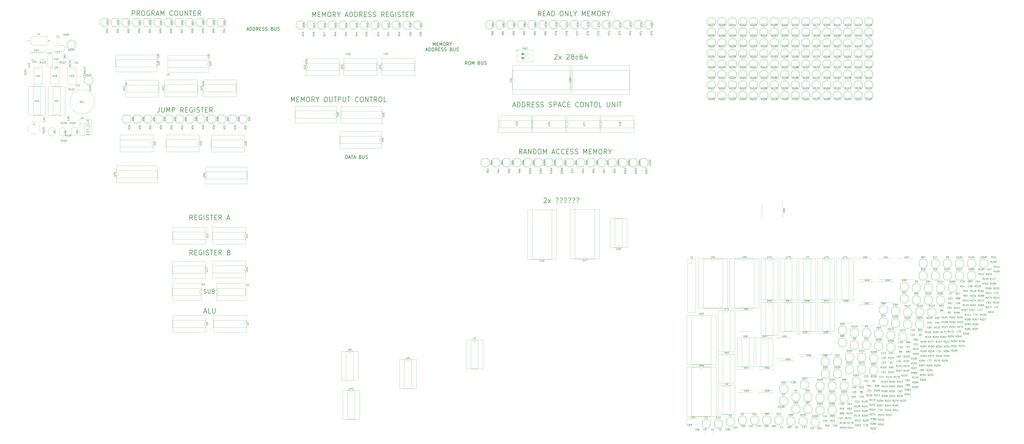
<source format=gbr>
%TF.GenerationSoftware,KiCad,Pcbnew,(5.1.4)-1*%
%TF.CreationDate,2020-07-08T08:30:02+02:00*%
%TF.ProjectId,SPU2,53505532-2e6b-4696-9361-645f70636258,rev?*%
%TF.SameCoordinates,Original*%
%TF.FileFunction,Legend,Top*%
%TF.FilePolarity,Positive*%
%FSLAX46Y46*%
G04 Gerber Fmt 4.6, Leading zero omitted, Abs format (unit mm)*
G04 Created by KiCad (PCBNEW (5.1.4)-1) date 2020-07-08 08:30:02*
%MOMM*%
%LPD*%
G04 APERTURE LIST*
%ADD10C,0.300000*%
%ADD11C,0.150000*%
%ADD12C,0.120000*%
G04 APERTURE END LIST*
D10*
X152529790Y-197938104D02*
X152886933Y-198057152D01*
X153482171Y-198057152D01*
X153720266Y-197938104D01*
X153839314Y-197819057D01*
X153958361Y-197580961D01*
X153958361Y-197342866D01*
X153839314Y-197104771D01*
X153720266Y-196985723D01*
X153482171Y-196866676D01*
X153005980Y-196747628D01*
X152767885Y-196628580D01*
X152648838Y-196509533D01*
X152529790Y-196271438D01*
X152529790Y-196033342D01*
X152648838Y-195795247D01*
X152767885Y-195676200D01*
X153005980Y-195557152D01*
X153601219Y-195557152D01*
X153958361Y-195676200D01*
X155029790Y-195557152D02*
X155029790Y-197580961D01*
X155148838Y-197819057D01*
X155267885Y-197938104D01*
X155505980Y-198057152D01*
X155982171Y-198057152D01*
X156220266Y-197938104D01*
X156339314Y-197819057D01*
X156458361Y-197580961D01*
X156458361Y-195557152D01*
X158482171Y-196747628D02*
X158839314Y-196866676D01*
X158958361Y-196985723D01*
X159077409Y-197223819D01*
X159077409Y-197580961D01*
X158958361Y-197819057D01*
X158839314Y-197938104D01*
X158601219Y-198057152D01*
X157648838Y-198057152D01*
X157648838Y-195557152D01*
X158482171Y-195557152D01*
X158720266Y-195676200D01*
X158839314Y-195795247D01*
X158958361Y-196033342D01*
X158958361Y-196271438D01*
X158839314Y-196509533D01*
X158720266Y-196628580D01*
X158482171Y-196747628D01*
X157648838Y-196747628D01*
X152684600Y-209491200D02*
X154113171Y-209491200D01*
X152398885Y-210348342D02*
X153398885Y-207348342D01*
X154398885Y-210348342D01*
X156827457Y-210348342D02*
X155398885Y-210348342D01*
X155398885Y-207348342D01*
X157827457Y-207348342D02*
X157827457Y-209776914D01*
X157970314Y-210062628D01*
X158113171Y-210205485D01*
X158398885Y-210348342D01*
X158970314Y-210348342D01*
X159256028Y-210205485D01*
X159398885Y-210062628D01*
X159541742Y-209776914D01*
X159541742Y-207348342D01*
X240430895Y-114341161D02*
X240430895Y-112341161D01*
X240907085Y-112341161D01*
X241192800Y-112436400D01*
X241383276Y-112626876D01*
X241478514Y-112817352D01*
X241573752Y-113198304D01*
X241573752Y-113484019D01*
X241478514Y-113864971D01*
X241383276Y-114055447D01*
X241192800Y-114245923D01*
X240907085Y-114341161D01*
X240430895Y-114341161D01*
X242335657Y-113769733D02*
X243288038Y-113769733D01*
X242145180Y-114341161D02*
X242811847Y-112341161D01*
X243478514Y-114341161D01*
X243859466Y-112341161D02*
X245002323Y-112341161D01*
X244430895Y-114341161D02*
X244430895Y-112341161D01*
X245573752Y-113769733D02*
X246526133Y-113769733D01*
X245383276Y-114341161D02*
X246049942Y-112341161D01*
X246716609Y-114341161D01*
X249573752Y-113293542D02*
X249859466Y-113388780D01*
X249954704Y-113484019D01*
X250049942Y-113674495D01*
X250049942Y-113960209D01*
X249954704Y-114150685D01*
X249859466Y-114245923D01*
X249668990Y-114341161D01*
X248907085Y-114341161D01*
X248907085Y-112341161D01*
X249573752Y-112341161D01*
X249764228Y-112436400D01*
X249859466Y-112531638D01*
X249954704Y-112722114D01*
X249954704Y-112912590D01*
X249859466Y-113103066D01*
X249764228Y-113198304D01*
X249573752Y-113293542D01*
X248907085Y-113293542D01*
X250907085Y-112341161D02*
X250907085Y-113960209D01*
X251002323Y-114150685D01*
X251097561Y-114245923D01*
X251288038Y-114341161D01*
X251668990Y-114341161D01*
X251859466Y-114245923D01*
X251954704Y-114150685D01*
X252049942Y-113960209D01*
X252049942Y-112341161D01*
X252907085Y-114245923D02*
X253192800Y-114341161D01*
X253668990Y-114341161D01*
X253859466Y-114245923D01*
X253954704Y-114150685D01*
X254049942Y-113960209D01*
X254049942Y-113769733D01*
X253954704Y-113579257D01*
X253859466Y-113484019D01*
X253668990Y-113388780D01*
X253288038Y-113293542D01*
X253097561Y-113198304D01*
X253002323Y-113103066D01*
X252907085Y-112912590D01*
X252907085Y-112722114D01*
X253002323Y-112531638D01*
X253097561Y-112436400D01*
X253288038Y-112341161D01*
X253764228Y-112341161D01*
X254049942Y-112436400D01*
X145521114Y-174178742D02*
X144521114Y-172750171D01*
X143806828Y-174178742D02*
X143806828Y-171178742D01*
X144949685Y-171178742D01*
X145235400Y-171321600D01*
X145378257Y-171464457D01*
X145521114Y-171750171D01*
X145521114Y-172178742D01*
X145378257Y-172464457D01*
X145235400Y-172607314D01*
X144949685Y-172750171D01*
X143806828Y-172750171D01*
X146806828Y-172607314D02*
X147806828Y-172607314D01*
X148235400Y-174178742D02*
X146806828Y-174178742D01*
X146806828Y-171178742D01*
X148235400Y-171178742D01*
X151092542Y-171321600D02*
X150806828Y-171178742D01*
X150378257Y-171178742D01*
X149949685Y-171321600D01*
X149663971Y-171607314D01*
X149521114Y-171893028D01*
X149378257Y-172464457D01*
X149378257Y-172893028D01*
X149521114Y-173464457D01*
X149663971Y-173750171D01*
X149949685Y-174035885D01*
X150378257Y-174178742D01*
X150663971Y-174178742D01*
X151092542Y-174035885D01*
X151235400Y-173893028D01*
X151235400Y-172893028D01*
X150663971Y-172893028D01*
X152521114Y-174178742D02*
X152521114Y-171178742D01*
X153806828Y-174035885D02*
X154235400Y-174178742D01*
X154949685Y-174178742D01*
X155235400Y-174035885D01*
X155378257Y-173893028D01*
X155521114Y-173607314D01*
X155521114Y-173321600D01*
X155378257Y-173035885D01*
X155235400Y-172893028D01*
X154949685Y-172750171D01*
X154378257Y-172607314D01*
X154092542Y-172464457D01*
X153949685Y-172321600D01*
X153806828Y-172035885D01*
X153806828Y-171750171D01*
X153949685Y-171464457D01*
X154092542Y-171321600D01*
X154378257Y-171178742D01*
X155092542Y-171178742D01*
X155521114Y-171321600D01*
X156378257Y-171178742D02*
X158092542Y-171178742D01*
X157235400Y-174178742D02*
X157235400Y-171178742D01*
X159092542Y-172607314D02*
X160092542Y-172607314D01*
X160521114Y-174178742D02*
X159092542Y-174178742D01*
X159092542Y-171178742D01*
X160521114Y-171178742D01*
X163521114Y-174178742D02*
X162521114Y-172750171D01*
X161806828Y-174178742D02*
X161806828Y-171178742D01*
X162949685Y-171178742D01*
X163235400Y-171321600D01*
X163378257Y-171464457D01*
X163521114Y-171750171D01*
X163521114Y-172178742D01*
X163378257Y-172464457D01*
X163235400Y-172607314D01*
X162949685Y-172750171D01*
X161806828Y-172750171D01*
X168092542Y-172607314D02*
X168521114Y-172750171D01*
X168663971Y-172893028D01*
X168806828Y-173178742D01*
X168806828Y-173607314D01*
X168663971Y-173893028D01*
X168521114Y-174035885D01*
X168235400Y-174178742D01*
X167092542Y-174178742D01*
X167092542Y-171178742D01*
X168092542Y-171178742D01*
X168378257Y-171321600D01*
X168521114Y-171464457D01*
X168663971Y-171750171D01*
X168663971Y-172035885D01*
X168521114Y-172321600D01*
X168378257Y-172464457D01*
X168092542Y-172607314D01*
X167092542Y-172607314D01*
X145557600Y-152385542D02*
X144557600Y-150956971D01*
X143843314Y-152385542D02*
X143843314Y-149385542D01*
X144986171Y-149385542D01*
X145271885Y-149528400D01*
X145414742Y-149671257D01*
X145557600Y-149956971D01*
X145557600Y-150385542D01*
X145414742Y-150671257D01*
X145271885Y-150814114D01*
X144986171Y-150956971D01*
X143843314Y-150956971D01*
X146843314Y-150814114D02*
X147843314Y-150814114D01*
X148271885Y-152385542D02*
X146843314Y-152385542D01*
X146843314Y-149385542D01*
X148271885Y-149385542D01*
X151129028Y-149528400D02*
X150843314Y-149385542D01*
X150414742Y-149385542D01*
X149986171Y-149528400D01*
X149700457Y-149814114D01*
X149557600Y-150099828D01*
X149414742Y-150671257D01*
X149414742Y-151099828D01*
X149557600Y-151671257D01*
X149700457Y-151956971D01*
X149986171Y-152242685D01*
X150414742Y-152385542D01*
X150700457Y-152385542D01*
X151129028Y-152242685D01*
X151271885Y-152099828D01*
X151271885Y-151099828D01*
X150700457Y-151099828D01*
X152557600Y-152385542D02*
X152557600Y-149385542D01*
X153843314Y-152242685D02*
X154271885Y-152385542D01*
X154986171Y-152385542D01*
X155271885Y-152242685D01*
X155414742Y-152099828D01*
X155557600Y-151814114D01*
X155557600Y-151528400D01*
X155414742Y-151242685D01*
X155271885Y-151099828D01*
X154986171Y-150956971D01*
X154414742Y-150814114D01*
X154129028Y-150671257D01*
X153986171Y-150528400D01*
X153843314Y-150242685D01*
X153843314Y-149956971D01*
X153986171Y-149671257D01*
X154129028Y-149528400D01*
X154414742Y-149385542D01*
X155129028Y-149385542D01*
X155557600Y-149528400D01*
X156414742Y-149385542D02*
X158129028Y-149385542D01*
X157271885Y-152385542D02*
X157271885Y-149385542D01*
X159129028Y-150814114D02*
X160129028Y-150814114D01*
X160557600Y-152385542D02*
X159129028Y-152385542D01*
X159129028Y-149385542D01*
X160557600Y-149385542D01*
X163557600Y-152385542D02*
X162557600Y-150956971D01*
X161843314Y-152385542D02*
X161843314Y-149385542D01*
X162986171Y-149385542D01*
X163271885Y-149528400D01*
X163414742Y-149671257D01*
X163557600Y-149956971D01*
X163557600Y-150385542D01*
X163414742Y-150671257D01*
X163271885Y-150814114D01*
X162986171Y-150956971D01*
X161843314Y-150956971D01*
X166986171Y-151528400D02*
X168414742Y-151528400D01*
X166700457Y-152385542D02*
X167700457Y-149385542D01*
X168700457Y-152385542D01*
X363365828Y-139054057D02*
X363508685Y-138911200D01*
X363794400Y-138768342D01*
X364508685Y-138768342D01*
X364794400Y-138911200D01*
X364937257Y-139054057D01*
X365080114Y-139339771D01*
X365080114Y-139625485D01*
X364937257Y-140054057D01*
X363222971Y-141768342D01*
X365080114Y-141768342D01*
X366080114Y-141768342D02*
X367651542Y-139768342D01*
X366080114Y-139768342D02*
X367651542Y-141768342D01*
X371508685Y-141482628D02*
X371651542Y-141625485D01*
X371508685Y-141768342D01*
X371365828Y-141625485D01*
X371508685Y-141482628D01*
X371508685Y-141768342D01*
X370937257Y-138911200D02*
X371222971Y-138768342D01*
X371937257Y-138768342D01*
X372222971Y-138911200D01*
X372365828Y-139196914D01*
X372365828Y-139482628D01*
X372222971Y-139768342D01*
X372080114Y-139911200D01*
X371794400Y-140054057D01*
X371651542Y-140196914D01*
X371508685Y-140482628D01*
X371508685Y-140625485D01*
X374080114Y-141482628D02*
X374222971Y-141625485D01*
X374080114Y-141768342D01*
X373937257Y-141625485D01*
X374080114Y-141482628D01*
X374080114Y-141768342D01*
X373508685Y-138911200D02*
X373794400Y-138768342D01*
X374508685Y-138768342D01*
X374794400Y-138911200D01*
X374937257Y-139196914D01*
X374937257Y-139482628D01*
X374794400Y-139768342D01*
X374651542Y-139911200D01*
X374365828Y-140054057D01*
X374222971Y-140196914D01*
X374080114Y-140482628D01*
X374080114Y-140625485D01*
X376651542Y-141482628D02*
X376794400Y-141625485D01*
X376651542Y-141768342D01*
X376508685Y-141625485D01*
X376651542Y-141482628D01*
X376651542Y-141768342D01*
X376080114Y-138911200D02*
X376365828Y-138768342D01*
X377080114Y-138768342D01*
X377365828Y-138911200D01*
X377508685Y-139196914D01*
X377508685Y-139482628D01*
X377365828Y-139768342D01*
X377222971Y-139911200D01*
X376937257Y-140054057D01*
X376794400Y-140196914D01*
X376651542Y-140482628D01*
X376651542Y-140625485D01*
X379222971Y-141482628D02*
X379365828Y-141625485D01*
X379222971Y-141768342D01*
X379080114Y-141625485D01*
X379222971Y-141482628D01*
X379222971Y-141768342D01*
X378651542Y-138911200D02*
X378937257Y-138768342D01*
X379651542Y-138768342D01*
X379937257Y-138911200D01*
X380080114Y-139196914D01*
X380080114Y-139482628D01*
X379937257Y-139768342D01*
X379794400Y-139911200D01*
X379508685Y-140054057D01*
X379365828Y-140196914D01*
X379222971Y-140482628D01*
X379222971Y-140625485D01*
X381794400Y-141482628D02*
X381937257Y-141625485D01*
X381794400Y-141768342D01*
X381651542Y-141625485D01*
X381794400Y-141482628D01*
X381794400Y-141768342D01*
X381222971Y-138911200D02*
X381508685Y-138768342D01*
X382222971Y-138768342D01*
X382508685Y-138911200D01*
X382651542Y-139196914D01*
X382651542Y-139482628D01*
X382508685Y-139768342D01*
X382365828Y-139911200D01*
X382080114Y-140054057D01*
X381937257Y-140196914D01*
X381794400Y-140482628D01*
X381794400Y-140625485D01*
X384365828Y-141482628D02*
X384508685Y-141625485D01*
X384365828Y-141768342D01*
X384222971Y-141625485D01*
X384365828Y-141482628D01*
X384365828Y-141768342D01*
X383794400Y-138911200D02*
X384080114Y-138768342D01*
X384794400Y-138768342D01*
X385080114Y-138911200D01*
X385222971Y-139196914D01*
X385222971Y-139482628D01*
X385080114Y-139768342D01*
X384937257Y-139911200D01*
X384651542Y-140054057D01*
X384508685Y-140196914D01*
X384365828Y-140482628D01*
X384365828Y-140625485D01*
X369922114Y-49950857D02*
X370064971Y-49808000D01*
X370350685Y-49665142D01*
X371064971Y-49665142D01*
X371350685Y-49808000D01*
X371493542Y-49950857D01*
X371636400Y-50236571D01*
X371636400Y-50522285D01*
X371493542Y-50950857D01*
X369779257Y-52665142D01*
X371636400Y-52665142D01*
X372636400Y-52665142D02*
X374207828Y-50665142D01*
X372636400Y-50665142D02*
X374207828Y-52665142D01*
X377493542Y-49950857D02*
X377636400Y-49808000D01*
X377922114Y-49665142D01*
X378636400Y-49665142D01*
X378922114Y-49808000D01*
X379064971Y-49950857D01*
X379207828Y-50236571D01*
X379207828Y-50522285D01*
X379064971Y-50950857D01*
X377350685Y-52665142D01*
X379207828Y-52665142D01*
X380922114Y-50950857D02*
X380636400Y-50808000D01*
X380493542Y-50665142D01*
X380350685Y-50379428D01*
X380350685Y-50236571D01*
X380493542Y-49950857D01*
X380636400Y-49808000D01*
X380922114Y-49665142D01*
X381493542Y-49665142D01*
X381779257Y-49808000D01*
X381922114Y-49950857D01*
X382064971Y-50236571D01*
X382064971Y-50379428D01*
X381922114Y-50665142D01*
X381779257Y-50808000D01*
X381493542Y-50950857D01*
X380922114Y-50950857D01*
X380636400Y-51093714D01*
X380493542Y-51236571D01*
X380350685Y-51522285D01*
X380350685Y-52093714D01*
X380493542Y-52379428D01*
X380636400Y-52522285D01*
X380922114Y-52665142D01*
X381493542Y-52665142D01*
X381779257Y-52522285D01*
X381922114Y-52379428D01*
X382064971Y-52093714D01*
X382064971Y-51522285D01*
X381922114Y-51236571D01*
X381779257Y-51093714D01*
X381493542Y-50950857D01*
X384636400Y-52522285D02*
X384350685Y-52665142D01*
X383779257Y-52665142D01*
X383493542Y-52522285D01*
X383350685Y-52379428D01*
X383207828Y-52093714D01*
X383207828Y-51236571D01*
X383350685Y-50950857D01*
X383493542Y-50808000D01*
X383779257Y-50665142D01*
X384350685Y-50665142D01*
X384636400Y-50808000D01*
X387207828Y-49665142D02*
X386636400Y-49665142D01*
X386350685Y-49808000D01*
X386207828Y-49950857D01*
X385922114Y-50379428D01*
X385779257Y-50950857D01*
X385779257Y-52093714D01*
X385922114Y-52379428D01*
X386064971Y-52522285D01*
X386350685Y-52665142D01*
X386922114Y-52665142D01*
X387207828Y-52522285D01*
X387350685Y-52379428D01*
X387493542Y-52093714D01*
X387493542Y-51379428D01*
X387350685Y-51093714D01*
X387207828Y-50950857D01*
X386922114Y-50808000D01*
X386350685Y-50808000D01*
X386064971Y-50950857D01*
X385922114Y-51093714D01*
X385779257Y-51379428D01*
X390064971Y-50665142D02*
X390064971Y-52665142D01*
X389350685Y-49522285D02*
X388636400Y-51665142D01*
X390493542Y-51665142D01*
X206680285Y-79030342D02*
X206680285Y-76030342D01*
X207680285Y-78173200D01*
X208680285Y-76030342D01*
X208680285Y-79030342D01*
X210108857Y-77458914D02*
X211108857Y-77458914D01*
X211537428Y-79030342D02*
X210108857Y-79030342D01*
X210108857Y-76030342D01*
X211537428Y-76030342D01*
X212823142Y-79030342D02*
X212823142Y-76030342D01*
X213823142Y-78173200D01*
X214823142Y-76030342D01*
X214823142Y-79030342D01*
X216823142Y-76030342D02*
X217394571Y-76030342D01*
X217680285Y-76173200D01*
X217966000Y-76458914D01*
X218108857Y-77030342D01*
X218108857Y-78030342D01*
X217966000Y-78601771D01*
X217680285Y-78887485D01*
X217394571Y-79030342D01*
X216823142Y-79030342D01*
X216537428Y-78887485D01*
X216251714Y-78601771D01*
X216108857Y-78030342D01*
X216108857Y-77030342D01*
X216251714Y-76458914D01*
X216537428Y-76173200D01*
X216823142Y-76030342D01*
X221108857Y-79030342D02*
X220108857Y-77601771D01*
X219394571Y-79030342D02*
X219394571Y-76030342D01*
X220537428Y-76030342D01*
X220823142Y-76173200D01*
X220966000Y-76316057D01*
X221108857Y-76601771D01*
X221108857Y-77030342D01*
X220966000Y-77316057D01*
X220823142Y-77458914D01*
X220537428Y-77601771D01*
X219394571Y-77601771D01*
X222966000Y-77601771D02*
X222966000Y-79030342D01*
X221966000Y-76030342D02*
X222966000Y-77601771D01*
X223966000Y-76030342D01*
X227823142Y-76030342D02*
X228394571Y-76030342D01*
X228680285Y-76173200D01*
X228966000Y-76458914D01*
X229108857Y-77030342D01*
X229108857Y-78030342D01*
X228966000Y-78601771D01*
X228680285Y-78887485D01*
X228394571Y-79030342D01*
X227823142Y-79030342D01*
X227537428Y-78887485D01*
X227251714Y-78601771D01*
X227108857Y-78030342D01*
X227108857Y-77030342D01*
X227251714Y-76458914D01*
X227537428Y-76173200D01*
X227823142Y-76030342D01*
X230394571Y-76030342D02*
X230394571Y-78458914D01*
X230537428Y-78744628D01*
X230680285Y-78887485D01*
X230966000Y-79030342D01*
X231537428Y-79030342D01*
X231823142Y-78887485D01*
X231966000Y-78744628D01*
X232108857Y-78458914D01*
X232108857Y-76030342D01*
X233108857Y-76030342D02*
X234823142Y-76030342D01*
X233966000Y-79030342D02*
X233966000Y-76030342D01*
X235823142Y-79030342D02*
X235823142Y-76030342D01*
X236966000Y-76030342D01*
X237251714Y-76173200D01*
X237394571Y-76316057D01*
X237537428Y-76601771D01*
X237537428Y-77030342D01*
X237394571Y-77316057D01*
X237251714Y-77458914D01*
X236966000Y-77601771D01*
X235823142Y-77601771D01*
X238823142Y-76030342D02*
X238823142Y-78458914D01*
X238966000Y-78744628D01*
X239108857Y-78887485D01*
X239394571Y-79030342D01*
X239966000Y-79030342D01*
X240251714Y-78887485D01*
X240394571Y-78744628D01*
X240537428Y-78458914D01*
X240537428Y-76030342D01*
X241537428Y-76030342D02*
X243251714Y-76030342D01*
X242394571Y-79030342D02*
X242394571Y-76030342D01*
X248251714Y-78744628D02*
X248108857Y-78887485D01*
X247680285Y-79030342D01*
X247394571Y-79030342D01*
X246966000Y-78887485D01*
X246680285Y-78601771D01*
X246537428Y-78316057D01*
X246394571Y-77744628D01*
X246394571Y-77316057D01*
X246537428Y-76744628D01*
X246680285Y-76458914D01*
X246966000Y-76173200D01*
X247394571Y-76030342D01*
X247680285Y-76030342D01*
X248108857Y-76173200D01*
X248251714Y-76316057D01*
X250108857Y-76030342D02*
X250680285Y-76030342D01*
X250966000Y-76173200D01*
X251251714Y-76458914D01*
X251394571Y-77030342D01*
X251394571Y-78030342D01*
X251251714Y-78601771D01*
X250966000Y-78887485D01*
X250680285Y-79030342D01*
X250108857Y-79030342D01*
X249823142Y-78887485D01*
X249537428Y-78601771D01*
X249394571Y-78030342D01*
X249394571Y-77030342D01*
X249537428Y-76458914D01*
X249823142Y-76173200D01*
X250108857Y-76030342D01*
X252680285Y-79030342D02*
X252680285Y-76030342D01*
X254394571Y-79030342D01*
X254394571Y-76030342D01*
X255394571Y-76030342D02*
X257108857Y-76030342D01*
X256251714Y-79030342D02*
X256251714Y-76030342D01*
X259823142Y-79030342D02*
X258823142Y-77601771D01*
X258108857Y-79030342D02*
X258108857Y-76030342D01*
X259251714Y-76030342D01*
X259537428Y-76173200D01*
X259680285Y-76316057D01*
X259823142Y-76601771D01*
X259823142Y-77030342D01*
X259680285Y-77316057D01*
X259537428Y-77458914D01*
X259251714Y-77601771D01*
X258108857Y-77601771D01*
X261680285Y-76030342D02*
X262251714Y-76030342D01*
X262537428Y-76173200D01*
X262823142Y-76458914D01*
X262966000Y-77030342D01*
X262966000Y-78030342D01*
X262823142Y-78601771D01*
X262537428Y-78887485D01*
X262251714Y-79030342D01*
X261680285Y-79030342D01*
X261394571Y-78887485D01*
X261108857Y-78601771D01*
X260966000Y-78030342D01*
X260966000Y-77030342D01*
X261108857Y-76458914D01*
X261394571Y-76173200D01*
X261680285Y-76030342D01*
X265680285Y-79030342D02*
X264251714Y-79030342D01*
X264251714Y-76030342D01*
X124817600Y-82583542D02*
X124817600Y-84726400D01*
X124674742Y-85154971D01*
X124389028Y-85440685D01*
X123960457Y-85583542D01*
X123674742Y-85583542D01*
X126246171Y-82583542D02*
X126246171Y-85012114D01*
X126389028Y-85297828D01*
X126531885Y-85440685D01*
X126817600Y-85583542D01*
X127389028Y-85583542D01*
X127674742Y-85440685D01*
X127817600Y-85297828D01*
X127960457Y-85012114D01*
X127960457Y-82583542D01*
X129389028Y-85583542D02*
X129389028Y-82583542D01*
X130389028Y-84726400D01*
X131389028Y-82583542D01*
X131389028Y-85583542D01*
X132817600Y-85583542D02*
X132817600Y-82583542D01*
X133960457Y-82583542D01*
X134246171Y-82726400D01*
X134389028Y-82869257D01*
X134531885Y-83154971D01*
X134531885Y-83583542D01*
X134389028Y-83869257D01*
X134246171Y-84012114D01*
X133960457Y-84154971D01*
X132817600Y-84154971D01*
X139817600Y-85583542D02*
X138817600Y-84154971D01*
X138103314Y-85583542D02*
X138103314Y-82583542D01*
X139246171Y-82583542D01*
X139531885Y-82726400D01*
X139674742Y-82869257D01*
X139817600Y-83154971D01*
X139817600Y-83583542D01*
X139674742Y-83869257D01*
X139531885Y-84012114D01*
X139246171Y-84154971D01*
X138103314Y-84154971D01*
X141103314Y-84012114D02*
X142103314Y-84012114D01*
X142531885Y-85583542D02*
X141103314Y-85583542D01*
X141103314Y-82583542D01*
X142531885Y-82583542D01*
X145389028Y-82726400D02*
X145103314Y-82583542D01*
X144674742Y-82583542D01*
X144246171Y-82726400D01*
X143960457Y-83012114D01*
X143817600Y-83297828D01*
X143674742Y-83869257D01*
X143674742Y-84297828D01*
X143817600Y-84869257D01*
X143960457Y-85154971D01*
X144246171Y-85440685D01*
X144674742Y-85583542D01*
X144960457Y-85583542D01*
X145389028Y-85440685D01*
X145531885Y-85297828D01*
X145531885Y-84297828D01*
X144960457Y-84297828D01*
X146817600Y-85583542D02*
X146817600Y-82583542D01*
X148103314Y-85440685D02*
X148531885Y-85583542D01*
X149246171Y-85583542D01*
X149531885Y-85440685D01*
X149674742Y-85297828D01*
X149817600Y-85012114D01*
X149817600Y-84726400D01*
X149674742Y-84440685D01*
X149531885Y-84297828D01*
X149246171Y-84154971D01*
X148674742Y-84012114D01*
X148389028Y-83869257D01*
X148246171Y-83726400D01*
X148103314Y-83440685D01*
X148103314Y-83154971D01*
X148246171Y-82869257D01*
X148389028Y-82726400D01*
X148674742Y-82583542D01*
X149389028Y-82583542D01*
X149817600Y-82726400D01*
X150674742Y-82583542D02*
X152389028Y-82583542D01*
X151531885Y-85583542D02*
X151531885Y-82583542D01*
X153389028Y-84012114D02*
X154389028Y-84012114D01*
X154817600Y-85583542D02*
X153389028Y-85583542D01*
X153389028Y-82583542D01*
X154817600Y-82583542D01*
X157817600Y-85583542D02*
X156817600Y-84154971D01*
X156103314Y-85583542D02*
X156103314Y-82583542D01*
X157246171Y-82583542D01*
X157531885Y-82726400D01*
X157674742Y-82869257D01*
X157817600Y-83154971D01*
X157817600Y-83583542D01*
X157674742Y-83869257D01*
X157531885Y-84012114D01*
X157246171Y-84154971D01*
X156103314Y-84154971D01*
X294710552Y-44161961D02*
X294710552Y-42161961D01*
X295377219Y-43590533D01*
X296043885Y-42161961D01*
X296043885Y-44161961D01*
X296996266Y-43114342D02*
X297662933Y-43114342D01*
X297948647Y-44161961D02*
X296996266Y-44161961D01*
X296996266Y-42161961D01*
X297948647Y-42161961D01*
X298805790Y-44161961D02*
X298805790Y-42161961D01*
X299472457Y-43590533D01*
X300139123Y-42161961D01*
X300139123Y-44161961D01*
X301472457Y-42161961D02*
X301853409Y-42161961D01*
X302043885Y-42257200D01*
X302234361Y-42447676D01*
X302329600Y-42828628D01*
X302329600Y-43495295D01*
X302234361Y-43876247D01*
X302043885Y-44066723D01*
X301853409Y-44161961D01*
X301472457Y-44161961D01*
X301281980Y-44066723D01*
X301091504Y-43876247D01*
X300996266Y-43495295D01*
X300996266Y-42828628D01*
X301091504Y-42447676D01*
X301281980Y-42257200D01*
X301472457Y-42161961D01*
X304329600Y-44161961D02*
X303662933Y-43209580D01*
X303186742Y-44161961D02*
X303186742Y-42161961D01*
X303948647Y-42161961D01*
X304139123Y-42257200D01*
X304234361Y-42352438D01*
X304329600Y-42542914D01*
X304329600Y-42828628D01*
X304234361Y-43019104D01*
X304139123Y-43114342D01*
X303948647Y-43209580D01*
X303186742Y-43209580D01*
X305567695Y-43209580D02*
X305567695Y-44161961D01*
X304901028Y-42161961D02*
X305567695Y-43209580D01*
X306234361Y-42161961D01*
X290281980Y-46890533D02*
X291234361Y-46890533D01*
X290091504Y-47461961D02*
X290758171Y-45461961D01*
X291424838Y-47461961D01*
X292091504Y-47461961D02*
X292091504Y-45461961D01*
X292567695Y-45461961D01*
X292853409Y-45557200D01*
X293043885Y-45747676D01*
X293139123Y-45938152D01*
X293234361Y-46319104D01*
X293234361Y-46604819D01*
X293139123Y-46985771D01*
X293043885Y-47176247D01*
X292853409Y-47366723D01*
X292567695Y-47461961D01*
X292091504Y-47461961D01*
X294091504Y-47461961D02*
X294091504Y-45461961D01*
X294567695Y-45461961D01*
X294853409Y-45557200D01*
X295043885Y-45747676D01*
X295139123Y-45938152D01*
X295234361Y-46319104D01*
X295234361Y-46604819D01*
X295139123Y-46985771D01*
X295043885Y-47176247D01*
X294853409Y-47366723D01*
X294567695Y-47461961D01*
X294091504Y-47461961D01*
X297234361Y-47461961D02*
X296567695Y-46509580D01*
X296091504Y-47461961D02*
X296091504Y-45461961D01*
X296853409Y-45461961D01*
X297043885Y-45557200D01*
X297139123Y-45652438D01*
X297234361Y-45842914D01*
X297234361Y-46128628D01*
X297139123Y-46319104D01*
X297043885Y-46414342D01*
X296853409Y-46509580D01*
X296091504Y-46509580D01*
X298091504Y-46414342D02*
X298758171Y-46414342D01*
X299043885Y-47461961D02*
X298091504Y-47461961D01*
X298091504Y-45461961D01*
X299043885Y-45461961D01*
X299805790Y-47366723D02*
X300091504Y-47461961D01*
X300567695Y-47461961D01*
X300758171Y-47366723D01*
X300853409Y-47271485D01*
X300948647Y-47081009D01*
X300948647Y-46890533D01*
X300853409Y-46700057D01*
X300758171Y-46604819D01*
X300567695Y-46509580D01*
X300186742Y-46414342D01*
X299996266Y-46319104D01*
X299901028Y-46223866D01*
X299805790Y-46033390D01*
X299805790Y-45842914D01*
X299901028Y-45652438D01*
X299996266Y-45557200D01*
X300186742Y-45461961D01*
X300662933Y-45461961D01*
X300948647Y-45557200D01*
X301710552Y-47366723D02*
X301996266Y-47461961D01*
X302472457Y-47461961D01*
X302662933Y-47366723D01*
X302758171Y-47271485D01*
X302853409Y-47081009D01*
X302853409Y-46890533D01*
X302758171Y-46700057D01*
X302662933Y-46604819D01*
X302472457Y-46509580D01*
X302091504Y-46414342D01*
X301901028Y-46319104D01*
X301805790Y-46223866D01*
X301710552Y-46033390D01*
X301710552Y-45842914D01*
X301805790Y-45652438D01*
X301901028Y-45557200D01*
X302091504Y-45461961D01*
X302567695Y-45461961D01*
X302853409Y-45557200D01*
X305901028Y-46414342D02*
X306186742Y-46509580D01*
X306281980Y-46604819D01*
X306377219Y-46795295D01*
X306377219Y-47081009D01*
X306281980Y-47271485D01*
X306186742Y-47366723D01*
X305996266Y-47461961D01*
X305234361Y-47461961D01*
X305234361Y-45461961D01*
X305901028Y-45461961D01*
X306091504Y-45557200D01*
X306186742Y-45652438D01*
X306281980Y-45842914D01*
X306281980Y-46033390D01*
X306186742Y-46223866D01*
X306091504Y-46319104D01*
X305901028Y-46414342D01*
X305234361Y-46414342D01*
X307234361Y-45461961D02*
X307234361Y-47081009D01*
X307329600Y-47271485D01*
X307424838Y-47366723D01*
X307615314Y-47461961D01*
X307996266Y-47461961D01*
X308186742Y-47366723D01*
X308281980Y-47271485D01*
X308377219Y-47081009D01*
X308377219Y-45461961D01*
X309234361Y-47366723D02*
X309520076Y-47461961D01*
X309996266Y-47461961D01*
X310186742Y-47366723D01*
X310281980Y-47271485D01*
X310377219Y-47081009D01*
X310377219Y-46890533D01*
X310281980Y-46700057D01*
X310186742Y-46604819D01*
X309996266Y-46509580D01*
X309615314Y-46414342D01*
X309424838Y-46319104D01*
X309329600Y-46223866D01*
X309234361Y-46033390D01*
X309234361Y-45842914D01*
X309329600Y-45652438D01*
X309424838Y-45557200D01*
X309615314Y-45461961D01*
X310091504Y-45461961D01*
X310377219Y-45557200D01*
X349886742Y-111440742D02*
X348886742Y-110012171D01*
X348172457Y-111440742D02*
X348172457Y-108440742D01*
X349315314Y-108440742D01*
X349601028Y-108583600D01*
X349743885Y-108726457D01*
X349886742Y-109012171D01*
X349886742Y-109440742D01*
X349743885Y-109726457D01*
X349601028Y-109869314D01*
X349315314Y-110012171D01*
X348172457Y-110012171D01*
X351029600Y-110583600D02*
X352458171Y-110583600D01*
X350743885Y-111440742D02*
X351743885Y-108440742D01*
X352743885Y-111440742D01*
X353743885Y-111440742D02*
X353743885Y-108440742D01*
X355458171Y-111440742D01*
X355458171Y-108440742D01*
X356886742Y-111440742D02*
X356886742Y-108440742D01*
X357601028Y-108440742D01*
X358029600Y-108583600D01*
X358315314Y-108869314D01*
X358458171Y-109155028D01*
X358601028Y-109726457D01*
X358601028Y-110155028D01*
X358458171Y-110726457D01*
X358315314Y-111012171D01*
X358029600Y-111297885D01*
X357601028Y-111440742D01*
X356886742Y-111440742D01*
X360458171Y-108440742D02*
X361029600Y-108440742D01*
X361315314Y-108583600D01*
X361601028Y-108869314D01*
X361743885Y-109440742D01*
X361743885Y-110440742D01*
X361601028Y-111012171D01*
X361315314Y-111297885D01*
X361029600Y-111440742D01*
X360458171Y-111440742D01*
X360172457Y-111297885D01*
X359886742Y-111012171D01*
X359743885Y-110440742D01*
X359743885Y-109440742D01*
X359886742Y-108869314D01*
X360172457Y-108583600D01*
X360458171Y-108440742D01*
X363029600Y-111440742D02*
X363029600Y-108440742D01*
X364029600Y-110583600D01*
X365029600Y-108440742D01*
X365029600Y-111440742D01*
X368601028Y-110583600D02*
X370029600Y-110583600D01*
X368315314Y-111440742D02*
X369315314Y-108440742D01*
X370315314Y-111440742D01*
X373029600Y-111155028D02*
X372886742Y-111297885D01*
X372458171Y-111440742D01*
X372172457Y-111440742D01*
X371743885Y-111297885D01*
X371458171Y-111012171D01*
X371315314Y-110726457D01*
X371172457Y-110155028D01*
X371172457Y-109726457D01*
X371315314Y-109155028D01*
X371458171Y-108869314D01*
X371743885Y-108583600D01*
X372172457Y-108440742D01*
X372458171Y-108440742D01*
X372886742Y-108583600D01*
X373029600Y-108726457D01*
X376029600Y-111155028D02*
X375886742Y-111297885D01*
X375458171Y-111440742D01*
X375172457Y-111440742D01*
X374743885Y-111297885D01*
X374458171Y-111012171D01*
X374315314Y-110726457D01*
X374172457Y-110155028D01*
X374172457Y-109726457D01*
X374315314Y-109155028D01*
X374458171Y-108869314D01*
X374743885Y-108583600D01*
X375172457Y-108440742D01*
X375458171Y-108440742D01*
X375886742Y-108583600D01*
X376029600Y-108726457D01*
X377315314Y-109869314D02*
X378315314Y-109869314D01*
X378743885Y-111440742D02*
X377315314Y-111440742D01*
X377315314Y-108440742D01*
X378743885Y-108440742D01*
X379886742Y-111297885D02*
X380315314Y-111440742D01*
X381029600Y-111440742D01*
X381315314Y-111297885D01*
X381458171Y-111155028D01*
X381601028Y-110869314D01*
X381601028Y-110583600D01*
X381458171Y-110297885D01*
X381315314Y-110155028D01*
X381029600Y-110012171D01*
X380458171Y-109869314D01*
X380172457Y-109726457D01*
X380029599Y-109583600D01*
X379886742Y-109297885D01*
X379886742Y-109012171D01*
X380029599Y-108726457D01*
X380172457Y-108583600D01*
X380458171Y-108440742D01*
X381172457Y-108440742D01*
X381601028Y-108583600D01*
X382743885Y-111297885D02*
X383172457Y-111440742D01*
X383886742Y-111440742D01*
X384172457Y-111297885D01*
X384315314Y-111155028D01*
X384458171Y-110869314D01*
X384458171Y-110583600D01*
X384315314Y-110297885D01*
X384172457Y-110155028D01*
X383886742Y-110012171D01*
X383315314Y-109869314D01*
X383029600Y-109726457D01*
X382886742Y-109583600D01*
X382743885Y-109297885D01*
X382743885Y-109012171D01*
X382886742Y-108726457D01*
X383029600Y-108583600D01*
X383315314Y-108440742D01*
X384029600Y-108440742D01*
X384458171Y-108583600D01*
X388029600Y-111440742D02*
X388029600Y-108440742D01*
X389029600Y-110583600D01*
X390029600Y-108440742D01*
X390029600Y-111440742D01*
X391458171Y-109869314D02*
X392458171Y-109869314D01*
X392886742Y-111440742D02*
X391458171Y-111440742D01*
X391458171Y-108440742D01*
X392886742Y-108440742D01*
X394172457Y-111440742D02*
X394172457Y-108440742D01*
X395172457Y-110583600D01*
X396172457Y-108440742D01*
X396172457Y-111440742D01*
X398172457Y-108440742D02*
X398743885Y-108440742D01*
X399029599Y-108583600D01*
X399315314Y-108869314D01*
X399458171Y-109440742D01*
X399458171Y-110440742D01*
X399315314Y-111012171D01*
X399029599Y-111297885D01*
X398743885Y-111440742D01*
X398172457Y-111440742D01*
X397886742Y-111297885D01*
X397601028Y-111012171D01*
X397458171Y-110440742D01*
X397458171Y-109440742D01*
X397601028Y-108869314D01*
X397886742Y-108583600D01*
X398172457Y-108440742D01*
X402458171Y-111440742D02*
X401458171Y-110012171D01*
X400743885Y-111440742D02*
X400743885Y-108440742D01*
X401886742Y-108440742D01*
X402172457Y-108583600D01*
X402315314Y-108726457D01*
X402458171Y-109012171D01*
X402458171Y-109440742D01*
X402315314Y-109726457D01*
X402172457Y-109869314D01*
X401886742Y-110012171D01*
X400743885Y-110012171D01*
X404315314Y-110012171D02*
X404315314Y-111440742D01*
X403315314Y-108440742D02*
X404315314Y-110012171D01*
X405315314Y-108440742D01*
X344289440Y-81360900D02*
X345718011Y-81360900D01*
X344003725Y-82218042D02*
X345003725Y-79218042D01*
X346003725Y-82218042D01*
X347003725Y-82218042D02*
X347003725Y-79218042D01*
X347718011Y-79218042D01*
X348146582Y-79360900D01*
X348432297Y-79646614D01*
X348575154Y-79932328D01*
X348718011Y-80503757D01*
X348718011Y-80932328D01*
X348575154Y-81503757D01*
X348432297Y-81789471D01*
X348146582Y-82075185D01*
X347718011Y-82218042D01*
X347003725Y-82218042D01*
X350003725Y-82218042D02*
X350003725Y-79218042D01*
X350718011Y-79218042D01*
X351146582Y-79360900D01*
X351432297Y-79646614D01*
X351575154Y-79932328D01*
X351718011Y-80503757D01*
X351718011Y-80932328D01*
X351575154Y-81503757D01*
X351432297Y-81789471D01*
X351146582Y-82075185D01*
X350718011Y-82218042D01*
X350003725Y-82218042D01*
X354718011Y-82218042D02*
X353718011Y-80789471D01*
X353003725Y-82218042D02*
X353003725Y-79218042D01*
X354146582Y-79218042D01*
X354432297Y-79360900D01*
X354575154Y-79503757D01*
X354718011Y-79789471D01*
X354718011Y-80218042D01*
X354575154Y-80503757D01*
X354432297Y-80646614D01*
X354146582Y-80789471D01*
X353003725Y-80789471D01*
X356003725Y-80646614D02*
X357003725Y-80646614D01*
X357432297Y-82218042D02*
X356003725Y-82218042D01*
X356003725Y-79218042D01*
X357432297Y-79218042D01*
X358575154Y-82075185D02*
X359003725Y-82218042D01*
X359718011Y-82218042D01*
X360003725Y-82075185D01*
X360146582Y-81932328D01*
X360289440Y-81646614D01*
X360289440Y-81360900D01*
X360146582Y-81075185D01*
X360003725Y-80932328D01*
X359718011Y-80789471D01*
X359146582Y-80646614D01*
X358860868Y-80503757D01*
X358718011Y-80360900D01*
X358575154Y-80075185D01*
X358575154Y-79789471D01*
X358718011Y-79503757D01*
X358860868Y-79360900D01*
X359146582Y-79218042D01*
X359860868Y-79218042D01*
X360289440Y-79360900D01*
X361432297Y-82075185D02*
X361860868Y-82218042D01*
X362575154Y-82218042D01*
X362860868Y-82075185D01*
X363003725Y-81932328D01*
X363146582Y-81646614D01*
X363146582Y-81360900D01*
X363003725Y-81075185D01*
X362860868Y-80932328D01*
X362575154Y-80789471D01*
X362003725Y-80646614D01*
X361718011Y-80503757D01*
X361575154Y-80360900D01*
X361432297Y-80075185D01*
X361432297Y-79789471D01*
X361575154Y-79503757D01*
X361718011Y-79360900D01*
X362003725Y-79218042D01*
X362718011Y-79218042D01*
X363146582Y-79360900D01*
X366575154Y-82075185D02*
X367003725Y-82218042D01*
X367718011Y-82218042D01*
X368003725Y-82075185D01*
X368146582Y-81932328D01*
X368289440Y-81646614D01*
X368289440Y-81360900D01*
X368146582Y-81075185D01*
X368003725Y-80932328D01*
X367718011Y-80789471D01*
X367146582Y-80646614D01*
X366860868Y-80503757D01*
X366718011Y-80360900D01*
X366575154Y-80075185D01*
X366575154Y-79789471D01*
X366718011Y-79503757D01*
X366860868Y-79360900D01*
X367146582Y-79218042D01*
X367860868Y-79218042D01*
X368289440Y-79360900D01*
X369575154Y-82218042D02*
X369575154Y-79218042D01*
X370718011Y-79218042D01*
X371003725Y-79360900D01*
X371146582Y-79503757D01*
X371289440Y-79789471D01*
X371289440Y-80218042D01*
X371146582Y-80503757D01*
X371003725Y-80646614D01*
X370718011Y-80789471D01*
X369575154Y-80789471D01*
X372432297Y-81360900D02*
X373860868Y-81360900D01*
X372146582Y-82218042D02*
X373146582Y-79218042D01*
X374146582Y-82218042D01*
X376860868Y-81932328D02*
X376718011Y-82075185D01*
X376289440Y-82218042D01*
X376003725Y-82218042D01*
X375575154Y-82075185D01*
X375289440Y-81789471D01*
X375146582Y-81503757D01*
X375003725Y-80932328D01*
X375003725Y-80503757D01*
X375146582Y-79932328D01*
X375289440Y-79646614D01*
X375575154Y-79360900D01*
X376003725Y-79218042D01*
X376289440Y-79218042D01*
X376718011Y-79360900D01*
X376860868Y-79503757D01*
X378146582Y-80646614D02*
X379146582Y-80646614D01*
X379575154Y-82218042D02*
X378146582Y-82218042D01*
X378146582Y-79218042D01*
X379575154Y-79218042D01*
X384860868Y-81932328D02*
X384718011Y-82075185D01*
X384289440Y-82218042D01*
X384003725Y-82218042D01*
X383575154Y-82075185D01*
X383289440Y-81789471D01*
X383146582Y-81503757D01*
X383003725Y-80932328D01*
X383003725Y-80503757D01*
X383146582Y-79932328D01*
X383289440Y-79646614D01*
X383575154Y-79360900D01*
X384003725Y-79218042D01*
X384289440Y-79218042D01*
X384718011Y-79360900D01*
X384860868Y-79503757D01*
X386718011Y-79218042D02*
X387289440Y-79218042D01*
X387575154Y-79360900D01*
X387860868Y-79646614D01*
X388003725Y-80218042D01*
X388003725Y-81218042D01*
X387860868Y-81789471D01*
X387575154Y-82075185D01*
X387289440Y-82218042D01*
X386718011Y-82218042D01*
X386432297Y-82075185D01*
X386146582Y-81789471D01*
X386003725Y-81218042D01*
X386003725Y-80218042D01*
X386146582Y-79646614D01*
X386432297Y-79360900D01*
X386718011Y-79218042D01*
X389289440Y-82218042D02*
X389289440Y-79218042D01*
X391003725Y-82218042D01*
X391003725Y-79218042D01*
X392003725Y-79218042D02*
X393718011Y-79218042D01*
X392860868Y-82218042D02*
X392860868Y-79218042D01*
X395289440Y-79218042D02*
X395860868Y-79218042D01*
X396146582Y-79360900D01*
X396432297Y-79646614D01*
X396575154Y-80218042D01*
X396575154Y-81218042D01*
X396432297Y-81789471D01*
X396146582Y-82075185D01*
X395860868Y-82218042D01*
X395289440Y-82218042D01*
X395003725Y-82075185D01*
X394718011Y-81789471D01*
X394575154Y-81218042D01*
X394575154Y-80218042D01*
X394718011Y-79646614D01*
X395003725Y-79360900D01*
X395289440Y-79218042D01*
X399289440Y-82218042D02*
X397860868Y-82218042D01*
X397860868Y-79218042D01*
X402575154Y-79218042D02*
X402575154Y-81646614D01*
X402718011Y-81932328D01*
X402860868Y-82075185D01*
X403146582Y-82218042D01*
X403718011Y-82218042D01*
X404003725Y-82075185D01*
X404146582Y-81932328D01*
X404289439Y-81646614D01*
X404289439Y-79218042D01*
X405718011Y-82218042D02*
X405718011Y-79218042D01*
X407432297Y-82218042D01*
X407432297Y-79218042D01*
X408860868Y-82218042D02*
X408860868Y-79218042D01*
X409860868Y-79218042D02*
X411575154Y-79218042D01*
X410718011Y-82218042D02*
X410718011Y-79218042D01*
X315773466Y-55921161D02*
X315106800Y-54968780D01*
X314630609Y-55921161D02*
X314630609Y-53921161D01*
X315392514Y-53921161D01*
X315582990Y-54016400D01*
X315678228Y-54111638D01*
X315773466Y-54302114D01*
X315773466Y-54587828D01*
X315678228Y-54778304D01*
X315582990Y-54873542D01*
X315392514Y-54968780D01*
X314630609Y-54968780D01*
X317011561Y-53921161D02*
X317392514Y-53921161D01*
X317582990Y-54016400D01*
X317773466Y-54206876D01*
X317868704Y-54587828D01*
X317868704Y-55254495D01*
X317773466Y-55635447D01*
X317582990Y-55825923D01*
X317392514Y-55921161D01*
X317011561Y-55921161D01*
X316821085Y-55825923D01*
X316630609Y-55635447D01*
X316535371Y-55254495D01*
X316535371Y-54587828D01*
X316630609Y-54206876D01*
X316821085Y-54016400D01*
X317011561Y-53921161D01*
X318725847Y-55921161D02*
X318725847Y-53921161D01*
X319392514Y-55349733D01*
X320059180Y-53921161D01*
X320059180Y-55921161D01*
X323202038Y-54873542D02*
X323487752Y-54968780D01*
X323582990Y-55064019D01*
X323678228Y-55254495D01*
X323678228Y-55540209D01*
X323582990Y-55730685D01*
X323487752Y-55825923D01*
X323297276Y-55921161D01*
X322535371Y-55921161D01*
X322535371Y-53921161D01*
X323202038Y-53921161D01*
X323392514Y-54016400D01*
X323487752Y-54111638D01*
X323582990Y-54302114D01*
X323582990Y-54492590D01*
X323487752Y-54683066D01*
X323392514Y-54778304D01*
X323202038Y-54873542D01*
X322535371Y-54873542D01*
X324535371Y-53921161D02*
X324535371Y-55540209D01*
X324630609Y-55730685D01*
X324725847Y-55825923D01*
X324916323Y-55921161D01*
X325297276Y-55921161D01*
X325487752Y-55825923D01*
X325582990Y-55730685D01*
X325678228Y-55540209D01*
X325678228Y-53921161D01*
X326535371Y-55825923D02*
X326821085Y-55921161D01*
X327297276Y-55921161D01*
X327487752Y-55825923D01*
X327582990Y-55730685D01*
X327678228Y-55540209D01*
X327678228Y-55349733D01*
X327582990Y-55159257D01*
X327487752Y-55064019D01*
X327297276Y-54968780D01*
X326916323Y-54873542D01*
X326725847Y-54778304D01*
X326630609Y-54683066D01*
X326535371Y-54492590D01*
X326535371Y-54302114D01*
X326630609Y-54111638D01*
X326725847Y-54016400D01*
X326916323Y-53921161D01*
X327392514Y-53921161D01*
X327678228Y-54016400D01*
X179283980Y-34166133D02*
X180236361Y-34166133D01*
X179093504Y-34737561D02*
X179760171Y-32737561D01*
X180426838Y-34737561D01*
X181093504Y-34737561D02*
X181093504Y-32737561D01*
X181569695Y-32737561D01*
X181855409Y-32832800D01*
X182045885Y-33023276D01*
X182141123Y-33213752D01*
X182236361Y-33594704D01*
X182236361Y-33880419D01*
X182141123Y-34261371D01*
X182045885Y-34451847D01*
X181855409Y-34642323D01*
X181569695Y-34737561D01*
X181093504Y-34737561D01*
X183093504Y-34737561D02*
X183093504Y-32737561D01*
X183569695Y-32737561D01*
X183855409Y-32832800D01*
X184045885Y-33023276D01*
X184141123Y-33213752D01*
X184236361Y-33594704D01*
X184236361Y-33880419D01*
X184141123Y-34261371D01*
X184045885Y-34451847D01*
X183855409Y-34642323D01*
X183569695Y-34737561D01*
X183093504Y-34737561D01*
X186236361Y-34737561D02*
X185569695Y-33785180D01*
X185093504Y-34737561D02*
X185093504Y-32737561D01*
X185855409Y-32737561D01*
X186045885Y-32832800D01*
X186141123Y-32928038D01*
X186236361Y-33118514D01*
X186236361Y-33404228D01*
X186141123Y-33594704D01*
X186045885Y-33689942D01*
X185855409Y-33785180D01*
X185093504Y-33785180D01*
X187093504Y-33689942D02*
X187760171Y-33689942D01*
X188045885Y-34737561D02*
X187093504Y-34737561D01*
X187093504Y-32737561D01*
X188045885Y-32737561D01*
X188807790Y-34642323D02*
X189093504Y-34737561D01*
X189569695Y-34737561D01*
X189760171Y-34642323D01*
X189855409Y-34547085D01*
X189950647Y-34356609D01*
X189950647Y-34166133D01*
X189855409Y-33975657D01*
X189760171Y-33880419D01*
X189569695Y-33785180D01*
X189188742Y-33689942D01*
X188998266Y-33594704D01*
X188903028Y-33499466D01*
X188807790Y-33308990D01*
X188807790Y-33118514D01*
X188903028Y-32928038D01*
X188998266Y-32832800D01*
X189188742Y-32737561D01*
X189664933Y-32737561D01*
X189950647Y-32832800D01*
X190712552Y-34642323D02*
X190998266Y-34737561D01*
X191474457Y-34737561D01*
X191664933Y-34642323D01*
X191760171Y-34547085D01*
X191855409Y-34356609D01*
X191855409Y-34166133D01*
X191760171Y-33975657D01*
X191664933Y-33880419D01*
X191474457Y-33785180D01*
X191093504Y-33689942D01*
X190903028Y-33594704D01*
X190807790Y-33499466D01*
X190712552Y-33308990D01*
X190712552Y-33118514D01*
X190807790Y-32928038D01*
X190903028Y-32832800D01*
X191093504Y-32737561D01*
X191569695Y-32737561D01*
X191855409Y-32832800D01*
X194903028Y-33689942D02*
X195188742Y-33785180D01*
X195283980Y-33880419D01*
X195379219Y-34070895D01*
X195379219Y-34356609D01*
X195283980Y-34547085D01*
X195188742Y-34642323D01*
X194998266Y-34737561D01*
X194236361Y-34737561D01*
X194236361Y-32737561D01*
X194903028Y-32737561D01*
X195093504Y-32832800D01*
X195188742Y-32928038D01*
X195283980Y-33118514D01*
X195283980Y-33308990D01*
X195188742Y-33499466D01*
X195093504Y-33594704D01*
X194903028Y-33689942D01*
X194236361Y-33689942D01*
X196236361Y-32737561D02*
X196236361Y-34356609D01*
X196331600Y-34547085D01*
X196426838Y-34642323D01*
X196617314Y-34737561D01*
X196998266Y-34737561D01*
X197188742Y-34642323D01*
X197283980Y-34547085D01*
X197379219Y-34356609D01*
X197379219Y-32737561D01*
X198236361Y-34642323D02*
X198522076Y-34737561D01*
X198998266Y-34737561D01*
X199188742Y-34642323D01*
X199283980Y-34547085D01*
X199379219Y-34356609D01*
X199379219Y-34166133D01*
X199283980Y-33975657D01*
X199188742Y-33880419D01*
X198998266Y-33785180D01*
X198617314Y-33689942D01*
X198426838Y-33594704D01*
X198331600Y-33499466D01*
X198236361Y-33308990D01*
X198236361Y-33118514D01*
X198331600Y-32928038D01*
X198426838Y-32832800D01*
X198617314Y-32737561D01*
X199093504Y-32737561D01*
X199379219Y-32832800D01*
X361679485Y-25690342D02*
X360679485Y-24261771D01*
X359965200Y-25690342D02*
X359965200Y-22690342D01*
X361108057Y-22690342D01*
X361393771Y-22833200D01*
X361536628Y-22976057D01*
X361679485Y-23261771D01*
X361679485Y-23690342D01*
X361536628Y-23976057D01*
X361393771Y-24118914D01*
X361108057Y-24261771D01*
X359965200Y-24261771D01*
X362965200Y-24118914D02*
X363965200Y-24118914D01*
X364393771Y-25690342D02*
X362965200Y-25690342D01*
X362965200Y-22690342D01*
X364393771Y-22690342D01*
X365536628Y-24833200D02*
X366965200Y-24833200D01*
X365250914Y-25690342D02*
X366250914Y-22690342D01*
X367250914Y-25690342D01*
X368250914Y-25690342D02*
X368250914Y-22690342D01*
X368965200Y-22690342D01*
X369393771Y-22833200D01*
X369679485Y-23118914D01*
X369822342Y-23404628D01*
X369965200Y-23976057D01*
X369965200Y-24404628D01*
X369822342Y-24976057D01*
X369679485Y-25261771D01*
X369393771Y-25547485D01*
X368965200Y-25690342D01*
X368250914Y-25690342D01*
X374108057Y-22690342D02*
X374679485Y-22690342D01*
X374965200Y-22833200D01*
X375250914Y-23118914D01*
X375393771Y-23690342D01*
X375393771Y-24690342D01*
X375250914Y-25261771D01*
X374965200Y-25547485D01*
X374679485Y-25690342D01*
X374108057Y-25690342D01*
X373822342Y-25547485D01*
X373536628Y-25261771D01*
X373393771Y-24690342D01*
X373393771Y-23690342D01*
X373536628Y-23118914D01*
X373822342Y-22833200D01*
X374108057Y-22690342D01*
X376679485Y-25690342D02*
X376679485Y-22690342D01*
X378393771Y-25690342D01*
X378393771Y-22690342D01*
X381250914Y-25690342D02*
X379822342Y-25690342D01*
X379822342Y-22690342D01*
X382822342Y-24261771D02*
X382822342Y-25690342D01*
X381822342Y-22690342D02*
X382822342Y-24261771D01*
X383822342Y-22690342D01*
X387108057Y-25690342D02*
X387108057Y-22690342D01*
X388108057Y-24833200D01*
X389108057Y-22690342D01*
X389108057Y-25690342D01*
X390536628Y-24118914D02*
X391536628Y-24118914D01*
X391965200Y-25690342D02*
X390536628Y-25690342D01*
X390536628Y-22690342D01*
X391965200Y-22690342D01*
X393250914Y-25690342D02*
X393250914Y-22690342D01*
X394250914Y-24833200D01*
X395250914Y-22690342D01*
X395250914Y-25690342D01*
X397250914Y-22690342D02*
X397822342Y-22690342D01*
X398108057Y-22833200D01*
X398393771Y-23118914D01*
X398536628Y-23690342D01*
X398536628Y-24690342D01*
X398393771Y-25261771D01*
X398108057Y-25547485D01*
X397822342Y-25690342D01*
X397250914Y-25690342D01*
X396965200Y-25547485D01*
X396679485Y-25261771D01*
X396536628Y-24690342D01*
X396536628Y-23690342D01*
X396679485Y-23118914D01*
X396965200Y-22833200D01*
X397250914Y-22690342D01*
X401536628Y-25690342D02*
X400536628Y-24261771D01*
X399822342Y-25690342D02*
X399822342Y-22690342D01*
X400965200Y-22690342D01*
X401250914Y-22833200D01*
X401393771Y-22976057D01*
X401536628Y-23261771D01*
X401536628Y-23690342D01*
X401393771Y-23976057D01*
X401250914Y-24118914D01*
X400965200Y-24261771D01*
X399822342Y-24261771D01*
X403393771Y-24261771D02*
X403393771Y-25690342D01*
X402393771Y-22690342D02*
X403393771Y-24261771D01*
X404393771Y-22690342D01*
X219890114Y-26249142D02*
X219890114Y-23249142D01*
X220890114Y-25392000D01*
X221890114Y-23249142D01*
X221890114Y-26249142D01*
X223318685Y-24677714D02*
X224318685Y-24677714D01*
X224747257Y-26249142D02*
X223318685Y-26249142D01*
X223318685Y-23249142D01*
X224747257Y-23249142D01*
X226032971Y-26249142D02*
X226032971Y-23249142D01*
X227032971Y-25392000D01*
X228032971Y-23249142D01*
X228032971Y-26249142D01*
X230032971Y-23249142D02*
X230604400Y-23249142D01*
X230890114Y-23392000D01*
X231175828Y-23677714D01*
X231318685Y-24249142D01*
X231318685Y-25249142D01*
X231175828Y-25820571D01*
X230890114Y-26106285D01*
X230604400Y-26249142D01*
X230032971Y-26249142D01*
X229747257Y-26106285D01*
X229461542Y-25820571D01*
X229318685Y-25249142D01*
X229318685Y-24249142D01*
X229461542Y-23677714D01*
X229747257Y-23392000D01*
X230032971Y-23249142D01*
X234318685Y-26249142D02*
X233318685Y-24820571D01*
X232604400Y-26249142D02*
X232604400Y-23249142D01*
X233747257Y-23249142D01*
X234032971Y-23392000D01*
X234175828Y-23534857D01*
X234318685Y-23820571D01*
X234318685Y-24249142D01*
X234175828Y-24534857D01*
X234032971Y-24677714D01*
X233747257Y-24820571D01*
X232604400Y-24820571D01*
X236175828Y-24820571D02*
X236175828Y-26249142D01*
X235175828Y-23249142D02*
X236175828Y-24820571D01*
X237175828Y-23249142D01*
X240318685Y-25392000D02*
X241747257Y-25392000D01*
X240032971Y-26249142D02*
X241032971Y-23249142D01*
X242032971Y-26249142D01*
X243032971Y-26249142D02*
X243032971Y-23249142D01*
X243747257Y-23249142D01*
X244175828Y-23392000D01*
X244461542Y-23677714D01*
X244604400Y-23963428D01*
X244747257Y-24534857D01*
X244747257Y-24963428D01*
X244604400Y-25534857D01*
X244461542Y-25820571D01*
X244175828Y-26106285D01*
X243747257Y-26249142D01*
X243032971Y-26249142D01*
X246032971Y-26249142D02*
X246032971Y-23249142D01*
X246747257Y-23249142D01*
X247175828Y-23392000D01*
X247461542Y-23677714D01*
X247604400Y-23963428D01*
X247747257Y-24534857D01*
X247747257Y-24963428D01*
X247604400Y-25534857D01*
X247461542Y-25820571D01*
X247175828Y-26106285D01*
X246747257Y-26249142D01*
X246032971Y-26249142D01*
X250747257Y-26249142D02*
X249747257Y-24820571D01*
X249032971Y-26249142D02*
X249032971Y-23249142D01*
X250175828Y-23249142D01*
X250461542Y-23392000D01*
X250604400Y-23534857D01*
X250747257Y-23820571D01*
X250747257Y-24249142D01*
X250604400Y-24534857D01*
X250461542Y-24677714D01*
X250175828Y-24820571D01*
X249032971Y-24820571D01*
X252032971Y-24677714D02*
X253032971Y-24677714D01*
X253461542Y-26249142D02*
X252032971Y-26249142D01*
X252032971Y-23249142D01*
X253461542Y-23249142D01*
X254604400Y-26106285D02*
X255032971Y-26249142D01*
X255747257Y-26249142D01*
X256032971Y-26106285D01*
X256175828Y-25963428D01*
X256318685Y-25677714D01*
X256318685Y-25392000D01*
X256175828Y-25106285D01*
X256032971Y-24963428D01*
X255747257Y-24820571D01*
X255175828Y-24677714D01*
X254890114Y-24534857D01*
X254747257Y-24392000D01*
X254604400Y-24106285D01*
X254604400Y-23820571D01*
X254747257Y-23534857D01*
X254890114Y-23392000D01*
X255175828Y-23249142D01*
X255890114Y-23249142D01*
X256318685Y-23392000D01*
X257461542Y-26106285D02*
X257890114Y-26249142D01*
X258604400Y-26249142D01*
X258890114Y-26106285D01*
X259032971Y-25963428D01*
X259175828Y-25677714D01*
X259175828Y-25392000D01*
X259032971Y-25106285D01*
X258890114Y-24963428D01*
X258604400Y-24820571D01*
X258032971Y-24677714D01*
X257747257Y-24534857D01*
X257604400Y-24392000D01*
X257461542Y-24106285D01*
X257461542Y-23820571D01*
X257604400Y-23534857D01*
X257747257Y-23392000D01*
X258032971Y-23249142D01*
X258747257Y-23249142D01*
X259175828Y-23392000D01*
X264461542Y-26249142D02*
X263461542Y-24820571D01*
X262747257Y-26249142D02*
X262747257Y-23249142D01*
X263890114Y-23249142D01*
X264175828Y-23392000D01*
X264318685Y-23534857D01*
X264461542Y-23820571D01*
X264461542Y-24249142D01*
X264318685Y-24534857D01*
X264175828Y-24677714D01*
X263890114Y-24820571D01*
X262747257Y-24820571D01*
X265747257Y-24677714D02*
X266747257Y-24677714D01*
X267175828Y-26249142D02*
X265747257Y-26249142D01*
X265747257Y-23249142D01*
X267175828Y-23249142D01*
X270032971Y-23392000D02*
X269747257Y-23249142D01*
X269318685Y-23249142D01*
X268890114Y-23392000D01*
X268604400Y-23677714D01*
X268461542Y-23963428D01*
X268318685Y-24534857D01*
X268318685Y-24963428D01*
X268461542Y-25534857D01*
X268604400Y-25820571D01*
X268890114Y-26106285D01*
X269318685Y-26249142D01*
X269604400Y-26249142D01*
X270032971Y-26106285D01*
X270175828Y-25963428D01*
X270175828Y-24963428D01*
X269604400Y-24963428D01*
X271461542Y-26249142D02*
X271461542Y-23249142D01*
X272747257Y-26106285D02*
X273175828Y-26249142D01*
X273890114Y-26249142D01*
X274175828Y-26106285D01*
X274318685Y-25963428D01*
X274461542Y-25677714D01*
X274461542Y-25392000D01*
X274318685Y-25106285D01*
X274175828Y-24963428D01*
X273890114Y-24820571D01*
X273318685Y-24677714D01*
X273032971Y-24534857D01*
X272890114Y-24392000D01*
X272747257Y-24106285D01*
X272747257Y-23820571D01*
X272890114Y-23534857D01*
X273032971Y-23392000D01*
X273318685Y-23249142D01*
X274032971Y-23249142D01*
X274461542Y-23392000D01*
X275318685Y-23249142D02*
X277032971Y-23249142D01*
X276175828Y-26249142D02*
X276175828Y-23249142D01*
X278032971Y-24677714D02*
X279032971Y-24677714D01*
X279461542Y-26249142D02*
X278032971Y-26249142D01*
X278032971Y-23249142D01*
X279461542Y-23249142D01*
X282461542Y-26249142D02*
X281461542Y-24820571D01*
X280747257Y-26249142D02*
X280747257Y-23249142D01*
X281890114Y-23249142D01*
X282175828Y-23392000D01*
X282318685Y-23534857D01*
X282461542Y-23820571D01*
X282461542Y-24249142D01*
X282318685Y-24534857D01*
X282175828Y-24677714D01*
X281890114Y-24820571D01*
X280747257Y-24820571D01*
X108020914Y-25487142D02*
X108020914Y-22487142D01*
X109163771Y-22487142D01*
X109449485Y-22630000D01*
X109592342Y-22772857D01*
X109735200Y-23058571D01*
X109735200Y-23487142D01*
X109592342Y-23772857D01*
X109449485Y-23915714D01*
X109163771Y-24058571D01*
X108020914Y-24058571D01*
X112735200Y-25487142D02*
X111735200Y-24058571D01*
X111020914Y-25487142D02*
X111020914Y-22487142D01*
X112163771Y-22487142D01*
X112449485Y-22630000D01*
X112592342Y-22772857D01*
X112735200Y-23058571D01*
X112735200Y-23487142D01*
X112592342Y-23772857D01*
X112449485Y-23915714D01*
X112163771Y-24058571D01*
X111020914Y-24058571D01*
X114592342Y-22487142D02*
X115163771Y-22487142D01*
X115449485Y-22630000D01*
X115735200Y-22915714D01*
X115878057Y-23487142D01*
X115878057Y-24487142D01*
X115735200Y-25058571D01*
X115449485Y-25344285D01*
X115163771Y-25487142D01*
X114592342Y-25487142D01*
X114306628Y-25344285D01*
X114020914Y-25058571D01*
X113878057Y-24487142D01*
X113878057Y-23487142D01*
X114020914Y-22915714D01*
X114306628Y-22630000D01*
X114592342Y-22487142D01*
X118735200Y-22630000D02*
X118449485Y-22487142D01*
X118020914Y-22487142D01*
X117592342Y-22630000D01*
X117306628Y-22915714D01*
X117163771Y-23201428D01*
X117020914Y-23772857D01*
X117020914Y-24201428D01*
X117163771Y-24772857D01*
X117306628Y-25058571D01*
X117592342Y-25344285D01*
X118020914Y-25487142D01*
X118306628Y-25487142D01*
X118735200Y-25344285D01*
X118878057Y-25201428D01*
X118878057Y-24201428D01*
X118306628Y-24201428D01*
X121878057Y-25487142D02*
X120878057Y-24058571D01*
X120163771Y-25487142D02*
X120163771Y-22487142D01*
X121306628Y-22487142D01*
X121592342Y-22630000D01*
X121735200Y-22772857D01*
X121878057Y-23058571D01*
X121878057Y-23487142D01*
X121735200Y-23772857D01*
X121592342Y-23915714D01*
X121306628Y-24058571D01*
X120163771Y-24058571D01*
X123020914Y-24630000D02*
X124449485Y-24630000D01*
X122735200Y-25487142D02*
X123735200Y-22487142D01*
X124735200Y-25487142D01*
X125735200Y-25487142D02*
X125735200Y-22487142D01*
X126735200Y-24630000D01*
X127735200Y-22487142D01*
X127735200Y-25487142D01*
X133163771Y-25201428D02*
X133020914Y-25344285D01*
X132592342Y-25487142D01*
X132306628Y-25487142D01*
X131878057Y-25344285D01*
X131592342Y-25058571D01*
X131449485Y-24772857D01*
X131306628Y-24201428D01*
X131306628Y-23772857D01*
X131449485Y-23201428D01*
X131592342Y-22915714D01*
X131878057Y-22630000D01*
X132306628Y-22487142D01*
X132592342Y-22487142D01*
X133020914Y-22630000D01*
X133163771Y-22772857D01*
X135020914Y-22487142D02*
X135592342Y-22487142D01*
X135878057Y-22630000D01*
X136163771Y-22915714D01*
X136306628Y-23487142D01*
X136306628Y-24487142D01*
X136163771Y-25058571D01*
X135878057Y-25344285D01*
X135592342Y-25487142D01*
X135020914Y-25487142D01*
X134735200Y-25344285D01*
X134449485Y-25058571D01*
X134306628Y-24487142D01*
X134306628Y-23487142D01*
X134449485Y-22915714D01*
X134735200Y-22630000D01*
X135020914Y-22487142D01*
X137592342Y-22487142D02*
X137592342Y-24915714D01*
X137735200Y-25201428D01*
X137878057Y-25344285D01*
X138163771Y-25487142D01*
X138735200Y-25487142D01*
X139020914Y-25344285D01*
X139163771Y-25201428D01*
X139306628Y-24915714D01*
X139306628Y-22487142D01*
X140735200Y-25487142D02*
X140735200Y-22487142D01*
X142449485Y-25487142D01*
X142449485Y-22487142D01*
X143449485Y-22487142D02*
X145163771Y-22487142D01*
X144306628Y-25487142D02*
X144306628Y-22487142D01*
X146163771Y-23915714D02*
X147163771Y-23915714D01*
X147592342Y-25487142D02*
X146163771Y-25487142D01*
X146163771Y-22487142D01*
X147592342Y-22487142D01*
X150592342Y-25487142D02*
X149592342Y-24058571D01*
X148878057Y-25487142D02*
X148878057Y-22487142D01*
X150020914Y-22487142D01*
X150306628Y-22630000D01*
X150449485Y-22772857D01*
X150592342Y-23058571D01*
X150592342Y-23487142D01*
X150449485Y-23772857D01*
X150306628Y-23915714D01*
X150020914Y-24058571D01*
X148878057Y-24058571D01*
D11*
X80530714Y-99338828D02*
X80530714Y-98805495D01*
X81368809Y-98576923D02*
X81368809Y-99338828D01*
X79768809Y-99338828D01*
X79768809Y-98576923D01*
X79768809Y-98043590D02*
X81368809Y-96976923D01*
X79768809Y-96976923D02*
X81368809Y-98043590D01*
X79768809Y-96595971D02*
X79768809Y-95681685D01*
X81368809Y-96138828D02*
X79768809Y-96138828D01*
X81521190Y-95529304D02*
X81521190Y-94310257D01*
X81216428Y-93015019D02*
X81292619Y-93091209D01*
X81368809Y-93319780D01*
X81368809Y-93472161D01*
X81292619Y-93700733D01*
X81140238Y-93853114D01*
X80987857Y-93929304D01*
X80683095Y-94005495D01*
X80454523Y-94005495D01*
X80149761Y-93929304D01*
X79997380Y-93853114D01*
X79845000Y-93700733D01*
X79768809Y-93472161D01*
X79768809Y-93319780D01*
X79845000Y-93091209D01*
X79921190Y-93015019D01*
X81368809Y-91567400D02*
X81368809Y-92329304D01*
X79768809Y-92329304D01*
X81368809Y-91034066D02*
X79768809Y-91034066D01*
X81368809Y-90119780D02*
X80454523Y-90805495D01*
X79768809Y-90119780D02*
X80683095Y-91034066D01*
D12*
X75606600Y-99856000D02*
X75606600Y-89619800D01*
X82600800Y-99898200D02*
X75641200Y-99898200D01*
X82600800Y-89619800D02*
X82600800Y-99890600D01*
X75606600Y-89619800D02*
X82600800Y-89619800D01*
%TO.C,U12*%
X153739200Y-167429000D02*
X153739200Y-156929000D01*
X133179200Y-167429000D02*
X153739200Y-167429000D01*
X133179200Y-156929000D02*
X133179200Y-167429000D01*
X153739200Y-156929000D02*
X133179200Y-156929000D01*
X153679200Y-164429000D02*
X153679200Y-163179000D01*
X133239200Y-164429000D02*
X153679200Y-164429000D01*
X133239200Y-159929000D02*
X133239200Y-164429000D01*
X153679200Y-159929000D02*
X133239200Y-159929000D01*
X153679200Y-161179000D02*
X153679200Y-159929000D01*
X153679200Y-163179000D02*
G75*
G02X153679200Y-161179000I0J1000000D01*
G01*
%TO.C,U2*%
X150919800Y-202404800D02*
X150919800Y-191904800D01*
X132899800Y-202404800D02*
X150919800Y-202404800D01*
X132899800Y-191904800D02*
X132899800Y-202404800D01*
X150919800Y-191904800D02*
X132899800Y-191904800D01*
X150859800Y-199404800D02*
X150859800Y-198154800D01*
X132959800Y-199404800D02*
X150859800Y-199404800D01*
X132959800Y-194904800D02*
X132959800Y-199404800D01*
X150859800Y-194904800D02*
X132959800Y-194904800D01*
X150859800Y-196154800D02*
X150859800Y-194904800D01*
X150859800Y-198154800D02*
G75*
G02X150859800Y-196154800I0J1000000D01*
G01*
%TO.C,U75*%
X514051801Y-176571001D02*
X512801801Y-176571001D01*
X512801801Y-176571001D02*
X512801801Y-202091001D01*
X512801801Y-202091001D02*
X517301801Y-202091001D01*
X517301801Y-202091001D02*
X517301801Y-176571001D01*
X517301801Y-176571001D02*
X516051801Y-176571001D01*
X509801801Y-176511001D02*
X509801801Y-202151001D01*
X509801801Y-202151001D02*
X520301801Y-202151001D01*
X520301801Y-202151001D02*
X520301801Y-176511001D01*
X520301801Y-176511001D02*
X509801801Y-176511001D01*
X516051801Y-176571001D02*
G75*
G02X514051801Y-176571001I-1000000J0D01*
G01*
%TO.C,U74*%
X502301801Y-176571001D02*
X501051801Y-176571001D01*
X501051801Y-176571001D02*
X501051801Y-202091001D01*
X501051801Y-202091001D02*
X505551801Y-202091001D01*
X505551801Y-202091001D02*
X505551801Y-176571001D01*
X505551801Y-176571001D02*
X504301801Y-176571001D01*
X498051801Y-176511001D02*
X498051801Y-202151001D01*
X498051801Y-202151001D02*
X508551801Y-202151001D01*
X508551801Y-202151001D02*
X508551801Y-176511001D01*
X508551801Y-176511001D02*
X498051801Y-176511001D01*
X504301801Y-176571001D02*
G75*
G02X502301801Y-176571001I-1000000J0D01*
G01*
%TO.C,U73*%
X475701801Y-208771001D02*
X474451801Y-208771001D01*
X474451801Y-208771001D02*
X474451801Y-234291001D01*
X474451801Y-234291001D02*
X478951801Y-234291001D01*
X478951801Y-234291001D02*
X478951801Y-208771001D01*
X478951801Y-208771001D02*
X477701801Y-208771001D01*
X471451801Y-208711001D02*
X471451801Y-234351001D01*
X471451801Y-234351001D02*
X481951801Y-234351001D01*
X481951801Y-234351001D02*
X481951801Y-208711001D01*
X481951801Y-208711001D02*
X471451801Y-208711001D01*
X477701801Y-208771001D02*
G75*
G02X475701801Y-208771001I-1000000J0D01*
G01*
%TO.C,U72*%
X537551801Y-176571001D02*
X536301801Y-176571001D01*
X536301801Y-176571001D02*
X536301801Y-202091001D01*
X536301801Y-202091001D02*
X540801801Y-202091001D01*
X540801801Y-202091001D02*
X540801801Y-176571001D01*
X540801801Y-176571001D02*
X539551801Y-176571001D01*
X533301801Y-176511001D02*
X533301801Y-202151001D01*
X533301801Y-202151001D02*
X543801801Y-202151001D01*
X543801801Y-202151001D02*
X543801801Y-176511001D01*
X543801801Y-176511001D02*
X533301801Y-176511001D01*
X539551801Y-176571001D02*
G75*
G02X537551801Y-176571001I-1000000J0D01*
G01*
%TO.C,U71*%
X549301801Y-176571001D02*
X548051801Y-176571001D01*
X548051801Y-176571001D02*
X548051801Y-202091001D01*
X548051801Y-202091001D02*
X552551801Y-202091001D01*
X552551801Y-202091001D02*
X552551801Y-176571001D01*
X552551801Y-176571001D02*
X551301801Y-176571001D01*
X545051801Y-176511001D02*
X545051801Y-202151001D01*
X545051801Y-202151001D02*
X555551801Y-202151001D01*
X555551801Y-202151001D02*
X555551801Y-176511001D01*
X555551801Y-176511001D02*
X545051801Y-176511001D01*
X551301801Y-176571001D02*
G75*
G02X549301801Y-176571001I-1000000J0D01*
G01*
%TO.C,U69*%
X486711801Y-176571001D02*
X481651801Y-176571001D01*
X481651801Y-176571001D02*
X481651801Y-207171001D01*
X481651801Y-207171001D02*
X493771801Y-207171001D01*
X493771801Y-207171001D02*
X493771801Y-176571001D01*
X493771801Y-176571001D02*
X488711801Y-176571001D01*
X478651801Y-176511001D02*
X478651801Y-207231001D01*
X478651801Y-207231001D02*
X496771801Y-207231001D01*
X496771801Y-207231001D02*
X496771801Y-176511001D01*
X496771801Y-176511001D02*
X478651801Y-176511001D01*
X488711801Y-176571001D02*
G75*
G02X486711801Y-176571001I-1000000J0D01*
G01*
%TO.C,U68*%
X460111801Y-243871001D02*
X455051801Y-243871001D01*
X455051801Y-243871001D02*
X455051801Y-274471001D01*
X455051801Y-274471001D02*
X467171801Y-274471001D01*
X467171801Y-274471001D02*
X467171801Y-243871001D01*
X467171801Y-243871001D02*
X462111801Y-243871001D01*
X452051801Y-243811001D02*
X452051801Y-274531001D01*
X452051801Y-274531001D02*
X470171801Y-274531001D01*
X470171801Y-274531001D02*
X470171801Y-243811001D01*
X470171801Y-243811001D02*
X452051801Y-243811001D01*
X462111801Y-243871001D02*
G75*
G02X460111801Y-243871001I-1000000J0D01*
G01*
%TO.C,U67*%
X514051801Y-203671001D02*
X512801801Y-203671001D01*
X512801801Y-203671001D02*
X512801801Y-221571001D01*
X512801801Y-221571001D02*
X517301801Y-221571001D01*
X517301801Y-221571001D02*
X517301801Y-203671001D01*
X517301801Y-203671001D02*
X516051801Y-203671001D01*
X509801801Y-203611001D02*
X509801801Y-221631001D01*
X509801801Y-221631001D02*
X520301801Y-221631001D01*
X520301801Y-221631001D02*
X520301801Y-203611001D01*
X520301801Y-203611001D02*
X509801801Y-203611001D01*
X516051801Y-203671001D02*
G75*
G02X514051801Y-203671001I-1000000J0D01*
G01*
%TO.C,U66*%
X525801801Y-203671001D02*
X524551801Y-203671001D01*
X524551801Y-203671001D02*
X524551801Y-221571001D01*
X524551801Y-221571001D02*
X529051801Y-221571001D01*
X529051801Y-221571001D02*
X529051801Y-203671001D01*
X529051801Y-203671001D02*
X527801801Y-203671001D01*
X521551801Y-203611001D02*
X521551801Y-221631001D01*
X521551801Y-221631001D02*
X532051801Y-221631001D01*
X532051801Y-221631001D02*
X532051801Y-203611001D01*
X532051801Y-203611001D02*
X521551801Y-203611001D01*
X527801801Y-203671001D02*
G75*
G02X525801801Y-203671001I-1000000J0D01*
G01*
%TO.C,U65*%
X487451801Y-225721001D02*
X486201801Y-225721001D01*
X486201801Y-225721001D02*
X486201801Y-243621001D01*
X486201801Y-243621001D02*
X490701801Y-243621001D01*
X490701801Y-243621001D02*
X490701801Y-225721001D01*
X490701801Y-225721001D02*
X489451801Y-225721001D01*
X483201801Y-225661001D02*
X483201801Y-243681001D01*
X483201801Y-243681001D02*
X493701801Y-243681001D01*
X493701801Y-243681001D02*
X493701801Y-225661001D01*
X493701801Y-225661001D02*
X483201801Y-225661001D01*
X489451801Y-225721001D02*
G75*
G02X487451801Y-225721001I-1000000J0D01*
G01*
%TO.C,U64*%
X499201801Y-225721001D02*
X497951801Y-225721001D01*
X497951801Y-225721001D02*
X497951801Y-243621001D01*
X497951801Y-243621001D02*
X502451801Y-243621001D01*
X502451801Y-243621001D02*
X502451801Y-225721001D01*
X502451801Y-225721001D02*
X501201801Y-225721001D01*
X494951801Y-225661001D02*
X494951801Y-243681001D01*
X494951801Y-243681001D02*
X505451801Y-243681001D01*
X505451801Y-243681001D02*
X505451801Y-225661001D01*
X505451801Y-225661001D02*
X494951801Y-225661001D01*
X501201801Y-225721001D02*
G75*
G02X499201801Y-225721001I-1000000J0D01*
G01*
%TO.C,U63*%
X460111801Y-211671001D02*
X455051801Y-211671001D01*
X455051801Y-211671001D02*
X455051801Y-242271001D01*
X455051801Y-242271001D02*
X467171801Y-242271001D01*
X467171801Y-242271001D02*
X467171801Y-211671001D01*
X467171801Y-211671001D02*
X462111801Y-211671001D01*
X452051801Y-211611001D02*
X452051801Y-242331001D01*
X452051801Y-242331001D02*
X470171801Y-242331001D01*
X470171801Y-242331001D02*
X470171801Y-211611001D01*
X470171801Y-211611001D02*
X452051801Y-211611001D01*
X462111801Y-211671001D02*
G75*
G02X460111801Y-211671001I-1000000J0D01*
G01*
%TO.C,U62*%
X475701801Y-235871001D02*
X474451801Y-235871001D01*
X474451801Y-235871001D02*
X474451801Y-253771001D01*
X474451801Y-253771001D02*
X478951801Y-253771001D01*
X478951801Y-253771001D02*
X478951801Y-235871001D01*
X478951801Y-235871001D02*
X477701801Y-235871001D01*
X471451801Y-235811001D02*
X471451801Y-253831001D01*
X471451801Y-253831001D02*
X481951801Y-253831001D01*
X481951801Y-253831001D02*
X481951801Y-235811001D01*
X481951801Y-235811001D02*
X471451801Y-235811001D01*
X477701801Y-235871001D02*
G75*
G02X475701801Y-235871001I-1000000J0D01*
G01*
%TO.C,U61*%
X467311801Y-176571001D02*
X462251801Y-176571001D01*
X462251801Y-176571001D02*
X462251801Y-207171001D01*
X462251801Y-207171001D02*
X474371801Y-207171001D01*
X474371801Y-207171001D02*
X474371801Y-176571001D01*
X474371801Y-176571001D02*
X469311801Y-176571001D01*
X459251801Y-176511001D02*
X459251801Y-207231001D01*
X459251801Y-207231001D02*
X477371801Y-207231001D01*
X477371801Y-207231001D02*
X477371801Y-176511001D01*
X477371801Y-176511001D02*
X459251801Y-176511001D01*
X469311801Y-176571001D02*
G75*
G02X467311801Y-176571001I-1000000J0D01*
G01*
%TO.C,U60*%
X489021801Y-221661001D02*
X492881801Y-221661001D01*
X492881801Y-221661001D02*
X492881801Y-221426001D01*
X489021801Y-221661001D02*
X485161801Y-221661001D01*
X485161801Y-221661001D02*
X485161801Y-221426001D01*
X489021801Y-208641001D02*
X492881801Y-208641001D01*
X492881801Y-208641001D02*
X492881801Y-208876001D01*
X489021801Y-208641001D02*
X485161801Y-208641001D01*
X485161801Y-208641001D02*
X485161801Y-208876001D01*
X485161801Y-208876001D02*
X483346801Y-208876001D01*
%TO.C,U59*%
X512521801Y-238611001D02*
X516381801Y-238611001D01*
X516381801Y-238611001D02*
X516381801Y-238376001D01*
X512521801Y-238611001D02*
X508661801Y-238611001D01*
X508661801Y-238611001D02*
X508661801Y-238376001D01*
X512521801Y-225591001D02*
X516381801Y-225591001D01*
X516381801Y-225591001D02*
X516381801Y-225826001D01*
X512521801Y-225591001D02*
X508661801Y-225591001D01*
X508661801Y-225591001D02*
X508661801Y-225826001D01*
X508661801Y-225826001D02*
X506846801Y-225826001D01*
%TO.C,U57*%
X489021801Y-258111001D02*
X492881801Y-258111001D01*
X492881801Y-258111001D02*
X492881801Y-257876001D01*
X489021801Y-258111001D02*
X485161801Y-258111001D01*
X485161801Y-258111001D02*
X485161801Y-257876001D01*
X489021801Y-245091001D02*
X492881801Y-245091001D01*
X492881801Y-245091001D02*
X492881801Y-245326001D01*
X489021801Y-245091001D02*
X485161801Y-245091001D01*
X485161801Y-245091001D02*
X485161801Y-245326001D01*
X485161801Y-245326001D02*
X483346801Y-245326001D01*
%TO.C,U56*%
X562621801Y-189461001D02*
X566481801Y-189461001D01*
X566481801Y-189461001D02*
X566481801Y-189226001D01*
X562621801Y-189461001D02*
X558761801Y-189461001D01*
X558761801Y-189461001D02*
X558761801Y-189226001D01*
X562621801Y-176441001D02*
X566481801Y-176441001D01*
X566481801Y-176441001D02*
X566481801Y-176676001D01*
X562621801Y-176441001D02*
X558761801Y-176441001D01*
X558761801Y-176441001D02*
X558761801Y-176676001D01*
X558761801Y-176676001D02*
X556946801Y-176676001D01*
%TO.C,U55*%
X550871801Y-216561001D02*
X554731801Y-216561001D01*
X554731801Y-216561001D02*
X554731801Y-216326001D01*
X550871801Y-216561001D02*
X547011801Y-216561001D01*
X547011801Y-216561001D02*
X547011801Y-216326001D01*
X550871801Y-203541001D02*
X554731801Y-203541001D01*
X554731801Y-203541001D02*
X554731801Y-203776001D01*
X550871801Y-203541001D02*
X547011801Y-203541001D01*
X547011801Y-203541001D02*
X547011801Y-203776001D01*
X547011801Y-203776001D02*
X545196801Y-203776001D01*
%TO.C,U54*%
X575531801Y-189461001D02*
X579391801Y-189461001D01*
X579391801Y-189461001D02*
X579391801Y-189226001D01*
X575531801Y-189461001D02*
X571671801Y-189461001D01*
X571671801Y-189461001D02*
X571671801Y-189226001D01*
X575531801Y-176441001D02*
X579391801Y-176441001D01*
X579391801Y-176441001D02*
X579391801Y-176676001D01*
X575531801Y-176441001D02*
X571671801Y-176441001D01*
X571671801Y-176441001D02*
X571671801Y-176676001D01*
X571671801Y-176676001D02*
X569856801Y-176676001D01*
%TO.C,U53*%
X489021801Y-272461001D02*
X492881801Y-272461001D01*
X492881801Y-272461001D02*
X492881801Y-272226001D01*
X489021801Y-272461001D02*
X485161801Y-272461001D01*
X485161801Y-272461001D02*
X485161801Y-272226001D01*
X489021801Y-259441001D02*
X492881801Y-259441001D01*
X492881801Y-259441001D02*
X492881801Y-259676001D01*
X489021801Y-259441001D02*
X485161801Y-259441001D01*
X485161801Y-259441001D02*
X485161801Y-259676001D01*
X485161801Y-259676001D02*
X483346801Y-259676001D01*
%TO.C,U52*%
X501931801Y-258111001D02*
X505791801Y-258111001D01*
X505791801Y-258111001D02*
X505791801Y-257876001D01*
X501931801Y-258111001D02*
X498071801Y-258111001D01*
X498071801Y-258111001D02*
X498071801Y-257876001D01*
X501931801Y-245091001D02*
X505791801Y-245091001D01*
X505791801Y-245091001D02*
X505791801Y-245326001D01*
X501931801Y-245091001D02*
X498071801Y-245091001D01*
X498071801Y-245091001D02*
X498071801Y-245326001D01*
X498071801Y-245326001D02*
X496256801Y-245326001D01*
%TO.C,U51*%
X563781801Y-218161001D02*
X567641801Y-218161001D01*
X567641801Y-218161001D02*
X567641801Y-217926001D01*
X563781801Y-218161001D02*
X559921801Y-218161001D01*
X559921801Y-218161001D02*
X559921801Y-217926001D01*
X563781801Y-205141001D02*
X567641801Y-205141001D01*
X567641801Y-205141001D02*
X567641801Y-205376001D01*
X563781801Y-205141001D02*
X559921801Y-205141001D01*
X559921801Y-205141001D02*
X559921801Y-205376001D01*
X559921801Y-205376001D02*
X558106801Y-205376001D01*
%TO.C,U50*%
X525431801Y-236061001D02*
X529291801Y-236061001D01*
X529291801Y-236061001D02*
X529291801Y-235826001D01*
X525431801Y-236061001D02*
X521571801Y-236061001D01*
X521571801Y-236061001D02*
X521571801Y-235826001D01*
X525431801Y-223041001D02*
X529291801Y-223041001D01*
X529291801Y-223041001D02*
X529291801Y-223276001D01*
X525431801Y-223041001D02*
X521571801Y-223041001D01*
X521571801Y-223041001D02*
X521571801Y-223276001D01*
X521571801Y-223276001D02*
X519756801Y-223276001D01*
%TO.C,U49*%
X576691801Y-203811001D02*
X580551801Y-203811001D01*
X580551801Y-203811001D02*
X580551801Y-203576001D01*
X576691801Y-203811001D02*
X572831801Y-203811001D01*
X572831801Y-203811001D02*
X572831801Y-203576001D01*
X576691801Y-190791001D02*
X580551801Y-190791001D01*
X580551801Y-190791001D02*
X580551801Y-191026001D01*
X576691801Y-190791001D02*
X572831801Y-190791001D01*
X572831801Y-190791001D02*
X572831801Y-191026001D01*
X572831801Y-191026001D02*
X571016801Y-191026001D01*
%TO.C,U48*%
X563781801Y-203811001D02*
X567641801Y-203811001D01*
X567641801Y-203811001D02*
X567641801Y-203576001D01*
X563781801Y-203811001D02*
X559921801Y-203811001D01*
X559921801Y-203811001D02*
X559921801Y-203576001D01*
X563781801Y-190791001D02*
X567641801Y-190791001D01*
X567641801Y-190791001D02*
X567641801Y-191026001D01*
X563781801Y-190791001D02*
X559921801Y-190791001D01*
X559921801Y-190791001D02*
X559921801Y-191026001D01*
X559921801Y-191026001D02*
X558106801Y-191026001D01*
%TO.C,U47*%
X588441801Y-189461001D02*
X592301801Y-189461001D01*
X592301801Y-189461001D02*
X592301801Y-189226001D01*
X588441801Y-189461001D02*
X584581801Y-189461001D01*
X584581801Y-189461001D02*
X584581801Y-189226001D01*
X588441801Y-176441001D02*
X592301801Y-176441001D01*
X592301801Y-176441001D02*
X592301801Y-176676001D01*
X588441801Y-176441001D02*
X584581801Y-176441001D01*
X584581801Y-176441001D02*
X584581801Y-176676001D01*
X584581801Y-176676001D02*
X582766801Y-176676001D01*
%TO.C,U46*%
X527751801Y-250411001D02*
X531611801Y-250411001D01*
X531611801Y-250411001D02*
X531611801Y-250176001D01*
X527751801Y-250411001D02*
X523891801Y-250411001D01*
X523891801Y-250411001D02*
X523891801Y-250176001D01*
X527751801Y-237391001D02*
X531611801Y-237391001D01*
X531611801Y-237391001D02*
X531611801Y-237626001D01*
X527751801Y-237391001D02*
X523891801Y-237391001D01*
X523891801Y-237391001D02*
X523891801Y-237626001D01*
X523891801Y-237626001D02*
X522076801Y-237626001D01*
%TO.C,U45*%
X514841801Y-252961001D02*
X518701801Y-252961001D01*
X518701801Y-252961001D02*
X518701801Y-252726001D01*
X514841801Y-252961001D02*
X510981801Y-252961001D01*
X510981801Y-252961001D02*
X510981801Y-252726001D01*
X514841801Y-239941001D02*
X518701801Y-239941001D01*
X518701801Y-239941001D02*
X518701801Y-240176001D01*
X514841801Y-239941001D02*
X510981801Y-239941001D01*
X510981801Y-239941001D02*
X510981801Y-240176001D01*
X510981801Y-240176001D02*
X509166801Y-240176001D01*
%TO.C,U40*%
X502301801Y-203671001D02*
X501051801Y-203671001D01*
X501051801Y-203671001D02*
X501051801Y-224111001D01*
X501051801Y-224111001D02*
X505551801Y-224111001D01*
X505551801Y-224111001D02*
X505551801Y-203671001D01*
X505551801Y-203671001D02*
X504301801Y-203671001D01*
X498051801Y-203611001D02*
X498051801Y-224171001D01*
X498051801Y-224171001D02*
X508551801Y-224171001D01*
X508551801Y-224171001D02*
X508551801Y-203611001D01*
X508551801Y-203611001D02*
X498051801Y-203611001D01*
X504301801Y-203671001D02*
G75*
G02X502301801Y-203671001I-1000000J0D01*
G01*
%TO.C,U39*%
X501931801Y-272461001D02*
X505791801Y-272461001D01*
X505791801Y-272461001D02*
X505791801Y-272226001D01*
X501931801Y-272461001D02*
X498071801Y-272461001D01*
X498071801Y-272461001D02*
X498071801Y-272226001D01*
X501931801Y-259441001D02*
X505791801Y-259441001D01*
X505791801Y-259441001D02*
X505791801Y-259676001D01*
X501931801Y-259441001D02*
X498071801Y-259441001D01*
X498071801Y-259441001D02*
X498071801Y-259676001D01*
X498071801Y-259676001D02*
X496256801Y-259676001D01*
%TO.C,U38*%
X538341801Y-236061001D02*
X542201801Y-236061001D01*
X542201801Y-236061001D02*
X542201801Y-235826001D01*
X538341801Y-236061001D02*
X534481801Y-236061001D01*
X534481801Y-236061001D02*
X534481801Y-235826001D01*
X538341801Y-223041001D02*
X542201801Y-223041001D01*
X542201801Y-223041001D02*
X542201801Y-223276001D01*
X538341801Y-223041001D02*
X534481801Y-223041001D01*
X534481801Y-223041001D02*
X534481801Y-223276001D01*
X534481801Y-223276001D02*
X532666801Y-223276001D01*
%TO.C,U37*%
X537551801Y-203671001D02*
X536301801Y-203671001D01*
X536301801Y-203671001D02*
X536301801Y-221571001D01*
X536301801Y-221571001D02*
X540801801Y-221571001D01*
X540801801Y-221571001D02*
X540801801Y-203671001D01*
X540801801Y-203671001D02*
X539551801Y-203671001D01*
X533301801Y-203611001D02*
X533301801Y-221631001D01*
X533301801Y-221631001D02*
X543801801Y-221631001D01*
X543801801Y-221631001D02*
X543801801Y-203611001D01*
X543801801Y-203611001D02*
X533301801Y-203611001D01*
X539551801Y-203671001D02*
G75*
G02X537551801Y-203671001I-1000000J0D01*
G01*
%TO.C,U6*%
X475701801Y-255371001D02*
X474451801Y-255371001D01*
X474451801Y-255371001D02*
X474451801Y-273271001D01*
X474451801Y-273271001D02*
X478951801Y-273271001D01*
X478951801Y-273271001D02*
X478951801Y-255371001D01*
X478951801Y-255371001D02*
X477701801Y-255371001D01*
X471451801Y-255311001D02*
X471451801Y-273331001D01*
X471451801Y-273331001D02*
X481951801Y-273331001D01*
X481951801Y-273331001D02*
X481951801Y-255311001D01*
X481951801Y-255311001D02*
X471451801Y-255311001D01*
X477701801Y-255371001D02*
G75*
G02X475701801Y-255371001I-1000000J0D01*
G01*
%TO.C,U3*%
X525801801Y-176571001D02*
X524551801Y-176571001D01*
X524551801Y-176571001D02*
X524551801Y-202091001D01*
X524551801Y-202091001D02*
X529051801Y-202091001D01*
X529051801Y-202091001D02*
X529051801Y-176571001D01*
X529051801Y-176571001D02*
X527801801Y-176571001D01*
X521551801Y-176511001D02*
X521551801Y-202151001D01*
X521551801Y-202151001D02*
X532051801Y-202151001D01*
X532051801Y-202151001D02*
X532051801Y-176511001D01*
X532051801Y-176511001D02*
X521551801Y-176511001D01*
X527801801Y-176571001D02*
G75*
G02X525801801Y-176571001I-1000000J0D01*
G01*
%TO.C,R286*%
X567530549Y-277091001D02*
X568053053Y-277091001D01*
X567530549Y-278511001D02*
X568053053Y-278511001D01*
%TO.C,R285*%
X593500549Y-254291001D02*
X594023053Y-254291001D01*
X593500549Y-255711001D02*
X594023053Y-255711001D01*
%TO.C,R284*%
X612910549Y-234941001D02*
X613433053Y-234941001D01*
X612910549Y-236361001D02*
X613433053Y-236361001D01*
%TO.C,R283*%
X588750549Y-258891001D02*
X589273053Y-258891001D01*
X588750549Y-260311001D02*
X589273053Y-260311001D01*
%TO.C,R282*%
X567530549Y-280041001D02*
X568053053Y-280041001D01*
X567530549Y-281461001D02*
X568053053Y-281461001D01*
%TO.C,R281*%
X626100549Y-221141001D02*
X626623053Y-221141001D01*
X626100549Y-222561001D02*
X626623053Y-222561001D01*
%TO.C,R280*%
X617660549Y-228691001D02*
X618183053Y-228691001D01*
X617660549Y-230111001D02*
X618183053Y-230111001D01*
%TO.C,R279*%
X593500549Y-251341001D02*
X594023053Y-251341001D01*
X593500549Y-252761001D02*
X594023053Y-252761001D01*
%TO.C,R278*%
X584000549Y-262741001D02*
X584523053Y-262741001D01*
X584000549Y-264161001D02*
X584523053Y-264161001D01*
%TO.C,R277*%
X639010549Y-207691001D02*
X639533053Y-207691001D01*
X639010549Y-209111001D02*
X639533053Y-209111001D01*
%TO.C,R276*%
X581250549Y-265691001D02*
X581773053Y-265691001D01*
X581250549Y-267111001D02*
X581773053Y-267111001D01*
%TO.C,R275*%
X607070549Y-240841001D02*
X607593053Y-240841001D01*
X607070549Y-242261001D02*
X607593053Y-242261001D01*
%TO.C,R274*%
X622410549Y-231641001D02*
X622933053Y-231641001D01*
X622410549Y-233061001D02*
X622933053Y-233061001D01*
%TO.C,R273*%
X639010549Y-201791001D02*
X639533053Y-201791001D01*
X639010549Y-203211001D02*
X639533053Y-203211001D01*
%TO.C,R272*%
X621350549Y-219841001D02*
X621873053Y-219841001D01*
X621350549Y-221261001D02*
X621873053Y-221261001D01*
%TO.C,R271*%
X567000549Y-274141001D02*
X567523053Y-274141001D01*
X567000549Y-275561001D02*
X567523053Y-275561001D01*
%TO.C,R270*%
X603410549Y-237891001D02*
X603933053Y-237891001D01*
X603410549Y-239311001D02*
X603933053Y-239311001D01*
%TO.C,R269*%
X592820549Y-248391001D02*
X593343053Y-248391001D01*
X592820549Y-249811001D02*
X593343053Y-249811001D01*
%TO.C,R261*%
X558030549Y-280941001D02*
X558553053Y-280941001D01*
X558030549Y-282361001D02*
X558553053Y-282361001D01*
%TO.C,R260*%
X626100549Y-215241001D02*
X626623053Y-215241001D01*
X626100549Y-216661001D02*
X626623053Y-216661001D01*
%TO.C,R259*%
X615660549Y-225741001D02*
X616183053Y-225741001D01*
X615660549Y-227161001D02*
X616183053Y-227161001D01*
%TO.C,R258*%
X634260549Y-206391001D02*
X634783053Y-206391001D01*
X634260549Y-207811001D02*
X634783053Y-207811001D01*
%TO.C,R257*%
X571750549Y-268641001D02*
X572273053Y-268641001D01*
X571750549Y-270061001D02*
X572273053Y-270061001D01*
%TO.C,R256*%
X571750549Y-265691001D02*
X572273053Y-265691001D01*
X571750549Y-267111001D02*
X572273053Y-267111001D01*
%TO.C,R255*%
X584000549Y-256841001D02*
X584523053Y-256841001D01*
X584000549Y-258261001D02*
X584523053Y-258261001D01*
%TO.C,R254*%
X597570549Y-240841001D02*
X598093053Y-240841001D01*
X597570549Y-242261001D02*
X598093053Y-242261001D01*
%TO.C,R253*%
X643760549Y-195891001D02*
X644283053Y-195891001D01*
X643760549Y-197311001D02*
X644283053Y-197311001D01*
%TO.C,R252*%
X608160549Y-231991001D02*
X608683053Y-231991001D01*
X608160549Y-233411001D02*
X608683053Y-233411001D01*
%TO.C,R251*%
X579250549Y-259791001D02*
X579773053Y-259791001D01*
X579250549Y-261211001D02*
X579773053Y-261211001D01*
%TO.C,R250*%
X597570549Y-243791001D02*
X598093053Y-243791001D01*
X597570549Y-245211001D02*
X598093053Y-245211001D01*
%TO.C,R249*%
X643760549Y-201791001D02*
X644283053Y-201791001D01*
X643760549Y-203211001D02*
X644283053Y-203211001D01*
%TO.C,R248*%
X608160549Y-237891001D02*
X608683053Y-237891001D01*
X608160549Y-239311001D02*
X608683053Y-239311001D01*
%TO.C,R247*%
X630850549Y-215241001D02*
X631373053Y-215241001D01*
X630850549Y-216661001D02*
X631373053Y-216661001D01*
%TO.C,R246*%
X602320549Y-243791001D02*
X602843053Y-243791001D01*
X602320549Y-245211001D02*
X602843053Y-245211001D01*
%TO.C,R245*%
X620410549Y-225741001D02*
X620933053Y-225741001D01*
X620410549Y-227161001D02*
X620933053Y-227161001D01*
%TO.C,R244*%
X576500549Y-268641001D02*
X577023053Y-268641001D01*
X576500549Y-270061001D02*
X577023053Y-270061001D01*
%TO.C,R243*%
X588750549Y-261841001D02*
X589273053Y-261841001D01*
X588750549Y-263261001D02*
X589273053Y-263261001D01*
%TO.C,R242*%
X572280549Y-280441001D02*
X572803053Y-280441001D01*
X572280549Y-281861001D02*
X572803053Y-281861001D01*
%TO.C,R241*%
X581250549Y-271591001D02*
X581773053Y-271591001D01*
X581250549Y-273011001D02*
X581773053Y-273011001D01*
%TO.C,R240*%
X640350549Y-210641001D02*
X640873053Y-210641001D01*
X640350549Y-212061001D02*
X640873053Y-212061001D01*
%TO.C,R239*%
X611820549Y-240841001D02*
X612343053Y-240841001D01*
X611820549Y-242261001D02*
X612343053Y-242261001D01*
%TO.C,R238*%
X617660549Y-234591001D02*
X618183053Y-234591001D01*
X617660549Y-236011001D02*
X618183053Y-236011001D01*
%TO.C,R237*%
X630850549Y-221141001D02*
X631373053Y-221141001D01*
X630850549Y-222561001D02*
X631373053Y-222561001D01*
%TO.C,R236*%
X622410549Y-228691001D02*
X622933053Y-228691001D01*
X622410549Y-230111001D02*
X622933053Y-230111001D01*
%TO.C,R235*%
X572280549Y-277491001D02*
X572803053Y-277491001D01*
X572280549Y-278911001D02*
X572803053Y-278911001D01*
%TO.C,R234*%
X577030549Y-274541001D02*
X577553053Y-274541001D01*
X577030549Y-275961001D02*
X577553053Y-275961001D01*
%TO.C,R233*%
X586000549Y-265691001D02*
X586523053Y-265691001D01*
X586000549Y-267111001D02*
X586523053Y-267111001D01*
%TO.C,R232*%
X567530549Y-282991001D02*
X568053053Y-282991001D01*
X567530549Y-284411001D02*
X568053053Y-284411001D01*
%TO.C,R231*%
X603000549Y-249691001D02*
X603523053Y-249691001D01*
X603000549Y-251111001D02*
X603523053Y-251111001D01*
%TO.C,R230*%
X612910549Y-237891001D02*
X613433053Y-237891001D01*
X612910549Y-239311001D02*
X613433053Y-239311001D01*
%TO.C,R229*%
X593500549Y-257241001D02*
X594023053Y-257241001D01*
X593500549Y-258661001D02*
X594023053Y-258661001D01*
%TO.C,R228*%
X607070549Y-243791001D02*
X607593053Y-243791001D01*
X607070549Y-245211001D02*
X607593053Y-245211001D01*
%TO.C,R227*%
X635600549Y-215241001D02*
X636123053Y-215241001D01*
X635600549Y-216661001D02*
X636123053Y-216661001D01*
%TO.C,R226*%
X598250549Y-252641001D02*
X598773053Y-252641001D01*
X598250549Y-254061001D02*
X598773053Y-254061001D01*
%TO.C,R225*%
X625160549Y-224091001D02*
X625683053Y-224091001D01*
X625160549Y-225511001D02*
X625683053Y-225511001D01*
%TO.C,R224*%
X612910549Y-231991001D02*
X613433053Y-231991001D01*
X612910549Y-233411001D02*
X613433053Y-233411001D01*
%TO.C,R223*%
X612910549Y-229041001D02*
X613433053Y-229041001D01*
X612910549Y-230461001D02*
X613433053Y-230461001D01*
%TO.C,R222*%
X579250549Y-262741001D02*
X579773053Y-262741001D01*
X579250549Y-264161001D02*
X579773053Y-264161001D01*
%TO.C,R221*%
X576500549Y-265691001D02*
X577023053Y-265691001D01*
X576500549Y-267111001D02*
X577023053Y-267111001D01*
%TO.C,R220*%
X562780549Y-277991001D02*
X563303053Y-277991001D01*
X562780549Y-279411001D02*
X563303053Y-279411001D01*
%TO.C,R219*%
X557500549Y-272091001D02*
X558023053Y-272091001D01*
X557500549Y-273511001D02*
X558023053Y-273511001D01*
%TO.C,R218*%
X603410549Y-234941001D02*
X603933053Y-234941001D01*
X603410549Y-236361001D02*
X603933053Y-236361001D01*
%TO.C,R217*%
X628850549Y-209341001D02*
X629373053Y-209341001D01*
X628850549Y-210761001D02*
X629373053Y-210761001D01*
%TO.C,R216*%
X567000549Y-271191001D02*
X567523053Y-271191001D01*
X567000549Y-272611001D02*
X567523053Y-272611001D01*
%TO.C,R215*%
X621350549Y-216891001D02*
X621873053Y-216891001D01*
X621350549Y-218311001D02*
X621873053Y-218311001D01*
%TO.C,R214*%
X639010549Y-198841001D02*
X639533053Y-198841001D01*
X639010549Y-200261001D02*
X639533053Y-200261001D01*
%TO.C,R213*%
X584000549Y-253891001D02*
X584523053Y-253891001D01*
X584000549Y-255311001D02*
X584523053Y-255311001D01*
%TO.C,R212*%
X558030549Y-277991001D02*
X558553053Y-277991001D01*
X558030549Y-279411001D02*
X558553053Y-279411001D01*
%TO.C,R211*%
X553280549Y-282441001D02*
X553803053Y-282441001D01*
X553280549Y-283861001D02*
X553803053Y-283861001D01*
%TO.C,R210*%
X586750549Y-250041001D02*
X587273053Y-250041001D01*
X586750549Y-251461001D02*
X587273053Y-251461001D01*
%TO.C,R209*%
X562250549Y-275041001D02*
X562773053Y-275041001D01*
X562250549Y-276461001D02*
X562773053Y-276461001D01*
%TO.C,R208*%
X574500549Y-262741001D02*
X575023053Y-262741001D01*
X574500549Y-264161001D02*
X575023053Y-264161001D01*
%TO.C,R207*%
X592820549Y-245441001D02*
X593343053Y-245441001D01*
X592820549Y-246861001D02*
X593343053Y-246861001D01*
%TO.C,R206*%
X639010549Y-195891001D02*
X639533053Y-195891001D01*
X639010549Y-197311001D02*
X639533053Y-197311001D01*
%TO.C,R205*%
X579250549Y-256841001D02*
X579773053Y-256841001D01*
X579250549Y-258261001D02*
X579773053Y-258261001D01*
%TO.C,R204*%
X616600549Y-219841001D02*
X617123053Y-219841001D01*
X616600549Y-221261001D02*
X617123053Y-221261001D01*
%TO.C,R203*%
X598660549Y-237891001D02*
X599183053Y-237891001D01*
X598660549Y-239311001D02*
X599183053Y-239311001D01*
%TO.C,R202*%
X610910549Y-226091001D02*
X611433053Y-226091001D01*
X610910549Y-227511001D02*
X611433053Y-227511001D01*
%TO.C,R201*%
X629510549Y-206391001D02*
X630033053Y-206391001D01*
X629510549Y-207811001D02*
X630033053Y-207811001D01*
%TO.C,R200*%
X616600549Y-213941001D02*
X617123053Y-213941001D01*
X616600549Y-215361001D02*
X617123053Y-215361001D01*
%TO.C,R199*%
X606160549Y-223141001D02*
X606683053Y-223141001D01*
X606160549Y-224561001D02*
X606683053Y-224561001D01*
%TO.C,R198*%
X611850549Y-216891001D02*
X612373053Y-216891001D01*
X611850549Y-218311001D02*
X612373053Y-218311001D01*
%TO.C,R197*%
X588070549Y-241191001D02*
X588593053Y-241191001D01*
X588070549Y-242611001D02*
X588593053Y-242611001D01*
%TO.C,R196*%
X598660549Y-229041001D02*
X599183053Y-229041001D01*
X598660549Y-230461001D02*
X599183053Y-230461001D01*
%TO.C,R195*%
X598660549Y-234941001D02*
X599183053Y-234941001D01*
X598660549Y-236361001D02*
X599183053Y-236361001D01*
%TO.C,R194*%
X621350549Y-213941001D02*
X621873053Y-213941001D01*
X621350549Y-215361001D02*
X621873053Y-215361001D01*
%TO.C,R193*%
X588070549Y-247091001D02*
X588593053Y-247091001D01*
X588070549Y-248511001D02*
X588593053Y-248511001D01*
%TO.C,R192*%
X567000549Y-268241001D02*
X567523053Y-268241001D01*
X567000549Y-269661001D02*
X567523053Y-269661001D01*
%TO.C,R191*%
X592820549Y-242491001D02*
X593343053Y-242491001D01*
X592820549Y-243911001D02*
X593343053Y-243911001D01*
%TO.C,R190*%
X603410549Y-231991001D02*
X603933053Y-231991001D01*
X603410549Y-233411001D02*
X603933053Y-233411001D01*
%TO.C,R189*%
X641760549Y-192941001D02*
X642283053Y-192941001D01*
X641760549Y-194361001D02*
X642283053Y-194361001D01*
%TO.C,R188*%
X634260549Y-200491001D02*
X634783053Y-200491001D01*
X634260549Y-201911001D02*
X634783053Y-201911001D01*
%TO.C,R187*%
X624100549Y-209341001D02*
X624623053Y-209341001D01*
X624100549Y-210761001D02*
X624623053Y-210761001D01*
%TO.C,R186*%
X574500549Y-259791001D02*
X575023053Y-259791001D01*
X574500549Y-261211001D02*
X575023053Y-261211001D01*
%TO.C,R185*%
X562250549Y-272091001D02*
X562773053Y-272091001D01*
X562250549Y-273511001D02*
X562773053Y-273511001D01*
%TO.C,R184*%
X634260549Y-197541001D02*
X634783053Y-197541001D01*
X634260549Y-198961001D02*
X634783053Y-198961001D01*
%TO.C,R183*%
X626100549Y-218191001D02*
X626623053Y-218191001D01*
X626100549Y-219611001D02*
X626623053Y-219611001D01*
%TO.C,R182*%
X616600549Y-216891001D02*
X617123053Y-216891001D01*
X616600549Y-218311001D02*
X617123053Y-218311001D01*
%TO.C,R181*%
X592820549Y-239541001D02*
X593343053Y-239541001D01*
X592820549Y-240961001D02*
X593343053Y-240961001D01*
%TO.C,R180*%
X579250549Y-253891001D02*
X579773053Y-253891001D01*
X579250549Y-255311001D02*
X579773053Y-255311001D01*
%TO.C,R179*%
X567000549Y-265291001D02*
X567523053Y-265291001D01*
X567000549Y-266711001D02*
X567523053Y-266711001D01*
%TO.C,R178*%
X582000549Y-250941001D02*
X582523053Y-250941001D01*
X582000549Y-252361001D02*
X582523053Y-252361001D01*
%TO.C,R177*%
X603410549Y-229041001D02*
X603933053Y-229041001D01*
X603410549Y-230461001D02*
X603933053Y-230461001D01*
%TO.C,R176*%
X553280549Y-279491001D02*
X553803053Y-279491001D01*
X553280549Y-280911001D02*
X553803053Y-280911001D01*
%TO.C,R175*%
X557500549Y-275041001D02*
X558023053Y-275041001D01*
X557500549Y-276461001D02*
X558023053Y-276461001D01*
%TO.C,R174*%
X629510549Y-203441001D02*
X630033053Y-203441001D01*
X629510549Y-204861001D02*
X630033053Y-204861001D01*
%TO.C,R173*%
X610910549Y-223141001D02*
X611433053Y-223141001D01*
X610910549Y-224561001D02*
X611433053Y-224561001D01*
%TO.C,R172*%
X615660549Y-222791001D02*
X616183053Y-222791001D01*
X615660549Y-224211001D02*
X616183053Y-224211001D01*
%TO.C,R171*%
X634260549Y-203441001D02*
X634783053Y-203441001D01*
X634260549Y-204861001D02*
X634783053Y-204861001D01*
%TO.C,R170*%
X624760549Y-206391001D02*
X625283053Y-206391001D01*
X624760549Y-207811001D02*
X625283053Y-207811001D01*
%TO.C,R169*%
X548530549Y-282441001D02*
X549053053Y-282441001D01*
X548530549Y-283861001D02*
X549053053Y-283861001D01*
%TO.C,R168*%
X569750549Y-259391001D02*
X570273053Y-259391001D01*
X569750549Y-260811001D02*
X570273053Y-260811001D01*
%TO.C,R167*%
X583320549Y-247091001D02*
X583843053Y-247091001D01*
X583320549Y-248511001D02*
X583843053Y-248511001D01*
%TO.C,R166*%
X619350549Y-210991001D02*
X619873053Y-210991001D01*
X619350549Y-212411001D02*
X619873053Y-212411001D01*
%TO.C,R165*%
X593910549Y-236591001D02*
X594433053Y-236591001D01*
X593910549Y-238011001D02*
X594433053Y-238011001D01*
%TO.C,R164*%
X598660549Y-231991001D02*
X599183053Y-231991001D01*
X598660549Y-233411001D02*
X599183053Y-233411001D01*
%TO.C,R163*%
X574500549Y-253891001D02*
X575023053Y-253891001D01*
X574500549Y-255311001D02*
X575023053Y-255311001D01*
%TO.C,R162*%
X637010549Y-192941001D02*
X637533053Y-192941001D01*
X637010549Y-194361001D02*
X637533053Y-194361001D01*
%TO.C,R161*%
X629510549Y-200491001D02*
X630033053Y-200491001D01*
X629510549Y-201911001D02*
X630033053Y-201911001D01*
%TO.C,R160*%
X644010549Y-185391001D02*
X644533053Y-185391001D01*
X644010549Y-186811001D02*
X644533053Y-186811001D01*
%TO.C,R159*%
X606160549Y-226091001D02*
X606683053Y-226091001D01*
X606160549Y-227511001D02*
X606683053Y-227511001D01*
%TO.C,R158*%
X548530549Y-279491001D02*
X549053053Y-279491001D01*
X548530549Y-280911001D02*
X549053053Y-280911001D01*
%TO.C,R157*%
X608160549Y-229041001D02*
X608683053Y-229041001D01*
X608160549Y-230461001D02*
X608683053Y-230461001D01*
%TO.C,R156*%
X581250549Y-268641001D02*
X581773053Y-268641001D01*
X581250549Y-270061001D02*
X581773053Y-270061001D01*
%TO.C,R155*%
X602320549Y-246741001D02*
X602843053Y-246741001D01*
X602320549Y-248161001D02*
X602843053Y-248161001D01*
%TO.C,R154*%
X630850549Y-218191001D02*
X631373053Y-218191001D01*
X630850549Y-219611001D02*
X631373053Y-219611001D01*
%TO.C,R153*%
X572280549Y-274541001D02*
X572803053Y-274541001D01*
X572280549Y-275961001D02*
X572803053Y-275961001D01*
%TO.C,R152*%
X598250549Y-249691001D02*
X598773053Y-249691001D01*
X598250549Y-251111001D02*
X598773053Y-251111001D01*
%TO.C,R151*%
X617660549Y-231641001D02*
X618183053Y-231641001D01*
X617660549Y-233061001D02*
X618183053Y-233061001D01*
%TO.C,R150*%
X643760549Y-204741001D02*
X644283053Y-204741001D01*
X643760549Y-206161001D02*
X644283053Y-206161001D01*
%TO.C,R149*%
X576500549Y-271591001D02*
X577023053Y-271591001D01*
X576500549Y-273011001D02*
X577023053Y-273011001D01*
%TO.C,R148*%
X635600549Y-212291001D02*
X636123053Y-212291001D01*
X635600549Y-213711001D02*
X636123053Y-213711001D01*
%TO.C,R147*%
X619350549Y-208041001D02*
X619873053Y-208041001D01*
X619350549Y-209461001D02*
X619873053Y-209461001D01*
%TO.C,R146*%
X637010549Y-189991001D02*
X637533053Y-189991001D01*
X637010549Y-191411001D02*
X637533053Y-191411001D01*
%TO.C,R145*%
X551720549Y-276541001D02*
X552243053Y-276541001D01*
X551720549Y-277961001D02*
X552243053Y-277961001D01*
%TO.C,R144*%
X577250549Y-250941001D02*
X577773053Y-250941001D01*
X577250549Y-252361001D02*
X577773053Y-252361001D01*
%TO.C,R143*%
X624760549Y-203441001D02*
X625283053Y-203441001D01*
X624760549Y-204861001D02*
X625283053Y-204861001D01*
%TO.C,R142*%
X552750549Y-273591001D02*
X553273053Y-273591001D01*
X552750549Y-275011001D02*
X553273053Y-275011001D01*
%TO.C,R141*%
X644010549Y-182441001D02*
X644533053Y-182441001D01*
X644010549Y-183861001D02*
X644533053Y-183861001D01*
%TO.C,R140*%
X578570549Y-247991001D02*
X579093053Y-247991001D01*
X578570549Y-249411001D02*
X579093053Y-249411001D01*
%TO.C,R139*%
X632260549Y-194591001D02*
X632783053Y-194591001D01*
X632260549Y-196011001D02*
X632783053Y-196011001D01*
%TO.C,R138*%
X557500549Y-269141001D02*
X558023053Y-269141001D01*
X557500549Y-270561001D02*
X558023053Y-270561001D01*
%TO.C,R137*%
X593910549Y-233641001D02*
X594433053Y-233641001D01*
X593910549Y-235061001D02*
X594433053Y-235061001D01*
%TO.C,R136*%
X565000549Y-262341001D02*
X565523053Y-262341001D01*
X565000549Y-263761001D02*
X565523053Y-263761001D01*
%TO.C,R135*%
X562250549Y-266191001D02*
X562773053Y-266191001D01*
X562250549Y-267611001D02*
X562773053Y-267611001D01*
%TO.C,R134*%
X583320549Y-244141001D02*
X583843053Y-244141001D01*
X583320549Y-245561001D02*
X583843053Y-245561001D01*
%TO.C,R121*%
X607100549Y-220191001D02*
X607623053Y-220191001D01*
X607100549Y-221611001D02*
X607623053Y-221611001D01*
%TO.C,R120*%
X588070549Y-238241001D02*
X588593053Y-238241001D01*
X588070549Y-239661001D02*
X588593053Y-239661001D01*
%TO.C,R119*%
X601410549Y-226091001D02*
X601933053Y-226091001D01*
X601410549Y-227511001D02*
X601933053Y-227511001D01*
%TO.C,R118*%
X629510549Y-197541001D02*
X630033053Y-197541001D01*
X629510549Y-198961001D02*
X630033053Y-198961001D01*
%TO.C,R117*%
X641760549Y-189991001D02*
X642283053Y-189991001D01*
X641760549Y-191411001D02*
X642283053Y-191411001D01*
%TO.C,R116*%
X562250549Y-269141001D02*
X562773053Y-269141001D01*
X562250549Y-270561001D02*
X562773053Y-270561001D01*
%TO.C,R115*%
X588070549Y-244141001D02*
X588593053Y-244141001D01*
X588070549Y-245561001D02*
X588593053Y-245561001D01*
%TO.C,R114*%
X611850549Y-219841001D02*
X612373053Y-219841001D01*
X611850549Y-221261001D02*
X612373053Y-221261001D01*
%TO.C,R113*%
X569750549Y-262341001D02*
X570273053Y-262341001D01*
X569750549Y-263761001D02*
X570273053Y-263761001D01*
%TO.C,R112*%
X574500549Y-256841001D02*
X575023053Y-256841001D01*
X574500549Y-258261001D02*
X575023053Y-258261001D01*
%TO.C,R111*%
X626100549Y-212291001D02*
X626623053Y-212291001D01*
X626100549Y-213711001D02*
X626623053Y-213711001D01*
%TO.C,R110*%
X634510549Y-187041001D02*
X635033053Y-187041001D01*
X634510549Y-188461001D02*
X635033053Y-188461001D01*
%TO.C,R109*%
X642010549Y-179491001D02*
X642533053Y-179491001D01*
X642010549Y-180911001D02*
X642533053Y-180911001D01*
%TO.C,R108*%
X510500549Y-269491001D02*
X511023053Y-269491001D01*
X510500549Y-270911001D02*
X511023053Y-270911001D01*
%TO.C,R107*%
X578570549Y-239141001D02*
X579093053Y-239141001D01*
X578570549Y-240561001D02*
X579093053Y-240561001D01*
%TO.C,R106*%
X567750549Y-250541001D02*
X568273053Y-250541001D01*
X567750549Y-251961001D02*
X568273053Y-251961001D01*
%TO.C,R105*%
X634510549Y-184091001D02*
X635033053Y-184091001D01*
X634510549Y-185511001D02*
X635033053Y-185511001D01*
%TO.C,R104*%
X602350549Y-214291001D02*
X602873053Y-214291001D01*
X602350549Y-215711001D02*
X602873053Y-215711001D01*
%TO.C,R103*%
X573820549Y-245041001D02*
X574343053Y-245041001D01*
X573820549Y-246461001D02*
X574343053Y-246461001D01*
%TO.C,R102*%
X639260549Y-187041001D02*
X639783053Y-187041001D01*
X639260549Y-188461001D02*
X639783053Y-188461001D01*
%TO.C,R101*%
X611850549Y-213941001D02*
X612373053Y-213941001D01*
X611850549Y-215361001D02*
X612373053Y-215361001D01*
%TO.C,R100*%
X601410549Y-223141001D02*
X601933053Y-223141001D01*
X601410549Y-224561001D02*
X601933053Y-224561001D01*
%TO.C,R99*%
X607100549Y-214291001D02*
X607623053Y-214291001D01*
X607100549Y-215711001D02*
X607623053Y-215711001D01*
%TO.C,R98*%
X569750549Y-256441001D02*
X570273053Y-256441001D01*
X569750549Y-257861001D02*
X570273053Y-257861001D01*
%TO.C,R97*%
X624760549Y-200491001D02*
X625283053Y-200491001D01*
X624760549Y-201911001D02*
X625283053Y-201911001D01*
%TO.C,R96*%
X589160549Y-235291001D02*
X589683053Y-235291001D01*
X589160549Y-236711001D02*
X589683053Y-236711001D01*
%TO.C,R95*%
X578570549Y-245041001D02*
X579093053Y-245041001D01*
X578570549Y-246461001D02*
X579093053Y-246461001D01*
%TO.C,R94*%
X624760549Y-197541001D02*
X625283053Y-197541001D01*
X624760549Y-198961001D02*
X625283053Y-198961001D01*
%TO.C,R93*%
X552750549Y-270641001D02*
X553273053Y-270641001D01*
X552750549Y-272061001D02*
X553273053Y-272061001D01*
%TO.C,R92*%
X593910549Y-227741001D02*
X594433053Y-227741001D01*
X593910549Y-229161001D02*
X594433053Y-229161001D01*
%TO.C,R91*%
X565000549Y-256441001D02*
X565523053Y-256441001D01*
X565000549Y-257861001D02*
X565523053Y-257861001D01*
%TO.C,R90*%
X539030549Y-281141001D02*
X539553053Y-281141001D01*
X539030549Y-282561001D02*
X539553053Y-282561001D01*
%TO.C,R89*%
X548000549Y-273591001D02*
X548523053Y-273591001D01*
X548000549Y-275011001D02*
X548523053Y-275011001D01*
%TO.C,R88*%
X620010549Y-202141001D02*
X620533053Y-202141001D01*
X620010549Y-203561001D02*
X620533053Y-203561001D01*
%TO.C,R87*%
X627510549Y-191641001D02*
X628033053Y-191641001D01*
X627510549Y-193061001D02*
X628033053Y-193061001D01*
%TO.C,R86*%
X589160549Y-229391001D02*
X589683053Y-229391001D01*
X589160549Y-230811001D02*
X589683053Y-230811001D01*
%TO.C,R24*%
X596660549Y-221841001D02*
X597183053Y-221841001D01*
X596660549Y-223261001D02*
X597183053Y-223261001D01*
%TO.C,R23*%
X615260549Y-202141001D02*
X615783053Y-202141001D01*
X615260549Y-203561001D02*
X615783053Y-203561001D01*
%TO.C,R22*%
X560250549Y-257341001D02*
X560773053Y-257341001D01*
X560250549Y-258761001D02*
X560773053Y-258761001D01*
%TO.C,R21*%
X534280549Y-282791001D02*
X534803053Y-282791001D01*
X534280549Y-284211001D02*
X534803053Y-284211001D01*
%TO.C,R20*%
X542220549Y-275241001D02*
X542743053Y-275241001D01*
X542220549Y-276661001D02*
X542743053Y-276661001D01*
%TO.C,R19*%
X642010549Y-176541001D02*
X642533053Y-176541001D01*
X642010549Y-177961001D02*
X642533053Y-177961001D01*
%TO.C,R18*%
X548000549Y-270641001D02*
X548523053Y-270641001D01*
X548000549Y-272061001D02*
X548523053Y-272061001D01*
%TO.C,R17*%
X620010549Y-199191001D02*
X620533053Y-199191001D01*
X620010549Y-200611001D02*
X620533053Y-200611001D01*
%TO.C,R16*%
X555500549Y-263241001D02*
X556023053Y-263241001D01*
X555500549Y-264661001D02*
X556023053Y-264661001D01*
%TO.C,R15*%
X609850549Y-206741001D02*
X610373053Y-206741001D01*
X609850549Y-208161001D02*
X610373053Y-208161001D01*
%TO.C,R14*%
X622760549Y-194591001D02*
X623283053Y-194591001D01*
X622760549Y-196011001D02*
X623283053Y-196011001D01*
%TO.C,R13*%
X552750549Y-267691001D02*
X553273053Y-267691001D01*
X552750549Y-269111001D02*
X553273053Y-269111001D01*
%TO.C,R12*%
X542220549Y-278191001D02*
X542743053Y-278191001D01*
X542220549Y-279611001D02*
X542743053Y-279611001D01*
%TO.C,R11*%
X615260549Y-205091001D02*
X615783053Y-205091001D01*
X615260549Y-206511001D02*
X615783053Y-206511001D01*
%TO.C,R10*%
X602350549Y-217241001D02*
X602873053Y-217241001D01*
X602350549Y-218661001D02*
X602873053Y-218661001D01*
%TO.C,R9*%
X609850549Y-209691001D02*
X610373053Y-209691001D01*
X609850549Y-211111001D02*
X610373053Y-211111001D01*
%TO.C,R8*%
X584410549Y-235291001D02*
X584933053Y-235291001D01*
X584410549Y-236711001D02*
X584933053Y-236711001D01*
%TO.C,R7*%
X589160549Y-232341001D02*
X589683053Y-232341001D01*
X589160549Y-233761001D02*
X589683053Y-233761001D01*
%TO.C,R6*%
X560250549Y-260291001D02*
X560773053Y-260291001D01*
X560250549Y-261711001D02*
X560773053Y-261711001D01*
%TO.C,R5*%
X596660549Y-224791001D02*
X597183053Y-224791001D01*
X596660549Y-226211001D02*
X597183053Y-226211001D01*
%TO.C,R4*%
X578570549Y-242091001D02*
X579093053Y-242091001D01*
X578570549Y-243511001D02*
X579093053Y-243511001D01*
%TO.C,R3*%
X567750549Y-253491001D02*
X568273053Y-253491001D01*
X567750549Y-254911001D02*
X568273053Y-254911001D01*
%TO.C,R2*%
X614600549Y-210991001D02*
X615123053Y-210991001D01*
X614600549Y-212411001D02*
X615123053Y-212411001D01*
%TO.C,R1*%
X520030549Y-282041001D02*
X520553053Y-282041001D01*
X520030549Y-283461001D02*
X520553053Y-283461001D01*
%TO.C,J2*%
X452411801Y-209911001D02*
X457611801Y-209911001D01*
X452411801Y-179371001D02*
X452411801Y-209911001D01*
X457611801Y-176771001D02*
X457611801Y-209911001D01*
X452411801Y-179371001D02*
X455011801Y-179371001D01*
X455011801Y-179371001D02*
X455011801Y-176771001D01*
X455011801Y-176771001D02*
X457611801Y-176771001D01*
X452411801Y-178101001D02*
X452411801Y-176771001D01*
X452411801Y-176771001D02*
X453741801Y-176771001D01*
%TO.C,D273*%
X606481801Y-209751001D02*
G75*
G03X606481801Y-209751001I-2500000J0D01*
G01*
X601421801Y-208206001D02*
X601421801Y-211296001D01*
X606971801Y-209750539D02*
G75*
G02X601421801Y-211295831I-2990000J-462D01*
G01*
X606971801Y-209751463D02*
G75*
G03X601421801Y-208206171I-2990000J462D01*
G01*
%TO.C,D272*%
X581041801Y-224101001D02*
G75*
G03X581041801Y-224101001I-2500000J0D01*
G01*
X575981801Y-222556001D02*
X575981801Y-225646001D01*
X581531801Y-224100539D02*
G75*
G02X575981801Y-225645831I-2990000J-462D01*
G01*
X581531801Y-224101463D02*
G75*
G03X575981801Y-222556171I-2990000J462D01*
G01*
%TO.C,D271*%
X588541801Y-224851001D02*
G75*
G03X588541801Y-224851001I-2500000J0D01*
G01*
X583481801Y-223306001D02*
X583481801Y-226396001D01*
X589031801Y-224850539D02*
G75*
G02X583481801Y-226395831I-2990000J-462D01*
G01*
X589031801Y-224851463D02*
G75*
G03X583481801Y-223306171I-2990000J462D01*
G01*
%TO.C,D270*%
X598981801Y-217301001D02*
G75*
G03X598981801Y-217301001I-2500000J0D01*
G01*
X593921801Y-215756001D02*
X593921801Y-218846001D01*
X599471801Y-217300539D02*
G75*
G02X593921801Y-218845831I-2990000J-462D01*
G01*
X599471801Y-217301463D02*
G75*
G03X593921801Y-215756171I-2990000J462D01*
G01*
%TO.C,D269*%
X631141801Y-187101001D02*
G75*
G03X631141801Y-187101001I-2500000J0D01*
G01*
X626081801Y-185556001D02*
X626081801Y-188646001D01*
X631631801Y-187100539D02*
G75*
G02X626081801Y-188645831I-2990000J-462D01*
G01*
X631631801Y-187101463D02*
G75*
G03X626081801Y-185556171I-2990000J462D01*
G01*
%TO.C,D268*%
X638641801Y-179551001D02*
G75*
G03X638641801Y-179551001I-2500000J0D01*
G01*
X633581801Y-178006001D02*
X633581801Y-181096001D01*
X639131801Y-179550539D02*
G75*
G02X633581801Y-181095831I-2990000J-462D01*
G01*
X639131801Y-179551463D02*
G75*
G03X633581801Y-178006171I-2990000J462D01*
G01*
%TO.C,D267*%
X570451801Y-246001001D02*
G75*
G03X570451801Y-246001001I-2500000J0D01*
G01*
X565391801Y-244456001D02*
X565391801Y-247546001D01*
X570941801Y-246000539D02*
G75*
G02X565391801Y-247545831I-2990000J-462D01*
G01*
X570941801Y-246001463D02*
G75*
G03X565391801Y-244456171I-2990000J462D01*
G01*
%TO.C,D266*%
X534101801Y-278251001D02*
G75*
G03X534101801Y-278251001I-2500000J0D01*
G01*
X529041801Y-276706001D02*
X529041801Y-279796001D01*
X534591801Y-278250539D02*
G75*
G02X529041801Y-279795831I-2990000J-462D01*
G01*
X534591801Y-278251463D02*
G75*
G03X529041801Y-276706171I-2990000J462D01*
G01*
%TO.C,D265*%
X544631801Y-270701001D02*
G75*
G03X544631801Y-270701001I-2500000J0D01*
G01*
X539571801Y-269156001D02*
X539571801Y-272246001D01*
X545121801Y-270700539D02*
G75*
G02X539571801Y-272245831I-2990000J-462D01*
G01*
X545121801Y-270701463D02*
G75*
G03X539571801Y-269156171I-2990000J462D01*
G01*
%TO.C,D264*%
X555451801Y-237701001D02*
G75*
G03X555451801Y-237701001I-2500000J0D01*
G01*
X550391801Y-236156001D02*
X550391801Y-239246001D01*
X555941801Y-237700539D02*
G75*
G02X550391801Y-239245831I-2990000J-462D01*
G01*
X555941801Y-237701463D02*
G75*
G03X550391801Y-236156171I-2990000J462D01*
G01*
%TO.C,D263*%
X552131801Y-263151001D02*
G75*
G03X552131801Y-263151001I-2500000J0D01*
G01*
X547071801Y-261606001D02*
X547071801Y-264696001D01*
X552621801Y-263150539D02*
G75*
G02X547071801Y-264695831I-2990000J-462D01*
G01*
X552621801Y-263151463D02*
G75*
G03X547071801Y-261606171I-2990000J462D01*
G01*
%TO.C,D262*%
X559631801Y-252801001D02*
G75*
G03X559631801Y-252801001I-2500000J0D01*
G01*
X554571801Y-251256001D02*
X554571801Y-254346001D01*
X560121801Y-252800539D02*
G75*
G02X554571801Y-254345831I-2990000J-462D01*
G01*
X560121801Y-252801463D02*
G75*
G03X554571801Y-251256171I-2990000J462D01*
G01*
%TO.C,D261*%
X611891801Y-202201001D02*
G75*
G03X611891801Y-202201001I-2500000J0D01*
G01*
X606831801Y-200656001D02*
X606831801Y-203746001D01*
X612381801Y-202200539D02*
G75*
G02X606831801Y-203745831I-2990000J-462D01*
G01*
X612381801Y-202201463D02*
G75*
G03X606831801Y-200656171I-2990000J462D01*
G01*
%TO.C,D260*%
X619391801Y-194651001D02*
G75*
G03X619391801Y-194651001I-2500000J0D01*
G01*
X614331801Y-193106001D02*
X614331801Y-196196001D01*
X619881801Y-194650539D02*
G75*
G02X614331801Y-196195831I-2990000J-462D01*
G01*
X619881801Y-194651463D02*
G75*
G03X614331801Y-193106171I-2990000J462D01*
G01*
%TO.C,D259*%
X581041801Y-231651001D02*
G75*
G03X581041801Y-231651001I-2500000J0D01*
G01*
X575981801Y-230106001D02*
X575981801Y-233196001D01*
X581531801Y-231650539D02*
G75*
G02X575981801Y-233195831I-2990000J-462D01*
G01*
X581531801Y-231651463D02*
G75*
G03X575981801Y-230106171I-2990000J462D01*
G01*
%TO.C,D258*%
X570451801Y-238451001D02*
G75*
G03X570451801Y-238451001I-2500000J0D01*
G01*
X565391801Y-236906001D02*
X565391801Y-239996001D01*
X570941801Y-238450539D02*
G75*
G02X565391801Y-239995831I-2990000J-462D01*
G01*
X570941801Y-238451463D02*
G75*
G03X565391801Y-236906171I-2990000J462D01*
G01*
%TO.C,D120*%
X631141801Y-179551001D02*
G75*
G03X631141801Y-179551001I-2500000J0D01*
G01*
X626081801Y-178006001D02*
X626081801Y-181096001D01*
X631631801Y-179550539D02*
G75*
G02X626081801Y-181095831I-2990000J-462D01*
G01*
X631631801Y-179551463D02*
G75*
G03X626081801Y-178006171I-2990000J462D01*
G01*
%TO.C,D119*%
X591481801Y-217301001D02*
G75*
G03X591481801Y-217301001I-2500000J0D01*
G01*
X586421801Y-215756001D02*
X586421801Y-218846001D01*
X591971801Y-217300539D02*
G75*
G02X586421801Y-218845831I-2990000J-462D01*
G01*
X591971801Y-217301463D02*
G75*
G03X586421801Y-215756171I-2990000J462D01*
G01*
%TO.C,D118*%
X598981801Y-209751001D02*
G75*
G03X598981801Y-209751001I-2500000J0D01*
G01*
X593921801Y-208206001D02*
X593921801Y-211296001D01*
X599471801Y-209750539D02*
G75*
G02X593921801Y-211295831I-2990000J-462D01*
G01*
X599471801Y-209751463D02*
G75*
G03X593921801Y-208206171I-2990000J462D01*
G01*
%TO.C,D117*%
X623641801Y-187101001D02*
G75*
G03X623641801Y-187101001I-2500000J0D01*
G01*
X618581801Y-185556001D02*
X618581801Y-188646001D01*
X624131801Y-187100539D02*
G75*
G02X618581801Y-188645831I-2990000J-462D01*
G01*
X624131801Y-187101463D02*
G75*
G03X618581801Y-185556171I-2990000J462D01*
G01*
%TO.C,D116*%
X558541801Y-222601001D02*
G75*
G03X558541801Y-222601001I-2500000J0D01*
G01*
X553481801Y-221056001D02*
X553481801Y-224146001D01*
X559031801Y-222600539D02*
G75*
G02X553481801Y-224145831I-2990000J-462D01*
G01*
X559031801Y-222601463D02*
G75*
G03X553481801Y-221056171I-2990000J462D01*
G01*
%TO.C,D115*%
X555451801Y-245251001D02*
G75*
G03X555451801Y-245251001I-2500000J0D01*
G01*
X550391801Y-243706001D02*
X550391801Y-246796001D01*
X555941801Y-245250539D02*
G75*
G02X550391801Y-246795831I-2990000J-462D01*
G01*
X555941801Y-245251463D02*
G75*
G03X550391801Y-243706171I-2990000J462D01*
G01*
%TO.C,D114*%
X544631801Y-263151001D02*
G75*
G03X544631801Y-263151001I-2500000J0D01*
G01*
X539571801Y-261606001D02*
X539571801Y-264696001D01*
X545121801Y-263150539D02*
G75*
G02X539571801Y-264695831I-2990000J-462D01*
G01*
X545121801Y-263151463D02*
G75*
G03X539571801Y-261606171I-2990000J462D01*
G01*
%TO.C,D113*%
X562951801Y-245251001D02*
G75*
G03X562951801Y-245251001I-2500000J0D01*
G01*
X557891801Y-243706001D02*
X557891801Y-246796001D01*
X563441801Y-245250539D02*
G75*
G02X557891801Y-246795831I-2990000J-462D01*
G01*
X563441801Y-245251463D02*
G75*
G03X557891801Y-243706171I-2990000J462D01*
G01*
%TO.C,D112*%
X591481801Y-209751001D02*
G75*
G03X591481801Y-209751001I-2500000J0D01*
G01*
X586421801Y-208206001D02*
X586421801Y-211296001D01*
X591971801Y-209750539D02*
G75*
G02X586421801Y-211295831I-2990000J-462D01*
G01*
X591971801Y-209751463D02*
G75*
G03X586421801Y-208206171I-2990000J462D01*
G01*
%TO.C,D111*%
X611891801Y-194651001D02*
G75*
G03X611891801Y-194651001I-2500000J0D01*
G01*
X606831801Y-193106001D02*
X606831801Y-196196001D01*
X612381801Y-194650539D02*
G75*
G02X606831801Y-196195831I-2990000J-462D01*
G01*
X612381801Y-194651463D02*
G75*
G03X606831801Y-193106171I-2990000J462D01*
G01*
%TO.C,D110*%
X604391801Y-202201001D02*
G75*
G03X604391801Y-202201001I-2500000J0D01*
G01*
X599331801Y-200656001D02*
X599331801Y-203746001D01*
X604881801Y-202200539D02*
G75*
G02X599331801Y-203745831I-2990000J-462D01*
G01*
X604881801Y-202201463D02*
G75*
G03X599331801Y-200656171I-2990000J462D01*
G01*
%TO.C,D109*%
X526601801Y-277501001D02*
G75*
G03X526601801Y-277501001I-2500000J0D01*
G01*
X521541801Y-275956001D02*
X521541801Y-279046001D01*
X527091801Y-277500539D02*
G75*
G02X521541801Y-279045831I-2990000J-462D01*
G01*
X527091801Y-277501463D02*
G75*
G03X521541801Y-275956171I-2990000J462D01*
G01*
%TO.C,D108*%
X573541801Y-230901001D02*
G75*
G03X573541801Y-230901001I-2500000J0D01*
G01*
X568481801Y-229356001D02*
X568481801Y-232446001D01*
X574031801Y-230900539D02*
G75*
G02X568481801Y-232445831I-2990000J-462D01*
G01*
X574031801Y-230901463D02*
G75*
G03X568481801Y-229356171I-2990000J462D01*
G01*
%TO.C,D107*%
X616141801Y-187101001D02*
G75*
G03X616141801Y-187101001I-2500000J0D01*
G01*
X611081801Y-185556001D02*
X611081801Y-188646001D01*
X616631801Y-187100539D02*
G75*
G02X611081801Y-188645831I-2990000J-462D01*
G01*
X616631801Y-187101463D02*
G75*
G03X611081801Y-185556171I-2990000J462D01*
G01*
%TO.C,D106*%
X623641801Y-179551001D02*
G75*
G03X623641801Y-179551001I-2500000J0D01*
G01*
X618581801Y-178006001D02*
X618581801Y-181096001D01*
X624131801Y-179550539D02*
G75*
G02X618581801Y-181095831I-2990000J-462D01*
G01*
X624131801Y-179551463D02*
G75*
G03X618581801Y-178006171I-2990000J462D01*
G01*
%TO.C,D105*%
X547951801Y-248051001D02*
G75*
G03X547951801Y-248051001I-2500000J0D01*
G01*
X542891801Y-246506001D02*
X542891801Y-249596001D01*
X548441801Y-248050539D02*
G75*
G02X542891801Y-249595831I-2990000J-462D01*
G01*
X548441801Y-248051463D02*
G75*
G03X542891801Y-246506171I-2990000J462D01*
G01*
%TO.C,D104*%
X544631801Y-255601001D02*
G75*
G03X544631801Y-255601001I-2500000J0D01*
G01*
X539571801Y-254056001D02*
X539571801Y-257146001D01*
X545121801Y-255600539D02*
G75*
G02X539571801Y-257145831I-2990000J-462D01*
G01*
X545121801Y-255601463D02*
G75*
G03X539571801Y-254056171I-2990000J462D01*
G01*
%TO.C,D103*%
X537131801Y-270701001D02*
G75*
G03X537131801Y-270701001I-2500000J0D01*
G01*
X532071801Y-269156001D02*
X532071801Y-272246001D01*
X537621801Y-270700539D02*
G75*
G02X532071801Y-272245831I-2990000J-462D01*
G01*
X537621801Y-270701463D02*
G75*
G03X532071801Y-269156171I-2990000J462D01*
G01*
%TO.C,D102*%
X583981801Y-216551001D02*
G75*
G03X583981801Y-216551001I-2500000J0D01*
G01*
X578921801Y-215006001D02*
X578921801Y-218096001D01*
X584471801Y-216550539D02*
G75*
G02X578921801Y-218095831I-2990000J-462D01*
G01*
X584471801Y-216551463D02*
G75*
G03X578921801Y-215006171I-2990000J462D01*
G01*
%TO.C,D101*%
X562951801Y-237701001D02*
G75*
G03X562951801Y-237701001I-2500000J0D01*
G01*
X557891801Y-236156001D02*
X557891801Y-239246001D01*
X563441801Y-237700539D02*
G75*
G02X557891801Y-239245831I-2990000J-462D01*
G01*
X563441801Y-237701463D02*
G75*
G03X557891801Y-236156171I-2990000J462D01*
G01*
%TO.C,D100*%
X537131801Y-255601001D02*
G75*
G03X537131801Y-255601001I-2500000J0D01*
G01*
X532071801Y-254056001D02*
X532071801Y-257146001D01*
X537621801Y-255600539D02*
G75*
G02X532071801Y-257145831I-2990000J-462D01*
G01*
X537621801Y-255601463D02*
G75*
G03X532071801Y-254056171I-2990000J462D01*
G01*
%TO.C,D99*%
X552131801Y-255601001D02*
G75*
G03X552131801Y-255601001I-2500000J0D01*
G01*
X547071801Y-254056001D02*
X547071801Y-257146001D01*
X552621801Y-255600539D02*
G75*
G02X547071801Y-257145831I-2990000J-462D01*
G01*
X552621801Y-255601463D02*
G75*
G03X547071801Y-254056171I-2990000J462D01*
G01*
%TO.C,D98*%
X519101801Y-277501001D02*
G75*
G03X519101801Y-277501001I-2500000J0D01*
G01*
X514041801Y-275956001D02*
X514041801Y-279046001D01*
X519591801Y-277500539D02*
G75*
G02X514041801Y-279045831I-2990000J-462D01*
G01*
X519591801Y-277501463D02*
G75*
G03X514041801Y-275956171I-2990000J462D01*
G01*
%TO.C,D97*%
X529631801Y-269951001D02*
G75*
G03X529631801Y-269951001I-2500000J0D01*
G01*
X524571801Y-268406001D02*
X524571801Y-271496001D01*
X530121801Y-269950539D02*
G75*
G02X524571801Y-271495831I-2990000J-462D01*
G01*
X530121801Y-269951463D02*
G75*
G03X524571801Y-268406171I-2990000J462D01*
G01*
%TO.C,D96*%
X583981801Y-209001001D02*
G75*
G03X583981801Y-209001001I-2500000J0D01*
G01*
X578921801Y-207456001D02*
X578921801Y-210546001D01*
X584471801Y-209000539D02*
G75*
G02X578921801Y-210545831I-2990000J-462D01*
G01*
X584471801Y-209001463D02*
G75*
G03X578921801Y-207456171I-2990000J462D01*
G01*
%TO.C,D95*%
X596891801Y-202201001D02*
G75*
G03X596891801Y-202201001I-2500000J0D01*
G01*
X591831801Y-200656001D02*
X591831801Y-203746001D01*
X597381801Y-202200539D02*
G75*
G02X591831801Y-203745831I-2990000J-462D01*
G01*
X597381801Y-202201463D02*
G75*
G03X591831801Y-200656171I-2990000J462D01*
G01*
%TO.C,D94*%
X604391801Y-194651001D02*
G75*
G03X604391801Y-194651001I-2500000J0D01*
G01*
X599331801Y-193106001D02*
X599331801Y-196196001D01*
X604881801Y-194650539D02*
G75*
G02X599331801Y-196195831I-2990000J-462D01*
G01*
X604881801Y-194651463D02*
G75*
G03X599331801Y-193106171I-2990000J462D01*
G01*
%TO.C,D93*%
X573541801Y-223351001D02*
G75*
G03X573541801Y-223351001I-2500000J0D01*
G01*
X568481801Y-221806001D02*
X568481801Y-224896001D01*
X574031801Y-223350539D02*
G75*
G02X568481801Y-224895831I-2990000J-462D01*
G01*
X574031801Y-223351463D02*
G75*
G03X568481801Y-221806171I-2990000J462D01*
G01*
%TO.C,D92*%
X537131801Y-263151001D02*
G75*
G03X537131801Y-263151001I-2500000J0D01*
G01*
X532071801Y-261606001D02*
X532071801Y-264696001D01*
X537621801Y-263150539D02*
G75*
G02X532071801Y-264695831I-2990000J-462D01*
G01*
X537621801Y-263151463D02*
G75*
G03X532071801Y-261606171I-2990000J462D01*
G01*
%TO.C,D91*%
X529631801Y-262401001D02*
G75*
G03X529631801Y-262401001I-2500000J0D01*
G01*
X524571801Y-260856001D02*
X524571801Y-263946001D01*
X530121801Y-262400539D02*
G75*
G02X524571801Y-263945831I-2990000J-462D01*
G01*
X530121801Y-262401463D02*
G75*
G03X524571801Y-260856171I-2990000J462D01*
G01*
%TO.C,D90*%
X589391801Y-193901001D02*
G75*
G03X589391801Y-193901001I-2500000J0D01*
G01*
X584331801Y-192356001D02*
X584331801Y-195446001D01*
X589881801Y-193900539D02*
G75*
G02X584331801Y-195445831I-2990000J-462D01*
G01*
X589881801Y-193901463D02*
G75*
G03X584331801Y-192356171I-2990000J462D01*
G01*
%TO.C,D89*%
X576481801Y-208251001D02*
G75*
G03X576481801Y-208251001I-2500000J0D01*
G01*
X571421801Y-206706001D02*
X571421801Y-209796001D01*
X576971801Y-208250539D02*
G75*
G02X571421801Y-209795831I-2990000J-462D01*
G01*
X576971801Y-208251463D02*
G75*
G03X571421801Y-206706171I-2990000J462D01*
G01*
%TO.C,D88*%
X540451801Y-240501001D02*
G75*
G03X540451801Y-240501001I-2500000J0D01*
G01*
X535391801Y-238956001D02*
X535391801Y-242046001D01*
X540941801Y-240500539D02*
G75*
G02X535391801Y-242045831I-2990000J-462D01*
G01*
X540941801Y-240501463D02*
G75*
G03X535391801Y-238956171I-2990000J462D01*
G01*
%TO.C,D87*%
X601141801Y-179551001D02*
G75*
G03X601141801Y-179551001I-2500000J0D01*
G01*
X596081801Y-178006001D02*
X596081801Y-181096001D01*
X601631801Y-179550539D02*
G75*
G02X596081801Y-181095831I-2990000J-462D01*
G01*
X601631801Y-179551463D02*
G75*
G03X596081801Y-178006171I-2990000J462D01*
G01*
%TO.C,D86*%
X504101801Y-276901001D02*
G75*
G03X504101801Y-276901001I-2500000J0D01*
G01*
X499041801Y-275356001D02*
X499041801Y-278446001D01*
X504591801Y-276900539D02*
G75*
G02X499041801Y-278445831I-2990000J-462D01*
G01*
X504591801Y-276901463D02*
G75*
G03X499041801Y-275356171I-2990000J462D01*
G01*
%TO.C,D85*%
X551041801Y-228551001D02*
G75*
G03X551041801Y-228551001I-2500000J0D01*
G01*
X545981801Y-227006001D02*
X545981801Y-230096001D01*
X551531801Y-228550539D02*
G75*
G02X545981801Y-230095831I-2990000J-462D01*
G01*
X551531801Y-228551463D02*
G75*
G03X545981801Y-227006171I-2990000J462D01*
G01*
%TO.C,D24*%
X527541801Y-254851001D02*
G75*
G03X527541801Y-254851001I-2500000J0D01*
G01*
X522481801Y-253306001D02*
X522481801Y-256396001D01*
X528031801Y-254850539D02*
G75*
G02X522481801Y-256395831I-2990000J-462D01*
G01*
X528031801Y-254851463D02*
G75*
G03X522481801Y-253306171I-2990000J462D01*
G01*
%TO.C,D23*%
X551041801Y-221001001D02*
G75*
G03X551041801Y-221001001I-2500000J0D01*
G01*
X545981801Y-219456001D02*
X545981801Y-222546001D01*
X551531801Y-221000539D02*
G75*
G02X545981801Y-222545831I-2990000J-462D01*
G01*
X551531801Y-221001463D02*
G75*
G03X545981801Y-219456171I-2990000J462D01*
G01*
%TO.C,D22*%
X514631801Y-257401001D02*
G75*
G03X514631801Y-257401001I-2500000J0D01*
G01*
X509571801Y-255856001D02*
X509571801Y-258946001D01*
X515121801Y-257400539D02*
G75*
G02X509571801Y-258945831I-2990000J-462D01*
G01*
X515121801Y-257401463D02*
G75*
G03X509571801Y-255856171I-2990000J462D01*
G01*
%TO.C,D21*%
X496601801Y-276901001D02*
G75*
G03X496601801Y-276901001I-2500000J0D01*
G01*
X491541801Y-275356001D02*
X491541801Y-278446001D01*
X497091801Y-276900539D02*
G75*
G02X491541801Y-278445831I-2990000J-462D01*
G01*
X497091801Y-276901463D02*
G75*
G03X491541801Y-275356171I-2990000J462D01*
G01*
%TO.C,D20*%
X547951801Y-240501001D02*
G75*
G03X547951801Y-240501001I-2500000J0D01*
G01*
X542891801Y-238956001D02*
X542891801Y-242046001D01*
X548441801Y-240500539D02*
G75*
G02X542891801Y-242045831I-2990000J-462D01*
G01*
X548441801Y-240501463D02*
G75*
G03X542891801Y-238956171I-2990000J462D01*
G01*
%TO.C,D19*%
X474101801Y-279051001D02*
G75*
G03X474101801Y-279051001I-2500000J0D01*
G01*
X469041801Y-277506001D02*
X469041801Y-280596001D01*
X474591801Y-279050539D02*
G75*
G02X469041801Y-280595831I-2990000J-462D01*
G01*
X474591801Y-279051463D02*
G75*
G03X469041801Y-277506171I-2990000J462D01*
G01*
%TO.C,D18*%
X540451801Y-248051001D02*
G75*
G03X540451801Y-248051001I-2500000J0D01*
G01*
X535391801Y-246506001D02*
X535391801Y-249596001D01*
X540941801Y-248050539D02*
G75*
G02X535391801Y-249595831I-2990000J-462D01*
G01*
X540941801Y-248051463D02*
G75*
G03X535391801Y-246506171I-2990000J462D01*
G01*
%TO.C,D17*%
X608641801Y-179551001D02*
G75*
G03X608641801Y-179551001I-2500000J0D01*
G01*
X603581801Y-178006001D02*
X603581801Y-181096001D01*
X609131801Y-179550539D02*
G75*
G02X603581801Y-181095831I-2990000J-462D01*
G01*
X609131801Y-179551463D02*
G75*
G03X603581801Y-178006171I-2990000J462D01*
G01*
%TO.C,D16*%
X601141801Y-187101001D02*
G75*
G03X601141801Y-187101001I-2500000J0D01*
G01*
X596081801Y-185556001D02*
X596081801Y-188646001D01*
X601631801Y-187100539D02*
G75*
G02X596081801Y-188645831I-2990000J-462D01*
G01*
X601631801Y-187101463D02*
G75*
G03X596081801Y-185556171I-2990000J462D01*
G01*
%TO.C,D15*%
X511601801Y-276901001D02*
G75*
G03X511601801Y-276901001I-2500000J0D01*
G01*
X506541801Y-275356001D02*
X506541801Y-278446001D01*
X512091801Y-276900539D02*
G75*
G02X506541801Y-278445831I-2990000J-462D01*
G01*
X512091801Y-276901463D02*
G75*
G03X506541801Y-275356171I-2990000J462D01*
G01*
%TO.C,D14*%
X576481801Y-215801001D02*
G75*
G03X576481801Y-215801001I-2500000J0D01*
G01*
X571421801Y-214256001D02*
X571421801Y-217346001D01*
X576971801Y-215800539D02*
G75*
G02X571421801Y-217345831I-2990000J-462D01*
G01*
X576971801Y-215801463D02*
G75*
G03X571421801Y-214256171I-2990000J462D01*
G01*
%TO.C,D13*%
X522131801Y-269951001D02*
G75*
G03X522131801Y-269951001I-2500000J0D01*
G01*
X517071801Y-268406001D02*
X517071801Y-271496001D01*
X522621801Y-269950539D02*
G75*
G02X517071801Y-271495831I-2990000J-462D01*
G01*
X522621801Y-269951463D02*
G75*
G03X517071801Y-268406171I-2990000J462D01*
G01*
%TO.C,D12*%
X589391801Y-201451001D02*
G75*
G03X589391801Y-201451001I-2500000J0D01*
G01*
X584331801Y-199906001D02*
X584331801Y-202996001D01*
X589881801Y-201450539D02*
G75*
G02X584331801Y-202995831I-2990000J-462D01*
G01*
X589881801Y-201451463D02*
G75*
G03X584331801Y-199906171I-2990000J462D01*
G01*
%TO.C,D11*%
X566041801Y-230151001D02*
G75*
G03X566041801Y-230151001I-2500000J0D01*
G01*
X560981801Y-228606001D02*
X560981801Y-231696001D01*
X566531801Y-230150539D02*
G75*
G02X560981801Y-231695831I-2990000J-462D01*
G01*
X566531801Y-230151463D02*
G75*
G03X560981801Y-228606171I-2990000J462D01*
G01*
%TO.C,D10*%
X608641801Y-187101001D02*
G75*
G03X608641801Y-187101001I-2500000J0D01*
G01*
X603581801Y-185556001D02*
X603581801Y-188646001D01*
X609131801Y-187100539D02*
G75*
G02X603581801Y-188645831I-2990000J-462D01*
G01*
X609131801Y-187101463D02*
G75*
G03X603581801Y-185556171I-2990000J462D01*
G01*
%TO.C,D9*%
X596891801Y-194651001D02*
G75*
G03X596891801Y-194651001I-2500000J0D01*
G01*
X591831801Y-193106001D02*
X591831801Y-196196001D01*
X597381801Y-194650539D02*
G75*
G02X591831801Y-196195831I-2990000J-462D01*
G01*
X597381801Y-194651463D02*
G75*
G03X591831801Y-193106171I-2990000J462D01*
G01*
%TO.C,D8*%
X616141801Y-179551001D02*
G75*
G03X616141801Y-179551001I-2500000J0D01*
G01*
X611081801Y-178006001D02*
X611081801Y-181096001D01*
X616631801Y-179550539D02*
G75*
G02X611081801Y-181095831I-2990000J-462D01*
G01*
X616631801Y-179551463D02*
G75*
G03X611081801Y-178006171I-2990000J462D01*
G01*
%TO.C,D7*%
X514631801Y-264951001D02*
G75*
G03X514631801Y-264951001I-2500000J0D01*
G01*
X509571801Y-263406001D02*
X509571801Y-266496001D01*
X515121801Y-264950539D02*
G75*
G02X509571801Y-266495831I-2990000J-462D01*
G01*
X515121801Y-264951463D02*
G75*
G03X509571801Y-263406171I-2990000J462D01*
G01*
%TO.C,D6*%
X558541801Y-230151001D02*
G75*
G03X558541801Y-230151001I-2500000J0D01*
G01*
X553481801Y-228606001D02*
X553481801Y-231696001D01*
X559031801Y-230150539D02*
G75*
G02X553481801Y-231695831I-2990000J-462D01*
G01*
X559031801Y-230151463D02*
G75*
G03X553481801Y-228606171I-2990000J462D01*
G01*
%TO.C,D5*%
X566041801Y-222601001D02*
G75*
G03X566041801Y-222601001I-2500000J0D01*
G01*
X560981801Y-221056001D02*
X560981801Y-224146001D01*
X566531801Y-222600539D02*
G75*
G02X560981801Y-224145831I-2990000J-462D01*
G01*
X566531801Y-222601463D02*
G75*
G03X560981801Y-221056171I-2990000J462D01*
G01*
%TO.C,D4*%
X522131801Y-262401001D02*
G75*
G03X522131801Y-262401001I-2500000J0D01*
G01*
X517071801Y-260856001D02*
X517071801Y-263946001D01*
X522621801Y-262400539D02*
G75*
G02X517071801Y-263945831I-2990000J-462D01*
G01*
X522621801Y-262401463D02*
G75*
G03X517071801Y-260856171I-2990000J462D01*
G01*
%TO.C,D3*%
X466601801Y-279051001D02*
G75*
G03X466601801Y-279051001I-2500000J0D01*
G01*
X461541801Y-277506001D02*
X461541801Y-280596001D01*
X467091801Y-279050539D02*
G75*
G02X461541801Y-280595831I-2990000J-462D01*
G01*
X467091801Y-279051463D02*
G75*
G03X461541801Y-277506171I-2990000J462D01*
G01*
%TO.C,D2*%
X481601801Y-277851001D02*
G75*
G03X481601801Y-277851001I-2500000J0D01*
G01*
X476541801Y-276306001D02*
X476541801Y-279396001D01*
X482091801Y-277850539D02*
G75*
G02X476541801Y-279395831I-2990000J-462D01*
G01*
X482091801Y-277851463D02*
G75*
G03X476541801Y-276306171I-2990000J462D01*
G01*
%TO.C,D1*%
X489101801Y-276901001D02*
G75*
G03X489101801Y-276901001I-2500000J0D01*
G01*
X484041801Y-275356001D02*
X484041801Y-278446001D01*
X489591801Y-276900539D02*
G75*
G02X484041801Y-278445831I-2990000J-462D01*
G01*
X489591801Y-276901463D02*
G75*
G03X484041801Y-275356171I-2990000J462D01*
G01*
%TO.C,C86*%
X597570549Y-246741001D02*
X598093053Y-246741001D01*
X597570549Y-248161001D02*
X598093053Y-248161001D01*
%TO.C,C85*%
X588750549Y-255941001D02*
X589273053Y-255941001D01*
X588750549Y-257361001D02*
X589273053Y-257361001D01*
%TO.C,C84*%
X588750549Y-252991001D02*
X589273053Y-252991001D01*
X588750549Y-254411001D02*
X589273053Y-254411001D01*
%TO.C,C83*%
X639010549Y-204741001D02*
X639533053Y-204741001D01*
X639010549Y-206161001D02*
X639533053Y-206161001D01*
%TO.C,C82*%
X584000549Y-259791001D02*
X584523053Y-259791001D01*
X584000549Y-261211001D02*
X584523053Y-261211001D01*
%TO.C,C80*%
X505780549Y-281441001D02*
X506303053Y-281441001D01*
X505780549Y-282861001D02*
X506303053Y-282861001D01*
%TO.C,C79*%
X571750549Y-271591001D02*
X572273053Y-271591001D01*
X571750549Y-273011001D02*
X572273053Y-273011001D01*
%TO.C,C78*%
X562780549Y-280941001D02*
X563303053Y-280941001D01*
X562780549Y-282361001D02*
X563303053Y-282361001D01*
%TO.C,C77*%
X602320549Y-240841001D02*
X602843053Y-240841001D01*
X602320549Y-242261001D02*
X602843053Y-242261001D01*
%TO.C,C76*%
X630850549Y-212291001D02*
X631373053Y-212291001D01*
X630850549Y-213711001D02*
X631373053Y-213711001D01*
%TO.C,C75*%
X620410549Y-222791001D02*
X620933053Y-222791001D01*
X620410549Y-224211001D02*
X620933053Y-224211001D01*
%TO.C,C74*%
X608160549Y-234941001D02*
X608683053Y-234941001D01*
X608160549Y-236361001D02*
X608683053Y-236361001D01*
%TO.C,C73*%
X633600549Y-209341001D02*
X634123053Y-209341001D01*
X633600549Y-210761001D02*
X634123053Y-210761001D01*
%TO.C,C72*%
X643760549Y-198841001D02*
X644283053Y-198841001D01*
X643760549Y-200261001D02*
X644283053Y-200261001D01*
%TO.C,C71*%
X643760549Y-207691001D02*
X644283053Y-207691001D01*
X643760549Y-209111001D02*
X644283053Y-209111001D01*
%TO.C,C70*%
X496280549Y-281441001D02*
X496803053Y-281441001D01*
X496280549Y-282861001D02*
X496803053Y-282861001D01*
%TO.C,C69*%
X501030549Y-281441001D02*
X501553053Y-281441001D01*
X501030549Y-282861001D02*
X501553053Y-282861001D01*
%TO.C,C68*%
X515280549Y-282041001D02*
X515803053Y-282041001D01*
X515280549Y-283461001D02*
X515803053Y-283461001D01*
%TO.C,C67*%
X491530549Y-281441001D02*
X492053053Y-281441001D01*
X491530549Y-282861001D02*
X492053053Y-282861001D01*
%TO.C,C66*%
X458280549Y-283591001D02*
X458803053Y-283591001D01*
X458280549Y-285011001D02*
X458803053Y-285011001D01*
%TO.C,C65*%
X486780549Y-281441001D02*
X487303053Y-281441001D01*
X486780549Y-282861001D02*
X487303053Y-282861001D01*
%TO.C,C64*%
X482030549Y-282391001D02*
X482553053Y-282391001D01*
X482030549Y-283811001D02*
X482553053Y-283811001D01*
%TO.C,C63*%
X453530549Y-280791001D02*
X454053053Y-280791001D01*
X453530549Y-282211001D02*
X454053053Y-282211001D01*
%TO.C,C62*%
X557500549Y-266191001D02*
X558023053Y-266191001D01*
X557500549Y-267611001D02*
X558023053Y-267611001D01*
%TO.C,C61*%
X583320549Y-238241001D02*
X583843053Y-238241001D01*
X583320549Y-239661001D02*
X583843053Y-239661001D01*
%TO.C,C60*%
X602350549Y-220191001D02*
X602873053Y-220191001D01*
X602350549Y-221611001D02*
X602873053Y-221611001D01*
%TO.C,C59*%
X614600549Y-208041001D02*
X615123053Y-208041001D01*
X614600549Y-209461001D02*
X615123053Y-209461001D01*
%TO.C,C58*%
X627510549Y-194591001D02*
X628033053Y-194591001D01*
X627510549Y-196011001D02*
X628033053Y-196011001D01*
%TO.C,C57*%
X573820549Y-247991001D02*
X574343053Y-247991001D01*
X573820549Y-249411001D02*
X574343053Y-249411001D01*
%TO.C,C56*%
X477280549Y-283591001D02*
X477803053Y-283591001D01*
X477280549Y-285011001D02*
X477803053Y-285011001D01*
%TO.C,C55*%
X560250549Y-263241001D02*
X560773053Y-263241001D01*
X560250549Y-264661001D02*
X560773053Y-264661001D01*
%TO.C,C54*%
X632260549Y-191641001D02*
X632783053Y-191641001D01*
X632260549Y-193061001D02*
X632783053Y-193061001D01*
%TO.C,C53*%
X639260549Y-184091001D02*
X639783053Y-184091001D01*
X639260549Y-185511001D02*
X639783053Y-185511001D01*
%TO.C,C52*%
X593910549Y-230691001D02*
X594433053Y-230691001D01*
X593910549Y-232111001D02*
X594433053Y-232111001D01*
%TO.C,C51*%
X565000549Y-259391001D02*
X565523053Y-259391001D01*
X565000549Y-260811001D02*
X565523053Y-260811001D01*
%TO.C,C50*%
X543780549Y-281141001D02*
X544303053Y-281141001D01*
X543780549Y-282561001D02*
X544303053Y-282561001D01*
%TO.C,C49*%
X546970549Y-276541001D02*
X547493053Y-276541001D01*
X546970549Y-277961001D02*
X547493053Y-277961001D01*
%TO.C,C48*%
X620010549Y-205091001D02*
X620533053Y-205091001D01*
X620010549Y-206511001D02*
X620533053Y-206511001D01*
%TO.C,C47*%
X572500549Y-250941001D02*
X573023053Y-250941001D01*
X572500549Y-252361001D02*
X573023053Y-252361001D01*
%TO.C,C46*%
X583320549Y-241191001D02*
X583843053Y-241191001D01*
X583320549Y-242611001D02*
X583843053Y-242611001D01*
%TO.C,C45*%
X607100549Y-217241001D02*
X607623053Y-217241001D01*
X607100549Y-218661001D02*
X607623053Y-218661001D01*
%TO.C,C44*%
X578570549Y-236191001D02*
X579093053Y-236191001D01*
X578570549Y-237611001D02*
X579093053Y-237611001D01*
%TO.C,C43*%
X573820549Y-236191001D02*
X574343053Y-236191001D01*
X573820549Y-237611001D02*
X574343053Y-237611001D01*
%TO.C,C42*%
X537470549Y-275241001D02*
X537993053Y-275241001D01*
X537470549Y-276661001D02*
X537993053Y-276661001D01*
%TO.C,C41*%
X529530549Y-282791001D02*
X530053053Y-282791001D01*
X529530549Y-284211001D02*
X530053053Y-284211001D01*
%TO.C,C40*%
X555500549Y-257341001D02*
X556023053Y-257341001D01*
X555500549Y-258761001D02*
X556023053Y-258761001D01*
%TO.C,C39*%
X573820549Y-239141001D02*
X574343053Y-239141001D01*
X573820549Y-240561001D02*
X574343053Y-240561001D01*
%TO.C,C38*%
X518000549Y-254391001D02*
X518523053Y-254391001D01*
X518000549Y-255811001D02*
X518523053Y-255811001D01*
%TO.C,C35*%
X591910549Y-221841001D02*
X592433053Y-221841001D01*
X591910549Y-223261001D02*
X592433053Y-223261001D01*
%TO.C,C34*%
X584410549Y-229391001D02*
X584933053Y-229391001D01*
X584410549Y-230811001D02*
X584933053Y-230811001D01*
%TO.C,C33*%
X622760549Y-191641001D02*
X623283053Y-191641001D01*
X622760549Y-193061001D02*
X623283053Y-193061001D01*
%TO.C,C31*%
X548000549Y-267691001D02*
X548523053Y-267691001D01*
X548000549Y-269111001D02*
X548523053Y-269111001D01*
%TO.C,C30*%
X537470549Y-278191001D02*
X537993053Y-278191001D01*
X537470549Y-279611001D02*
X537993053Y-279611001D01*
%TO.C,C27*%
X524780549Y-282041001D02*
X525303053Y-282041001D01*
X524780549Y-283461001D02*
X525303053Y-283461001D01*
%TO.C,C23*%
X563000549Y-250541001D02*
X563523053Y-250541001D01*
X563000549Y-251961001D02*
X563523053Y-251961001D01*
%TO.C,C22*%
X584410549Y-232341001D02*
X584933053Y-232341001D01*
X584410549Y-233761001D02*
X584933053Y-233761001D01*
%TO.C,C21*%
X563000549Y-253491001D02*
X563523053Y-253491001D01*
X563000549Y-254911001D02*
X563523053Y-254911001D01*
%TO.C,C20*%
X591910549Y-224791001D02*
X592433053Y-224791001D01*
X591910549Y-226211001D02*
X592433053Y-226211001D01*
%TO.C,C19*%
X573820549Y-242091001D02*
X574343053Y-242091001D01*
X573820549Y-243511001D02*
X574343053Y-243511001D01*
%TO.C,C18*%
X555500549Y-260291001D02*
X556023053Y-260291001D01*
X555500549Y-261711001D02*
X556023053Y-261711001D01*
%TO.C,C14*%
X458911801Y-275941001D02*
X451976801Y-275941001D01*
X451976801Y-275941001D02*
X451976801Y-279361001D01*
X451976801Y-279361001D02*
X458911801Y-279361001D01*
%TO.C,C7*%
X615260549Y-199191001D02*
X615783053Y-199191001D01*
X615260549Y-200611001D02*
X615783053Y-200611001D01*
%TO.C,C5*%
X463030549Y-283591001D02*
X463553053Y-283591001D01*
X463030549Y-285011001D02*
X463553053Y-285011001D01*
%TO.C,C4*%
X467780549Y-283591001D02*
X468303053Y-283591001D01*
X467780549Y-285011001D02*
X468303053Y-285011001D01*
%TO.C,C2*%
X472530549Y-283591001D02*
X473053053Y-283591001D01*
X472530549Y-285011001D02*
X473053053Y-285011001D01*
%TO.C,C1*%
X510530549Y-282041001D02*
X511053053Y-282041001D01*
X510530549Y-283461001D02*
X511053053Y-283461001D01*
%TO.C,U34*%
X262496920Y-107916800D02*
X262496920Y-97416800D01*
X236856920Y-107916800D02*
X262496920Y-107916800D01*
X236856920Y-97416800D02*
X236856920Y-107916800D01*
X262496920Y-97416800D02*
X236856920Y-97416800D01*
X262436920Y-104916800D02*
X262436920Y-103666800D01*
X236916920Y-104916800D02*
X262436920Y-104916800D01*
X236916920Y-100416800D02*
X236916920Y-104916800D01*
X262436920Y-100416800D02*
X236916920Y-100416800D01*
X262436920Y-101666800D02*
X262436920Y-100416800D01*
X262436920Y-103666800D02*
G75*
G02X262436920Y-101666800I0J1000000D01*
G01*
%TO.C,U14*%
X128048400Y-65430600D02*
X128048400Y-75930600D01*
X148608400Y-65430600D02*
X128048400Y-65430600D01*
X148608400Y-75930600D02*
X148608400Y-65430600D01*
X128048400Y-75930600D02*
X148608400Y-75930600D01*
X128108400Y-68430600D02*
X128108400Y-69680600D01*
X148548400Y-68430600D02*
X128108400Y-68430600D01*
X148548400Y-72930600D02*
X148548400Y-68430600D01*
X128108400Y-72930600D02*
X148548400Y-72930600D01*
X128108400Y-71680600D02*
X128108400Y-72930600D01*
X128108400Y-69680600D02*
G75*
G02X128108400Y-71680600I0J-1000000D01*
G01*
%TO.C,U21*%
X121074800Y-110152000D02*
X121074800Y-99652000D01*
X100514800Y-110152000D02*
X121074800Y-110152000D01*
X100514800Y-99652000D02*
X100514800Y-110152000D01*
X121074800Y-99652000D02*
X100514800Y-99652000D01*
X121014800Y-107152000D02*
X121014800Y-105902000D01*
X100574800Y-107152000D02*
X121014800Y-107152000D01*
X100574800Y-102652000D02*
X100574800Y-107152000D01*
X121014800Y-102652000D02*
X100574800Y-102652000D01*
X121014800Y-103902000D02*
X121014800Y-102652000D01*
X121014800Y-105902000D02*
G75*
G02X121014800Y-103902000I0J1000000D01*
G01*
%TO.C,U19*%
X177615200Y-110202800D02*
X177615200Y-99702800D01*
X157055200Y-110202800D02*
X177615200Y-110202800D01*
X157055200Y-99702800D02*
X157055200Y-110202800D01*
X177615200Y-99702800D02*
X157055200Y-99702800D01*
X177555200Y-107202800D02*
X177555200Y-105952800D01*
X157115200Y-107202800D02*
X177555200Y-107202800D01*
X157115200Y-102702800D02*
X157115200Y-107202800D01*
X177555200Y-102702800D02*
X157115200Y-102702800D01*
X177555200Y-103952800D02*
X177555200Y-102702800D01*
X177555200Y-105952800D02*
G75*
G02X177555200Y-103952800I0J1000000D01*
G01*
%TO.C,U20*%
X149675200Y-110101200D02*
X149675200Y-99601200D01*
X129115200Y-110101200D02*
X149675200Y-110101200D01*
X129115200Y-99601200D02*
X129115200Y-110101200D01*
X149675200Y-99601200D02*
X129115200Y-99601200D01*
X149615200Y-107101200D02*
X149615200Y-105851200D01*
X129175200Y-107101200D02*
X149615200Y-107101200D01*
X129175200Y-102601200D02*
X129175200Y-107101200D01*
X149615200Y-102601200D02*
X129175200Y-102601200D01*
X149615200Y-103851200D02*
X149615200Y-102601200D01*
X149615200Y-105851200D02*
G75*
G02X149615200Y-103851200I0J1000000D01*
G01*
%TO.C,D257*%
X374467800Y-114229200D02*
X371377800Y-114229200D01*
X375422800Y-116789200D02*
G75*
G03X375422800Y-116789200I-2500000J0D01*
G01*
X372923262Y-119779200D02*
G75*
G02X371377970Y-114229200I-462J2990000D01*
G01*
X372922338Y-119779200D02*
G75*
G03X374467630Y-114229200I462J2990000D01*
G01*
%TO.C,D256*%
X426893400Y-114229200D02*
X423803400Y-114229200D01*
X427848400Y-116789200D02*
G75*
G03X427848400Y-116789200I-2500000J0D01*
G01*
X425348862Y-119779200D02*
G75*
G02X423803570Y-114229200I-462J2990000D01*
G01*
X425347938Y-119779200D02*
G75*
G03X426893230Y-114229200I462J2990000D01*
G01*
%TO.C,D255*%
X367914600Y-114229200D02*
X364824600Y-114229200D01*
X368869600Y-116789200D02*
G75*
G03X368869600Y-116789200I-2500000J0D01*
G01*
X366370062Y-119779200D02*
G75*
G02X364824770Y-114229200I-462J2990000D01*
G01*
X366369138Y-119779200D02*
G75*
G03X367914430Y-114229200I462J2990000D01*
G01*
%TO.C,D254*%
X420340200Y-114229200D02*
X417250200Y-114229200D01*
X421295200Y-116789200D02*
G75*
G03X421295200Y-116789200I-2500000J0D01*
G01*
X418795662Y-119779200D02*
G75*
G02X417250370Y-114229200I-462J2990000D01*
G01*
X418794738Y-119779200D02*
G75*
G03X420340030Y-114229200I462J2990000D01*
G01*
%TO.C,D253*%
X361361400Y-114229200D02*
X358271400Y-114229200D01*
X362316400Y-116789200D02*
G75*
G03X362316400Y-116789200I-2500000J0D01*
G01*
X359816862Y-119779200D02*
G75*
G02X358271570Y-114229200I-462J2990000D01*
G01*
X359815938Y-119779200D02*
G75*
G03X361361230Y-114229200I462J2990000D01*
G01*
%TO.C,D252*%
X413787000Y-114229200D02*
X410697000Y-114229200D01*
X414742000Y-116789200D02*
G75*
G03X414742000Y-116789200I-2500000J0D01*
G01*
X412242462Y-119779200D02*
G75*
G02X410697170Y-114229200I-462J2990000D01*
G01*
X412241538Y-119779200D02*
G75*
G03X413786830Y-114229200I462J2990000D01*
G01*
%TO.C,D251*%
X354808200Y-114229200D02*
X351718200Y-114229200D01*
X355763200Y-116789200D02*
G75*
G03X355763200Y-116789200I-2500000J0D01*
G01*
X353263662Y-119779200D02*
G75*
G02X351718370Y-114229200I-462J2990000D01*
G01*
X353262738Y-119779200D02*
G75*
G03X354808030Y-114229200I462J2990000D01*
G01*
%TO.C,D250*%
X407233800Y-114229200D02*
X404143800Y-114229200D01*
X408188800Y-116789200D02*
G75*
G03X408188800Y-116789200I-2500000J0D01*
G01*
X405689262Y-119779200D02*
G75*
G02X404143970Y-114229200I-462J2990000D01*
G01*
X405688338Y-119779200D02*
G75*
G03X407233630Y-114229200I462J2990000D01*
G01*
%TO.C,D68*%
X348255000Y-114229200D02*
X345165000Y-114229200D01*
X349210000Y-116789200D02*
G75*
G03X349210000Y-116789200I-2500000J0D01*
G01*
X346710462Y-119779200D02*
G75*
G02X345165170Y-114229200I-462J2990000D01*
G01*
X346709538Y-119779200D02*
G75*
G03X348254830Y-114229200I462J2990000D01*
G01*
%TO.C,D67*%
X400680600Y-114229200D02*
X397590600Y-114229200D01*
X401635600Y-116789200D02*
G75*
G03X401635600Y-116789200I-2500000J0D01*
G01*
X399136062Y-119779200D02*
G75*
G02X397590770Y-114229200I-462J2990000D01*
G01*
X399135138Y-119779200D02*
G75*
G03X400680430Y-114229200I462J2990000D01*
G01*
%TO.C,D66*%
X341701800Y-114229200D02*
X338611800Y-114229200D01*
X342656800Y-116789200D02*
G75*
G03X342656800Y-116789200I-2500000J0D01*
G01*
X340157262Y-119779200D02*
G75*
G02X338611970Y-114229200I-462J2990000D01*
G01*
X340156338Y-119779200D02*
G75*
G03X341701630Y-114229200I462J2990000D01*
G01*
%TO.C,D65*%
X394127400Y-114229200D02*
X391037400Y-114229200D01*
X395082400Y-116789200D02*
G75*
G03X395082400Y-116789200I-2500000J0D01*
G01*
X392582862Y-119779200D02*
G75*
G02X391037570Y-114229200I-462J2990000D01*
G01*
X392581938Y-119779200D02*
G75*
G03X394127230Y-114229200I462J2990000D01*
G01*
%TO.C,D64*%
X335148600Y-114229200D02*
X332058600Y-114229200D01*
X336103600Y-116789200D02*
G75*
G03X336103600Y-116789200I-2500000J0D01*
G01*
X333604062Y-119779200D02*
G75*
G02X332058770Y-114229200I-462J2990000D01*
G01*
X333603138Y-119779200D02*
G75*
G03X335148430Y-114229200I462J2990000D01*
G01*
%TO.C,D63*%
X387574200Y-114229200D02*
X384484200Y-114229200D01*
X388529200Y-116789200D02*
G75*
G03X388529200Y-116789200I-2500000J0D01*
G01*
X386029662Y-119779200D02*
G75*
G02X384484370Y-114229200I-462J2990000D01*
G01*
X386028738Y-119779200D02*
G75*
G03X387574030Y-114229200I462J2990000D01*
G01*
%TO.C,D62*%
X328595400Y-114229200D02*
X325505400Y-114229200D01*
X329550400Y-116789200D02*
G75*
G03X329550400Y-116789200I-2500000J0D01*
G01*
X327050862Y-119779200D02*
G75*
G02X325505570Y-114229200I-462J2990000D01*
G01*
X327049938Y-119779200D02*
G75*
G03X328595230Y-114229200I462J2990000D01*
G01*
%TO.C,D61*%
X381021000Y-114229200D02*
X377931000Y-114229200D01*
X381976000Y-116789200D02*
G75*
G03X381976000Y-116789200I-2500000J0D01*
G01*
X379476462Y-119779200D02*
G75*
G02X377931170Y-114229200I-462J2990000D01*
G01*
X379475538Y-119779200D02*
G75*
G03X381020830Y-114229200I462J2990000D01*
G01*
%TO.C,U31*%
X343907400Y-56443200D02*
X343907400Y-74563200D01*
X379707400Y-56443200D02*
X343907400Y-56443200D01*
X379707400Y-74563200D02*
X379707400Y-56443200D01*
X343907400Y-74563200D02*
X379707400Y-74563200D01*
X343967400Y-59443200D02*
X343967400Y-64503200D01*
X379647400Y-59443200D02*
X343967400Y-59443200D01*
X379647400Y-71563200D02*
X379647400Y-59443200D01*
X343967400Y-71563200D02*
X379647400Y-71563200D01*
X343967400Y-66503200D02*
X343967400Y-71563200D01*
X343967400Y-64503200D02*
G75*
G02X343967400Y-66503200I0J-1000000D01*
G01*
%TO.C,U27*%
X379715600Y-176627600D02*
X397835600Y-176627600D01*
X379715600Y-145907600D02*
X379715600Y-176627600D01*
X397835600Y-145907600D02*
X379715600Y-145907600D01*
X397835600Y-176627600D02*
X397835600Y-145907600D01*
X382715600Y-176567600D02*
X387775600Y-176567600D01*
X382715600Y-145967600D02*
X382715600Y-176567600D01*
X394835600Y-145967600D02*
X382715600Y-145967600D01*
X394835600Y-176567600D02*
X394835600Y-145967600D01*
X389775600Y-176567600D02*
X394835600Y-176567600D01*
X387775600Y-176567600D02*
G75*
G02X389775600Y-176567600I1000000J0D01*
G01*
%TO.C,U36*%
X234722020Y-92166260D02*
X234722020Y-81666260D01*
X209082020Y-92166260D02*
X234722020Y-92166260D01*
X209082020Y-81666260D02*
X209082020Y-92166260D01*
X234722020Y-81666260D02*
X209082020Y-81666260D01*
X234662020Y-89166260D02*
X234662020Y-87916260D01*
X209142020Y-89166260D02*
X234662020Y-89166260D01*
X209142020Y-84666260D02*
X209142020Y-89166260D01*
X234662020Y-84666260D02*
X209142020Y-84666260D01*
X234662020Y-85916260D02*
X234662020Y-84666260D01*
X234662020Y-87916260D02*
G75*
G02X234662020Y-85916260I0J1000000D01*
G01*
%TO.C,U76*%
X356260000Y-87687800D02*
X356260000Y-98187800D01*
X376820000Y-87687800D02*
X356260000Y-87687800D01*
X376820000Y-98187800D02*
X376820000Y-87687800D01*
X356260000Y-98187800D02*
X376820000Y-98187800D01*
X356320000Y-90687800D02*
X356320000Y-91937800D01*
X376760000Y-90687800D02*
X356320000Y-90687800D01*
X376760000Y-95187800D02*
X376760000Y-90687800D01*
X356320000Y-95187800D02*
X376760000Y-95187800D01*
X356320000Y-93937800D02*
X356320000Y-95187800D01*
X356320000Y-91937800D02*
G75*
G02X356320000Y-93937800I0J-1000000D01*
G01*
%TO.C,U26*%
X353198000Y-176881600D02*
X371318000Y-176881600D01*
X353198000Y-146161600D02*
X353198000Y-176881600D01*
X371318000Y-146161600D02*
X353198000Y-146161600D01*
X371318000Y-176881600D02*
X371318000Y-146161600D01*
X356198000Y-176821600D02*
X361258000Y-176821600D01*
X356198000Y-146221600D02*
X356198000Y-176821600D01*
X368318000Y-146221600D02*
X356198000Y-146221600D01*
X368318000Y-176821600D02*
X368318000Y-146221600D01*
X363258000Y-176821600D02*
X368318000Y-176821600D01*
X361258000Y-176821600D02*
G75*
G02X363258000Y-176821600I1000000J0D01*
G01*
%TO.C,D136*%
X560953600Y-70277400D02*
X560953600Y-67187400D01*
X560893600Y-68732400D02*
G75*
G03X560893600Y-68732400I-2500000J0D01*
G01*
X555403600Y-68732862D02*
G75*
G02X560953600Y-67187570I2990000J462D01*
G01*
X555403600Y-68731938D02*
G75*
G03X560953600Y-70277230I2990000J-462D01*
G01*
%TO.C,D123*%
X567456000Y-70277400D02*
X567456000Y-67187400D01*
X567396000Y-68732400D02*
G75*
G03X567396000Y-68732400I-2500000J0D01*
G01*
X561906000Y-68732862D02*
G75*
G02X567456000Y-67187570I2990000J462D01*
G01*
X561906000Y-68731938D02*
G75*
G03X567456000Y-70277230I2990000J-462D01*
G01*
%TO.C,D138*%
X560953600Y-63724200D02*
X560953600Y-60634200D01*
X560893600Y-62179200D02*
G75*
G03X560893600Y-62179200I-2500000J0D01*
G01*
X555403600Y-62179662D02*
G75*
G02X560953600Y-60634370I2990000J462D01*
G01*
X555403600Y-62178738D02*
G75*
G03X560953600Y-63724030I2990000J-462D01*
G01*
%TO.C,D234*%
X482924800Y-63724200D02*
X482924800Y-60634200D01*
X482864800Y-62179200D02*
G75*
G03X482864800Y-62179200I-2500000J0D01*
G01*
X477374800Y-62179662D02*
G75*
G02X482924800Y-60634370I2990000J462D01*
G01*
X477374800Y-62178738D02*
G75*
G03X482924800Y-63724030I2990000J-462D01*
G01*
%TO.C,D239*%
X482924800Y-44064600D02*
X482924800Y-40974600D01*
X482864800Y-42519600D02*
G75*
G03X482864800Y-42519600I-2500000J0D01*
G01*
X477374800Y-42520062D02*
G75*
G02X482924800Y-40974770I2990000J462D01*
G01*
X477374800Y-42519138D02*
G75*
G03X482924800Y-44064430I2990000J-462D01*
G01*
%TO.C,D236*%
X482924800Y-57171000D02*
X482924800Y-54081000D01*
X482864800Y-55626000D02*
G75*
G03X482864800Y-55626000I-2500000J0D01*
G01*
X477374800Y-55626462D02*
G75*
G02X482924800Y-54081170I2990000J462D01*
G01*
X477374800Y-55625538D02*
G75*
G03X482924800Y-57170830I2990000J-462D01*
G01*
%TO.C,D227*%
X469920000Y-70277400D02*
X469920000Y-67187400D01*
X469860000Y-68732400D02*
G75*
G03X469860000Y-68732400I-2500000J0D01*
G01*
X464370000Y-68732862D02*
G75*
G02X469920000Y-67187570I2990000J462D01*
G01*
X464370000Y-68731938D02*
G75*
G03X469920000Y-70277230I2990000J-462D01*
G01*
%TO.C,D248*%
X476422400Y-37511400D02*
X476422400Y-34421400D01*
X476362400Y-35966400D02*
G75*
G03X476362400Y-35966400I-2500000J0D01*
G01*
X470872400Y-35966862D02*
G75*
G02X476422400Y-34421570I2990000J462D01*
G01*
X470872400Y-35965938D02*
G75*
G03X476422400Y-37511230I2990000J-462D01*
G01*
%TO.C,D242*%
X476422400Y-76830600D02*
X476422400Y-73740600D01*
X476362400Y-75285600D02*
G75*
G03X476362400Y-75285600I-2500000J0D01*
G01*
X470872400Y-75286062D02*
G75*
G02X476422400Y-73740770I2990000J462D01*
G01*
X470872400Y-75285138D02*
G75*
G03X476422400Y-76830430I2990000J-462D01*
G01*
%TO.C,D241*%
X482924800Y-30958200D02*
X482924800Y-27868200D01*
X482864800Y-29413200D02*
G75*
G03X482864800Y-29413200I-2500000J0D01*
G01*
X477374800Y-29413662D02*
G75*
G02X482924800Y-27868370I2990000J462D01*
G01*
X477374800Y-29412738D02*
G75*
G03X482924800Y-30958030I2990000J-462D01*
G01*
%TO.C,D231*%
X469920000Y-50617800D02*
X469920000Y-47527800D01*
X469860000Y-49072800D02*
G75*
G03X469860000Y-49072800I-2500000J0D01*
G01*
X464370000Y-49073262D02*
G75*
G02X469920000Y-47527970I2990000J462D01*
G01*
X464370000Y-49072338D02*
G75*
G03X469920000Y-50617630I2990000J-462D01*
G01*
%TO.C,D240*%
X482924800Y-37511400D02*
X482924800Y-34421400D01*
X482864800Y-35966400D02*
G75*
G03X482864800Y-35966400I-2500000J0D01*
G01*
X477374800Y-35966862D02*
G75*
G02X482924800Y-34421570I2990000J462D01*
G01*
X477374800Y-35965938D02*
G75*
G03X482924800Y-37511230I2990000J-462D01*
G01*
%TO.C,D219*%
X495929600Y-70277400D02*
X495929600Y-67187400D01*
X495869600Y-68732400D02*
G75*
G03X495869600Y-68732400I-2500000J0D01*
G01*
X490379600Y-68732862D02*
G75*
G02X495929600Y-67187570I2990000J462D01*
G01*
X490379600Y-68731938D02*
G75*
G03X495929600Y-70277230I2990000J-462D01*
G01*
%TO.C,D215*%
X502432000Y-44064600D02*
X502432000Y-40974600D01*
X502372000Y-42519600D02*
G75*
G03X502372000Y-42519600I-2500000J0D01*
G01*
X496882000Y-42520062D02*
G75*
G02X502432000Y-40974770I2990000J462D01*
G01*
X496882000Y-42519138D02*
G75*
G03X502432000Y-44064430I2990000J-462D01*
G01*
%TO.C,D213*%
X489427200Y-30958200D02*
X489427200Y-27868200D01*
X489367200Y-29413200D02*
G75*
G03X489367200Y-29413200I-2500000J0D01*
G01*
X483877200Y-29413662D02*
G75*
G02X489427200Y-27868370I2990000J462D01*
G01*
X483877200Y-29412738D02*
G75*
G03X489427200Y-30958030I2990000J-462D01*
G01*
%TO.C,D243*%
X476422400Y-70277400D02*
X476422400Y-67187400D01*
X476362400Y-68732400D02*
G75*
G03X476362400Y-68732400I-2500000J0D01*
G01*
X470872400Y-68732862D02*
G75*
G02X476422400Y-67187570I2990000J462D01*
G01*
X470872400Y-68731938D02*
G75*
G03X476422400Y-70277230I2990000J-462D01*
G01*
%TO.C,D210*%
X502432000Y-63724200D02*
X502432000Y-60634200D01*
X502372000Y-62179200D02*
G75*
G03X502372000Y-62179200I-2500000J0D01*
G01*
X496882000Y-62179662D02*
G75*
G02X502432000Y-60634370I2990000J462D01*
G01*
X496882000Y-62178738D02*
G75*
G03X502432000Y-63724030I2990000J-462D01*
G01*
%TO.C,D220*%
X495929600Y-63724200D02*
X495929600Y-60634200D01*
X495869600Y-62179200D02*
G75*
G03X495869600Y-62179200I-2500000J0D01*
G01*
X490379600Y-62179662D02*
G75*
G02X495929600Y-60634370I2990000J462D01*
G01*
X490379600Y-62178738D02*
G75*
G03X495929600Y-63724030I2990000J-462D01*
G01*
%TO.C,D249*%
X476422400Y-30958200D02*
X476422400Y-27868200D01*
X476362400Y-29413200D02*
G75*
G03X476362400Y-29413200I-2500000J0D01*
G01*
X470872400Y-29413662D02*
G75*
G02X476422400Y-27868370I2990000J462D01*
G01*
X470872400Y-29412738D02*
G75*
G03X476422400Y-30958030I2990000J-462D01*
G01*
%TO.C,D247*%
X476422400Y-44064600D02*
X476422400Y-40974600D01*
X476362400Y-42519600D02*
G75*
G03X476362400Y-42519600I-2500000J0D01*
G01*
X470872400Y-42520062D02*
G75*
G02X476422400Y-40974770I2990000J462D01*
G01*
X470872400Y-42519138D02*
G75*
G03X476422400Y-44064430I2990000J-462D01*
G01*
%TO.C,D246*%
X476422400Y-50617800D02*
X476422400Y-47527800D01*
X476362400Y-49072800D02*
G75*
G03X476362400Y-49072800I-2500000J0D01*
G01*
X470872400Y-49073262D02*
G75*
G02X476422400Y-47527970I2990000J462D01*
G01*
X470872400Y-49072338D02*
G75*
G03X476422400Y-50617630I2990000J-462D01*
G01*
%TO.C,D245*%
X476422400Y-57171000D02*
X476422400Y-54081000D01*
X476362400Y-55626000D02*
G75*
G03X476362400Y-55626000I-2500000J0D01*
G01*
X470872400Y-55626462D02*
G75*
G02X476422400Y-54081170I2990000J462D01*
G01*
X470872400Y-55625538D02*
G75*
G03X476422400Y-57170830I2990000J-462D01*
G01*
%TO.C,D238*%
X482924800Y-50617800D02*
X482924800Y-47527800D01*
X482864800Y-49072800D02*
G75*
G03X482864800Y-49072800I-2500000J0D01*
G01*
X477374800Y-49073262D02*
G75*
G02X482924800Y-47527970I2990000J462D01*
G01*
X477374800Y-49072338D02*
G75*
G03X482924800Y-50617630I2990000J-462D01*
G01*
%TO.C,D237*%
X469920000Y-30958200D02*
X469920000Y-27868200D01*
X469860000Y-29413200D02*
G75*
G03X469860000Y-29413200I-2500000J0D01*
G01*
X464370000Y-29413662D02*
G75*
G02X469920000Y-27868370I2990000J462D01*
G01*
X464370000Y-29412738D02*
G75*
G03X469920000Y-30958030I2990000J-462D01*
G01*
%TO.C,D244*%
X476422400Y-63724200D02*
X476422400Y-60634200D01*
X476362400Y-62179200D02*
G75*
G03X476362400Y-62179200I-2500000J0D01*
G01*
X470872400Y-62179662D02*
G75*
G02X476422400Y-60634370I2990000J462D01*
G01*
X470872400Y-62178738D02*
G75*
G03X476422400Y-63724030I2990000J-462D01*
G01*
%TO.C,D235*%
X469920000Y-37511400D02*
X469920000Y-34421400D01*
X469860000Y-35966400D02*
G75*
G03X469860000Y-35966400I-2500000J0D01*
G01*
X464370000Y-35966862D02*
G75*
G02X469920000Y-34421570I2990000J462D01*
G01*
X464370000Y-35965938D02*
G75*
G03X469920000Y-37511230I2990000J-462D01*
G01*
%TO.C,D233*%
X469920000Y-44064600D02*
X469920000Y-40974600D01*
X469860000Y-42519600D02*
G75*
G03X469860000Y-42519600I-2500000J0D01*
G01*
X464370000Y-42520062D02*
G75*
G02X469920000Y-40974770I2990000J462D01*
G01*
X464370000Y-42519138D02*
G75*
G03X469920000Y-44064430I2990000J-462D01*
G01*
%TO.C,D232*%
X482924800Y-70277400D02*
X482924800Y-67187400D01*
X482864800Y-68732400D02*
G75*
G03X482864800Y-68732400I-2500000J0D01*
G01*
X477374800Y-68732862D02*
G75*
G02X482924800Y-67187570I2990000J462D01*
G01*
X477374800Y-68731938D02*
G75*
G03X482924800Y-70277230I2990000J-462D01*
G01*
%TO.C,D230*%
X482924800Y-76830600D02*
X482924800Y-73740600D01*
X482864800Y-75285600D02*
G75*
G03X482864800Y-75285600I-2500000J0D01*
G01*
X477374800Y-75286062D02*
G75*
G02X482924800Y-73740770I2990000J462D01*
G01*
X477374800Y-75285138D02*
G75*
G03X482924800Y-76830430I2990000J-462D01*
G01*
%TO.C,D229*%
X469920000Y-57171000D02*
X469920000Y-54081000D01*
X469860000Y-55626000D02*
G75*
G03X469860000Y-55626000I-2500000J0D01*
G01*
X464370000Y-55626462D02*
G75*
G02X469920000Y-54081170I2990000J462D01*
G01*
X464370000Y-55625538D02*
G75*
G03X469920000Y-57170830I2990000J-462D01*
G01*
%TO.C,D228*%
X469920000Y-63724200D02*
X469920000Y-60634200D01*
X469860000Y-62179200D02*
G75*
G03X469860000Y-62179200I-2500000J0D01*
G01*
X464370000Y-62179662D02*
G75*
G02X469920000Y-60634370I2990000J462D01*
G01*
X464370000Y-62178738D02*
G75*
G03X469920000Y-63724030I2990000J-462D01*
G01*
%TO.C,D226*%
X469920000Y-76830600D02*
X469920000Y-73740600D01*
X469860000Y-75285600D02*
G75*
G03X469860000Y-75285600I-2500000J0D01*
G01*
X464370000Y-75286062D02*
G75*
G02X469920000Y-73740770I2990000J462D01*
G01*
X464370000Y-75285138D02*
G75*
G03X469920000Y-76830430I2990000J-462D01*
G01*
%TO.C,D225*%
X495929600Y-30958200D02*
X495929600Y-27868200D01*
X495869600Y-29413200D02*
G75*
G03X495869600Y-29413200I-2500000J0D01*
G01*
X490379600Y-29413662D02*
G75*
G02X495929600Y-27868370I2990000J462D01*
G01*
X490379600Y-29412738D02*
G75*
G03X495929600Y-30958030I2990000J-462D01*
G01*
%TO.C,D224*%
X495929600Y-37511400D02*
X495929600Y-34421400D01*
X495869600Y-35966400D02*
G75*
G03X495869600Y-35966400I-2500000J0D01*
G01*
X490379600Y-35966862D02*
G75*
G02X495929600Y-34421570I2990000J462D01*
G01*
X490379600Y-35965938D02*
G75*
G03X495929600Y-37511230I2990000J-462D01*
G01*
%TO.C,D223*%
X495929600Y-44064600D02*
X495929600Y-40974600D01*
X495869600Y-42519600D02*
G75*
G03X495869600Y-42519600I-2500000J0D01*
G01*
X490379600Y-42520062D02*
G75*
G02X495929600Y-40974770I2990000J462D01*
G01*
X490379600Y-42519138D02*
G75*
G03X495929600Y-44064430I2990000J-462D01*
G01*
%TO.C,D221*%
X495929600Y-57171000D02*
X495929600Y-54081000D01*
X495869600Y-55626000D02*
G75*
G03X495869600Y-55626000I-2500000J0D01*
G01*
X490379600Y-55626462D02*
G75*
G02X495929600Y-54081170I2990000J462D01*
G01*
X490379600Y-55625538D02*
G75*
G03X495929600Y-57170830I2990000J-462D01*
G01*
%TO.C,D222*%
X495929600Y-50617800D02*
X495929600Y-47527800D01*
X495869600Y-49072800D02*
G75*
G03X495869600Y-49072800I-2500000J0D01*
G01*
X490379600Y-49073262D02*
G75*
G02X495929600Y-47527970I2990000J462D01*
G01*
X490379600Y-49072338D02*
G75*
G03X495929600Y-50617630I2990000J-462D01*
G01*
%TO.C,D218*%
X495929600Y-76830600D02*
X495929600Y-73740600D01*
X495869600Y-75285600D02*
G75*
G03X495869600Y-75285600I-2500000J0D01*
G01*
X490379600Y-75286062D02*
G75*
G02X495929600Y-73740770I2990000J462D01*
G01*
X490379600Y-75285138D02*
G75*
G03X495929600Y-76830430I2990000J-462D01*
G01*
%TO.C,D217*%
X502432000Y-30958200D02*
X502432000Y-27868200D01*
X502372000Y-29413200D02*
G75*
G03X502372000Y-29413200I-2500000J0D01*
G01*
X496882000Y-29413662D02*
G75*
G02X502432000Y-27868370I2990000J462D01*
G01*
X496882000Y-29412738D02*
G75*
G03X502432000Y-30958030I2990000J-462D01*
G01*
%TO.C,D216*%
X502432000Y-37511400D02*
X502432000Y-34421400D01*
X502372000Y-35966400D02*
G75*
G03X502372000Y-35966400I-2500000J0D01*
G01*
X496882000Y-35966862D02*
G75*
G02X502432000Y-34421570I2990000J462D01*
G01*
X496882000Y-35965938D02*
G75*
G03X502432000Y-37511230I2990000J-462D01*
G01*
%TO.C,D214*%
X502432000Y-50617800D02*
X502432000Y-47527800D01*
X502372000Y-49072800D02*
G75*
G03X502372000Y-49072800I-2500000J0D01*
G01*
X496882000Y-49073262D02*
G75*
G02X502432000Y-47527970I2990000J462D01*
G01*
X496882000Y-49072338D02*
G75*
G03X502432000Y-50617630I2990000J-462D01*
G01*
%TO.C,D212*%
X502432000Y-57171000D02*
X502432000Y-54081000D01*
X502372000Y-55626000D02*
G75*
G03X502372000Y-55626000I-2500000J0D01*
G01*
X496882000Y-55626462D02*
G75*
G02X502432000Y-54081170I2990000J462D01*
G01*
X496882000Y-55625538D02*
G75*
G03X502432000Y-57170830I2990000J-462D01*
G01*
%TO.C,D211*%
X489427200Y-37511400D02*
X489427200Y-34421400D01*
X489367200Y-35966400D02*
G75*
G03X489367200Y-35966400I-2500000J0D01*
G01*
X483877200Y-35966862D02*
G75*
G02X489427200Y-34421570I2990000J462D01*
G01*
X483877200Y-35965938D02*
G75*
G03X489427200Y-37511230I2990000J-462D01*
G01*
%TO.C,D209*%
X489427200Y-44064600D02*
X489427200Y-40974600D01*
X489367200Y-42519600D02*
G75*
G03X489367200Y-42519600I-2500000J0D01*
G01*
X483877200Y-42520062D02*
G75*
G02X489427200Y-40974770I2990000J462D01*
G01*
X483877200Y-42519138D02*
G75*
G03X489427200Y-44064430I2990000J-462D01*
G01*
%TO.C,D208*%
X502432000Y-70277400D02*
X502432000Y-67187400D01*
X502372000Y-68732400D02*
G75*
G03X502372000Y-68732400I-2500000J0D01*
G01*
X496882000Y-68732862D02*
G75*
G02X502432000Y-67187570I2990000J462D01*
G01*
X496882000Y-68731938D02*
G75*
G03X502432000Y-70277230I2990000J-462D01*
G01*
%TO.C,D207*%
X489427200Y-50617800D02*
X489427200Y-47527800D01*
X489367200Y-49072800D02*
G75*
G03X489367200Y-49072800I-2500000J0D01*
G01*
X483877200Y-49073262D02*
G75*
G02X489427200Y-47527970I2990000J462D01*
G01*
X483877200Y-49072338D02*
G75*
G03X489427200Y-50617630I2990000J-462D01*
G01*
%TO.C,D206*%
X502432000Y-76830600D02*
X502432000Y-73740600D01*
X502372000Y-75285600D02*
G75*
G03X502372000Y-75285600I-2500000J0D01*
G01*
X496882000Y-75286062D02*
G75*
G02X502432000Y-73740770I2990000J462D01*
G01*
X496882000Y-75285138D02*
G75*
G03X502432000Y-76830430I2990000J-462D01*
G01*
%TO.C,D205*%
X489427200Y-57171000D02*
X489427200Y-54081000D01*
X489367200Y-55626000D02*
G75*
G03X489367200Y-55626000I-2500000J0D01*
G01*
X483877200Y-55626462D02*
G75*
G02X489427200Y-54081170I2990000J462D01*
G01*
X483877200Y-55625538D02*
G75*
G03X489427200Y-57170830I2990000J-462D01*
G01*
%TO.C,D204*%
X489427200Y-63724200D02*
X489427200Y-60634200D01*
X489367200Y-62179200D02*
G75*
G03X489367200Y-62179200I-2500000J0D01*
G01*
X483877200Y-62179662D02*
G75*
G02X489427200Y-60634370I2990000J462D01*
G01*
X483877200Y-62178738D02*
G75*
G03X489427200Y-63724030I2990000J-462D01*
G01*
%TO.C,D203*%
X489427200Y-70277400D02*
X489427200Y-67187400D01*
X489367200Y-68732400D02*
G75*
G03X489367200Y-68732400I-2500000J0D01*
G01*
X483877200Y-68732862D02*
G75*
G02X489427200Y-67187570I2990000J462D01*
G01*
X483877200Y-68731938D02*
G75*
G03X489427200Y-70277230I2990000J-462D01*
G01*
%TO.C,D202*%
X489427200Y-76830600D02*
X489427200Y-73740600D01*
X489367200Y-75285600D02*
G75*
G03X489367200Y-75285600I-2500000J0D01*
G01*
X483877200Y-75286062D02*
G75*
G02X489427200Y-73740770I2990000J462D01*
G01*
X483877200Y-75285138D02*
G75*
G03X489427200Y-76830430I2990000J-462D01*
G01*
%TO.C,D201*%
X515436800Y-30958200D02*
X515436800Y-27868200D01*
X515376800Y-29413200D02*
G75*
G03X515376800Y-29413200I-2500000J0D01*
G01*
X509886800Y-29413662D02*
G75*
G02X515436800Y-27868370I2990000J462D01*
G01*
X509886800Y-29412738D02*
G75*
G03X515436800Y-30958030I2990000J-462D01*
G01*
%TO.C,D200*%
X515436800Y-37511400D02*
X515436800Y-34421400D01*
X515376800Y-35966400D02*
G75*
G03X515376800Y-35966400I-2500000J0D01*
G01*
X509886800Y-35966862D02*
G75*
G02X515436800Y-34421570I2990000J462D01*
G01*
X509886800Y-35965938D02*
G75*
G03X515436800Y-37511230I2990000J-462D01*
G01*
%TO.C,D194*%
X515436800Y-76830600D02*
X515436800Y-73740600D01*
X515376800Y-75285600D02*
G75*
G03X515376800Y-75285600I-2500000J0D01*
G01*
X509886800Y-75286062D02*
G75*
G02X515436800Y-73740770I2990000J462D01*
G01*
X509886800Y-75285138D02*
G75*
G03X515436800Y-76830430I2990000J-462D01*
G01*
%TO.C,D192*%
X521939200Y-37511400D02*
X521939200Y-34421400D01*
X521879200Y-35966400D02*
G75*
G03X521879200Y-35966400I-2500000J0D01*
G01*
X516389200Y-35966862D02*
G75*
G02X521939200Y-34421570I2990000J462D01*
G01*
X516389200Y-35965938D02*
G75*
G03X521939200Y-37511230I2990000J-462D01*
G01*
%TO.C,D199*%
X515436800Y-44064600D02*
X515436800Y-40974600D01*
X515376800Y-42519600D02*
G75*
G03X515376800Y-42519600I-2500000J0D01*
G01*
X509886800Y-42520062D02*
G75*
G02X515436800Y-40974770I2990000J462D01*
G01*
X509886800Y-42519138D02*
G75*
G03X515436800Y-44064430I2990000J-462D01*
G01*
%TO.C,D196*%
X515436800Y-63724200D02*
X515436800Y-60634200D01*
X515376800Y-62179200D02*
G75*
G03X515376800Y-62179200I-2500000J0D01*
G01*
X509886800Y-62179662D02*
G75*
G02X515436800Y-60634370I2990000J462D01*
G01*
X509886800Y-62178738D02*
G75*
G03X515436800Y-63724030I2990000J-462D01*
G01*
%TO.C,D198*%
X515436800Y-50617800D02*
X515436800Y-47527800D01*
X515376800Y-49072800D02*
G75*
G03X515376800Y-49072800I-2500000J0D01*
G01*
X509886800Y-49073262D02*
G75*
G02X515436800Y-47527970I2990000J462D01*
G01*
X509886800Y-49072338D02*
G75*
G03X515436800Y-50617630I2990000J-462D01*
G01*
%TO.C,D193*%
X521939200Y-30958200D02*
X521939200Y-27868200D01*
X521879200Y-29413200D02*
G75*
G03X521879200Y-29413200I-2500000J0D01*
G01*
X516389200Y-29413662D02*
G75*
G02X521939200Y-27868370I2990000J462D01*
G01*
X516389200Y-29412738D02*
G75*
G03X521939200Y-30958030I2990000J-462D01*
G01*
%TO.C,D191*%
X521939200Y-44064600D02*
X521939200Y-40974600D01*
X521879200Y-42519600D02*
G75*
G03X521879200Y-42519600I-2500000J0D01*
G01*
X516389200Y-42520062D02*
G75*
G02X521939200Y-40974770I2990000J462D01*
G01*
X516389200Y-42519138D02*
G75*
G03X521939200Y-44064430I2990000J-462D01*
G01*
%TO.C,D195*%
X515436800Y-70277400D02*
X515436800Y-67187400D01*
X515376800Y-68732400D02*
G75*
G03X515376800Y-68732400I-2500000J0D01*
G01*
X509886800Y-68732862D02*
G75*
G02X515436800Y-67187570I2990000J462D01*
G01*
X509886800Y-68731938D02*
G75*
G03X515436800Y-70277230I2990000J-462D01*
G01*
%TO.C,D197*%
X515436800Y-57171000D02*
X515436800Y-54081000D01*
X515376800Y-55626000D02*
G75*
G03X515376800Y-55626000I-2500000J0D01*
G01*
X509886800Y-55626462D02*
G75*
G02X515436800Y-54081170I2990000J462D01*
G01*
X509886800Y-55625538D02*
G75*
G03X515436800Y-57170830I2990000J-462D01*
G01*
%TO.C,D161*%
X528441600Y-44064600D02*
X528441600Y-40974600D01*
X528381600Y-42519600D02*
G75*
G03X528381600Y-42519600I-2500000J0D01*
G01*
X522891600Y-42520062D02*
G75*
G02X528441600Y-40974770I2990000J462D01*
G01*
X522891600Y-42519138D02*
G75*
G03X528441600Y-44064430I2990000J-462D01*
G01*
%TO.C,D154*%
X528441600Y-76830600D02*
X528441600Y-73740600D01*
X528381600Y-75285600D02*
G75*
G03X528381600Y-75285600I-2500000J0D01*
G01*
X522891600Y-75286062D02*
G75*
G02X528441600Y-73740770I2990000J462D01*
G01*
X522891600Y-75285138D02*
G75*
G03X528441600Y-76830430I2990000J-462D01*
G01*
%TO.C,D180*%
X508934400Y-63724200D02*
X508934400Y-60634200D01*
X508874400Y-62179200D02*
G75*
G03X508874400Y-62179200I-2500000J0D01*
G01*
X503384400Y-62179662D02*
G75*
G02X508934400Y-60634370I2990000J462D01*
G01*
X503384400Y-62178738D02*
G75*
G03X508934400Y-63724030I2990000J-462D01*
G01*
%TO.C,D158*%
X541446400Y-76830600D02*
X541446400Y-73740600D01*
X541386400Y-75285600D02*
G75*
G03X541386400Y-75285600I-2500000J0D01*
G01*
X535896400Y-75286062D02*
G75*
G02X541446400Y-73740770I2990000J462D01*
G01*
X535896400Y-75285138D02*
G75*
G03X541446400Y-76830430I2990000J-462D01*
G01*
%TO.C,D166*%
X541446400Y-50617800D02*
X541446400Y-47527800D01*
X541386400Y-49072800D02*
G75*
G03X541386400Y-49072800I-2500000J0D01*
G01*
X535896400Y-49073262D02*
G75*
G02X541446400Y-47527970I2990000J462D01*
G01*
X535896400Y-49072338D02*
G75*
G03X541446400Y-50617630I2990000J-462D01*
G01*
%TO.C,D162*%
X541446400Y-63724200D02*
X541446400Y-60634200D01*
X541386400Y-62179200D02*
G75*
G03X541386400Y-62179200I-2500000J0D01*
G01*
X535896400Y-62179662D02*
G75*
G02X541446400Y-60634370I2990000J462D01*
G01*
X535896400Y-62178738D02*
G75*
G03X541446400Y-63724030I2990000J-462D01*
G01*
%TO.C,D178*%
X508934400Y-76830600D02*
X508934400Y-73740600D01*
X508874400Y-75285600D02*
G75*
G03X508874400Y-75285600I-2500000J0D01*
G01*
X503384400Y-75286062D02*
G75*
G02X508934400Y-73740770I2990000J462D01*
G01*
X503384400Y-75285138D02*
G75*
G03X508934400Y-76830430I2990000J-462D01*
G01*
%TO.C,D157*%
X528441600Y-57171000D02*
X528441600Y-54081000D01*
X528381600Y-55626000D02*
G75*
G03X528381600Y-55626000I-2500000J0D01*
G01*
X522891600Y-55626462D02*
G75*
G02X528441600Y-54081170I2990000J462D01*
G01*
X522891600Y-55625538D02*
G75*
G03X528441600Y-57170830I2990000J-462D01*
G01*
%TO.C,D177*%
X534944000Y-30958200D02*
X534944000Y-27868200D01*
X534884000Y-29413200D02*
G75*
G03X534884000Y-29413200I-2500000J0D01*
G01*
X529394000Y-29413662D02*
G75*
G02X534944000Y-27868370I2990000J462D01*
G01*
X529394000Y-29412738D02*
G75*
G03X534944000Y-30958030I2990000J-462D01*
G01*
%TO.C,D171*%
X534944000Y-70277400D02*
X534944000Y-67187400D01*
X534884000Y-68732400D02*
G75*
G03X534884000Y-68732400I-2500000J0D01*
G01*
X529394000Y-68732862D02*
G75*
G02X534944000Y-67187570I2990000J462D01*
G01*
X529394000Y-68731938D02*
G75*
G03X534944000Y-70277230I2990000J-462D01*
G01*
%TO.C,D170*%
X534944000Y-76830600D02*
X534944000Y-73740600D01*
X534884000Y-75285600D02*
G75*
G03X534884000Y-75285600I-2500000J0D01*
G01*
X529394000Y-75286062D02*
G75*
G02X534944000Y-73740770I2990000J462D01*
G01*
X529394000Y-75285138D02*
G75*
G03X534944000Y-76830430I2990000J-462D01*
G01*
%TO.C,D163*%
X528441600Y-37511400D02*
X528441600Y-34421400D01*
X528381600Y-35966400D02*
G75*
G03X528381600Y-35966400I-2500000J0D01*
G01*
X522891600Y-35966862D02*
G75*
G02X528441600Y-34421570I2990000J462D01*
G01*
X522891600Y-35965938D02*
G75*
G03X528441600Y-37511230I2990000J-462D01*
G01*
%TO.C,D160*%
X541446400Y-70277400D02*
X541446400Y-67187400D01*
X541386400Y-68732400D02*
G75*
G03X541386400Y-68732400I-2500000J0D01*
G01*
X535896400Y-68732862D02*
G75*
G02X541446400Y-67187570I2990000J462D01*
G01*
X535896400Y-68731938D02*
G75*
G03X541446400Y-70277230I2990000J-462D01*
G01*
%TO.C,D173*%
X534944000Y-57171000D02*
X534944000Y-54081000D01*
X534884000Y-55626000D02*
G75*
G03X534884000Y-55626000I-2500000J0D01*
G01*
X529394000Y-55626462D02*
G75*
G02X534944000Y-54081170I2990000J462D01*
G01*
X529394000Y-55625538D02*
G75*
G03X534944000Y-57170830I2990000J-462D01*
G01*
%TO.C,D174*%
X534944000Y-50617800D02*
X534944000Y-47527800D01*
X534884000Y-49072800D02*
G75*
G03X534884000Y-49072800I-2500000J0D01*
G01*
X529394000Y-49073262D02*
G75*
G02X534944000Y-47527970I2990000J462D01*
G01*
X529394000Y-49072338D02*
G75*
G03X534944000Y-50617630I2990000J-462D01*
G01*
%TO.C,D156*%
X528441600Y-63724200D02*
X528441600Y-60634200D01*
X528381600Y-62179200D02*
G75*
G03X528381600Y-62179200I-2500000J0D01*
G01*
X522891600Y-62179662D02*
G75*
G02X528441600Y-60634370I2990000J462D01*
G01*
X522891600Y-62178738D02*
G75*
G03X528441600Y-63724030I2990000J-462D01*
G01*
%TO.C,D155*%
X528441600Y-70277400D02*
X528441600Y-67187400D01*
X528381600Y-68732400D02*
G75*
G03X528381600Y-68732400I-2500000J0D01*
G01*
X522891600Y-68732862D02*
G75*
G02X528441600Y-67187570I2990000J462D01*
G01*
X522891600Y-68731938D02*
G75*
G03X528441600Y-70277230I2990000J-462D01*
G01*
%TO.C,D181*%
X508934400Y-57171000D02*
X508934400Y-54081000D01*
X508874400Y-55626000D02*
G75*
G03X508874400Y-55626000I-2500000J0D01*
G01*
X503384400Y-55626462D02*
G75*
G02X508934400Y-54081170I2990000J462D01*
G01*
X503384400Y-55625538D02*
G75*
G03X508934400Y-57170830I2990000J-462D01*
G01*
%TO.C,D189*%
X508934400Y-30958200D02*
X508934400Y-27868200D01*
X508874400Y-29413200D02*
G75*
G03X508874400Y-29413200I-2500000J0D01*
G01*
X503384400Y-29413662D02*
G75*
G02X508934400Y-27868370I2990000J462D01*
G01*
X503384400Y-29412738D02*
G75*
G03X508934400Y-30958030I2990000J-462D01*
G01*
%TO.C,D190*%
X521939200Y-50617800D02*
X521939200Y-47527800D01*
X521879200Y-49072800D02*
G75*
G03X521879200Y-49072800I-2500000J0D01*
G01*
X516389200Y-49073262D02*
G75*
G02X521939200Y-47527970I2990000J462D01*
G01*
X516389200Y-49072338D02*
G75*
G03X521939200Y-50617630I2990000J-462D01*
G01*
%TO.C,D188*%
X521939200Y-57171000D02*
X521939200Y-54081000D01*
X521879200Y-55626000D02*
G75*
G03X521879200Y-55626000I-2500000J0D01*
G01*
X516389200Y-55626462D02*
G75*
G02X521939200Y-54081170I2990000J462D01*
G01*
X516389200Y-55625538D02*
G75*
G03X521939200Y-57170830I2990000J-462D01*
G01*
%TO.C,D184*%
X521939200Y-70277400D02*
X521939200Y-67187400D01*
X521879200Y-68732400D02*
G75*
G03X521879200Y-68732400I-2500000J0D01*
G01*
X516389200Y-68732862D02*
G75*
G02X521939200Y-67187570I2990000J462D01*
G01*
X516389200Y-68731938D02*
G75*
G03X521939200Y-70277230I2990000J-462D01*
G01*
%TO.C,D179*%
X508934400Y-70277400D02*
X508934400Y-67187400D01*
X508874400Y-68732400D02*
G75*
G03X508874400Y-68732400I-2500000J0D01*
G01*
X503384400Y-68732862D02*
G75*
G02X508934400Y-67187570I2990000J462D01*
G01*
X503384400Y-68731938D02*
G75*
G03X508934400Y-70277230I2990000J-462D01*
G01*
%TO.C,D183*%
X508934400Y-50617800D02*
X508934400Y-47527800D01*
X508874400Y-49072800D02*
G75*
G03X508874400Y-49072800I-2500000J0D01*
G01*
X503384400Y-49073262D02*
G75*
G02X508934400Y-47527970I2990000J462D01*
G01*
X503384400Y-49072338D02*
G75*
G03X508934400Y-50617630I2990000J-462D01*
G01*
%TO.C,D176*%
X534944000Y-37511400D02*
X534944000Y-34421400D01*
X534884000Y-35966400D02*
G75*
G03X534884000Y-35966400I-2500000J0D01*
G01*
X529394000Y-35966862D02*
G75*
G02X534944000Y-34421570I2990000J462D01*
G01*
X529394000Y-35965938D02*
G75*
G03X534944000Y-37511230I2990000J-462D01*
G01*
%TO.C,D187*%
X508934400Y-37511400D02*
X508934400Y-34421400D01*
X508874400Y-35966400D02*
G75*
G03X508874400Y-35966400I-2500000J0D01*
G01*
X503384400Y-35966862D02*
G75*
G02X508934400Y-34421570I2990000J462D01*
G01*
X503384400Y-35965938D02*
G75*
G03X508934400Y-37511230I2990000J-462D01*
G01*
%TO.C,D186*%
X521939200Y-63724200D02*
X521939200Y-60634200D01*
X521879200Y-62179200D02*
G75*
G03X521879200Y-62179200I-2500000J0D01*
G01*
X516389200Y-62179662D02*
G75*
G02X521939200Y-60634370I2990000J462D01*
G01*
X516389200Y-62178738D02*
G75*
G03X521939200Y-63724030I2990000J-462D01*
G01*
%TO.C,D182*%
X521939200Y-76830600D02*
X521939200Y-73740600D01*
X521879200Y-75285600D02*
G75*
G03X521879200Y-75285600I-2500000J0D01*
G01*
X516389200Y-75286062D02*
G75*
G02X521939200Y-73740770I2990000J462D01*
G01*
X516389200Y-75285138D02*
G75*
G03X521939200Y-76830430I2990000J-462D01*
G01*
%TO.C,D175*%
X534944000Y-44064600D02*
X534944000Y-40974600D01*
X534884000Y-42519600D02*
G75*
G03X534884000Y-42519600I-2500000J0D01*
G01*
X529394000Y-42520062D02*
G75*
G02X534944000Y-40974770I2990000J462D01*
G01*
X529394000Y-42519138D02*
G75*
G03X534944000Y-44064430I2990000J-462D01*
G01*
%TO.C,D172*%
X534944000Y-63724200D02*
X534944000Y-60634200D01*
X534884000Y-62179200D02*
G75*
G03X534884000Y-62179200I-2500000J0D01*
G01*
X529394000Y-62179662D02*
G75*
G02X534944000Y-60634370I2990000J462D01*
G01*
X529394000Y-62178738D02*
G75*
G03X534944000Y-63724030I2990000J-462D01*
G01*
%TO.C,D168*%
X541446400Y-37511400D02*
X541446400Y-34421400D01*
X541386400Y-35966400D02*
G75*
G03X541386400Y-35966400I-2500000J0D01*
G01*
X535896400Y-35966862D02*
G75*
G02X541446400Y-34421570I2990000J462D01*
G01*
X535896400Y-35965938D02*
G75*
G03X541446400Y-37511230I2990000J-462D01*
G01*
%TO.C,D185*%
X508934400Y-44064600D02*
X508934400Y-40974600D01*
X508874400Y-42519600D02*
G75*
G03X508874400Y-42519600I-2500000J0D01*
G01*
X503384400Y-42520062D02*
G75*
G02X508934400Y-40974770I2990000J462D01*
G01*
X503384400Y-42519138D02*
G75*
G03X508934400Y-44064430I2990000J-462D01*
G01*
%TO.C,D167*%
X541446400Y-44064600D02*
X541446400Y-40974600D01*
X541386400Y-42519600D02*
G75*
G03X541386400Y-42519600I-2500000J0D01*
G01*
X535896400Y-42520062D02*
G75*
G02X541446400Y-40974770I2990000J462D01*
G01*
X535896400Y-42519138D02*
G75*
G03X541446400Y-44064430I2990000J-462D01*
G01*
%TO.C,D165*%
X528441600Y-30958200D02*
X528441600Y-27868200D01*
X528381600Y-29413200D02*
G75*
G03X528381600Y-29413200I-2500000J0D01*
G01*
X522891600Y-29413662D02*
G75*
G02X528441600Y-27868370I2990000J462D01*
G01*
X522891600Y-29412738D02*
G75*
G03X528441600Y-30958030I2990000J-462D01*
G01*
%TO.C,D164*%
X541446400Y-57171000D02*
X541446400Y-54081000D01*
X541386400Y-55626000D02*
G75*
G03X541386400Y-55626000I-2500000J0D01*
G01*
X535896400Y-55626462D02*
G75*
G02X541446400Y-54081170I2990000J462D01*
G01*
X535896400Y-55625538D02*
G75*
G03X541446400Y-57170830I2990000J-462D01*
G01*
%TO.C,D169*%
X541446400Y-30958200D02*
X541446400Y-27868200D01*
X541386400Y-29413200D02*
G75*
G03X541386400Y-29413200I-2500000J0D01*
G01*
X535896400Y-29413662D02*
G75*
G02X541446400Y-27868370I2990000J462D01*
G01*
X535896400Y-29412738D02*
G75*
G03X541446400Y-30958030I2990000J-462D01*
G01*
%TO.C,D159*%
X528441600Y-50617800D02*
X528441600Y-47527800D01*
X528381600Y-49072800D02*
G75*
G03X528381600Y-49072800I-2500000J0D01*
G01*
X522891600Y-49073262D02*
G75*
G02X528441600Y-47527970I2990000J462D01*
G01*
X522891600Y-49072338D02*
G75*
G03X528441600Y-50617630I2990000J-462D01*
G01*
%TO.C,D153*%
X554451200Y-30958200D02*
X554451200Y-27868200D01*
X554391200Y-29413200D02*
G75*
G03X554391200Y-29413200I-2500000J0D01*
G01*
X548901200Y-29413662D02*
G75*
G02X554451200Y-27868370I2990000J462D01*
G01*
X548901200Y-29412738D02*
G75*
G03X554451200Y-30958030I2990000J-462D01*
G01*
%TO.C,D151*%
X554451200Y-44064600D02*
X554451200Y-40974600D01*
X554391200Y-42519600D02*
G75*
G03X554391200Y-42519600I-2500000J0D01*
G01*
X548901200Y-42520062D02*
G75*
G02X554451200Y-40974770I2990000J462D01*
G01*
X548901200Y-42519138D02*
G75*
G03X554451200Y-44064430I2990000J-462D01*
G01*
%TO.C,D149*%
X554451200Y-57171000D02*
X554451200Y-54081000D01*
X554391200Y-55626000D02*
G75*
G03X554391200Y-55626000I-2500000J0D01*
G01*
X548901200Y-55626462D02*
G75*
G02X554451200Y-54081170I2990000J462D01*
G01*
X548901200Y-55625538D02*
G75*
G03X554451200Y-57170830I2990000J-462D01*
G01*
%TO.C,D147*%
X554451200Y-70277400D02*
X554451200Y-67187400D01*
X554391200Y-68732400D02*
G75*
G03X554391200Y-68732400I-2500000J0D01*
G01*
X548901200Y-68732862D02*
G75*
G02X554451200Y-67187570I2990000J462D01*
G01*
X548901200Y-68731938D02*
G75*
G03X554451200Y-70277230I2990000J-462D01*
G01*
%TO.C,D146*%
X554451200Y-76830600D02*
X554451200Y-73740600D01*
X554391200Y-75285600D02*
G75*
G03X554391200Y-75285600I-2500000J0D01*
G01*
X548901200Y-75286062D02*
G75*
G02X554451200Y-73740770I2990000J462D01*
G01*
X548901200Y-75285138D02*
G75*
G03X554451200Y-76830430I2990000J-462D01*
G01*
%TO.C,D144*%
X560953600Y-37511400D02*
X560953600Y-34421400D01*
X560893600Y-35966400D02*
G75*
G03X560893600Y-35966400I-2500000J0D01*
G01*
X555403600Y-35966862D02*
G75*
G02X560953600Y-34421570I2990000J462D01*
G01*
X555403600Y-35965938D02*
G75*
G03X560953600Y-37511230I2990000J-462D01*
G01*
%TO.C,D143*%
X560953600Y-44064600D02*
X560953600Y-40974600D01*
X560893600Y-42519600D02*
G75*
G03X560893600Y-42519600I-2500000J0D01*
G01*
X555403600Y-42520062D02*
G75*
G02X560953600Y-40974770I2990000J462D01*
G01*
X555403600Y-42519138D02*
G75*
G03X560953600Y-44064430I2990000J-462D01*
G01*
%TO.C,D142*%
X560953600Y-50617800D02*
X560953600Y-47527800D01*
X560893600Y-49072800D02*
G75*
G03X560893600Y-49072800I-2500000J0D01*
G01*
X555403600Y-49073262D02*
G75*
G02X560953600Y-47527970I2990000J462D01*
G01*
X555403600Y-49072338D02*
G75*
G03X560953600Y-50617630I2990000J-462D01*
G01*
%TO.C,D141*%
X547948800Y-30958200D02*
X547948800Y-27868200D01*
X547888800Y-29413200D02*
G75*
G03X547888800Y-29413200I-2500000J0D01*
G01*
X542398800Y-29413662D02*
G75*
G02X547948800Y-27868370I2990000J462D01*
G01*
X542398800Y-29412738D02*
G75*
G03X547948800Y-30958030I2990000J-462D01*
G01*
%TO.C,D139*%
X547948800Y-37511400D02*
X547948800Y-34421400D01*
X547888800Y-35966400D02*
G75*
G03X547888800Y-35966400I-2500000J0D01*
G01*
X542398800Y-35966862D02*
G75*
G02X547948800Y-34421570I2990000J462D01*
G01*
X542398800Y-35965938D02*
G75*
G03X547948800Y-37511230I2990000J-462D01*
G01*
%TO.C,D134*%
X560953600Y-76830600D02*
X560953600Y-73740600D01*
X560893600Y-75285600D02*
G75*
G03X560893600Y-75285600I-2500000J0D01*
G01*
X555403600Y-75286062D02*
G75*
G02X560953600Y-73740770I2990000J462D01*
G01*
X555403600Y-75285138D02*
G75*
G03X560953600Y-76830430I2990000J-462D01*
G01*
%TO.C,D133*%
X547948800Y-57171000D02*
X547948800Y-54081000D01*
X547888800Y-55626000D02*
G75*
G03X547888800Y-55626000I-2500000J0D01*
G01*
X542398800Y-55626462D02*
G75*
G02X547948800Y-54081170I2990000J462D01*
G01*
X542398800Y-55625538D02*
G75*
G03X547948800Y-57170830I2990000J-462D01*
G01*
%TO.C,D145*%
X560953600Y-30958200D02*
X560953600Y-27868200D01*
X560893600Y-29413200D02*
G75*
G03X560893600Y-29413200I-2500000J0D01*
G01*
X555403600Y-29413662D02*
G75*
G02X560953600Y-27868370I2990000J462D01*
G01*
X555403600Y-29412738D02*
G75*
G03X560953600Y-30958030I2990000J-462D01*
G01*
%TO.C,D135*%
X547948800Y-50617800D02*
X547948800Y-47527800D01*
X547888800Y-49072800D02*
G75*
G03X547888800Y-49072800I-2500000J0D01*
G01*
X542398800Y-49073262D02*
G75*
G02X547948800Y-47527970I2990000J462D01*
G01*
X542398800Y-49072338D02*
G75*
G03X547948800Y-50617630I2990000J-462D01*
G01*
%TO.C,D131*%
X547948800Y-70277400D02*
X547948800Y-67187400D01*
X547888800Y-68732400D02*
G75*
G03X547888800Y-68732400I-2500000J0D01*
G01*
X542398800Y-68732862D02*
G75*
G02X547948800Y-67187570I2990000J462D01*
G01*
X542398800Y-68731938D02*
G75*
G03X547948800Y-70277230I2990000J-462D01*
G01*
%TO.C,D130*%
X547948800Y-76830600D02*
X547948800Y-73740600D01*
X547888800Y-75285600D02*
G75*
G03X547888800Y-75285600I-2500000J0D01*
G01*
X542398800Y-75286062D02*
G75*
G02X547948800Y-73740770I2990000J462D01*
G01*
X542398800Y-75285138D02*
G75*
G03X547948800Y-76830430I2990000J-462D01*
G01*
%TO.C,D129*%
X567456000Y-30958200D02*
X567456000Y-27868200D01*
X567396000Y-29413200D02*
G75*
G03X567396000Y-29413200I-2500000J0D01*
G01*
X561906000Y-29413662D02*
G75*
G02X567456000Y-27868370I2990000J462D01*
G01*
X561906000Y-29412738D02*
G75*
G03X567456000Y-30958030I2990000J-462D01*
G01*
%TO.C,D128*%
X567456000Y-37511400D02*
X567456000Y-34421400D01*
X567396000Y-35966400D02*
G75*
G03X567396000Y-35966400I-2500000J0D01*
G01*
X561906000Y-35966862D02*
G75*
G02X567456000Y-34421570I2990000J462D01*
G01*
X561906000Y-35965938D02*
G75*
G03X567456000Y-37511230I2990000J-462D01*
G01*
%TO.C,D127*%
X567456000Y-44064600D02*
X567456000Y-40974600D01*
X567396000Y-42519600D02*
G75*
G03X567396000Y-42519600I-2500000J0D01*
G01*
X561906000Y-42520062D02*
G75*
G02X567456000Y-40974770I2990000J462D01*
G01*
X561906000Y-42519138D02*
G75*
G03X567456000Y-44064430I2990000J-462D01*
G01*
%TO.C,D150*%
X554451200Y-50617800D02*
X554451200Y-47527800D01*
X554391200Y-49072800D02*
G75*
G03X554391200Y-49072800I-2500000J0D01*
G01*
X548901200Y-49073262D02*
G75*
G02X554451200Y-47527970I2990000J462D01*
G01*
X548901200Y-49072338D02*
G75*
G03X554451200Y-50617630I2990000J-462D01*
G01*
%TO.C,D140*%
X560953600Y-57171000D02*
X560953600Y-54081000D01*
X560893600Y-55626000D02*
G75*
G03X560893600Y-55626000I-2500000J0D01*
G01*
X555403600Y-55626462D02*
G75*
G02X560953600Y-54081170I2990000J462D01*
G01*
X555403600Y-55625538D02*
G75*
G03X560953600Y-57170830I2990000J-462D01*
G01*
%TO.C,D137*%
X547948800Y-44064600D02*
X547948800Y-40974600D01*
X547888800Y-42519600D02*
G75*
G03X547888800Y-42519600I-2500000J0D01*
G01*
X542398800Y-42520062D02*
G75*
G02X547948800Y-40974770I2990000J462D01*
G01*
X542398800Y-42519138D02*
G75*
G03X547948800Y-44064430I2990000J-462D01*
G01*
%TO.C,D148*%
X554451200Y-63724200D02*
X554451200Y-60634200D01*
X554391200Y-62179200D02*
G75*
G03X554391200Y-62179200I-2500000J0D01*
G01*
X548901200Y-62179662D02*
G75*
G02X554451200Y-60634370I2990000J462D01*
G01*
X548901200Y-62178738D02*
G75*
G03X554451200Y-63724030I2990000J-462D01*
G01*
%TO.C,D152*%
X554451200Y-37511400D02*
X554451200Y-34421400D01*
X554391200Y-35966400D02*
G75*
G03X554391200Y-35966400I-2500000J0D01*
G01*
X548901200Y-35966862D02*
G75*
G02X554451200Y-34421570I2990000J462D01*
G01*
X548901200Y-35965938D02*
G75*
G03X554451200Y-37511230I2990000J-462D01*
G01*
%TO.C,D132*%
X547948800Y-63724200D02*
X547948800Y-60634200D01*
X547888800Y-62179200D02*
G75*
G03X547888800Y-62179200I-2500000J0D01*
G01*
X542398800Y-62179662D02*
G75*
G02X547948800Y-60634370I2990000J462D01*
G01*
X542398800Y-62178738D02*
G75*
G03X547948800Y-63724030I2990000J-462D01*
G01*
%TO.C,D122*%
X567456000Y-76830600D02*
X567456000Y-73740600D01*
X567396000Y-75285600D02*
G75*
G03X567396000Y-75285600I-2500000J0D01*
G01*
X561906000Y-75286062D02*
G75*
G02X567456000Y-73740770I2990000J462D01*
G01*
X561906000Y-75285138D02*
G75*
G03X567456000Y-76830430I2990000J-462D01*
G01*
%TO.C,D126*%
X567456000Y-50617800D02*
X567456000Y-47527800D01*
X567396000Y-49072800D02*
G75*
G03X567396000Y-49072800I-2500000J0D01*
G01*
X561906000Y-49073262D02*
G75*
G02X567456000Y-47527970I2990000J462D01*
G01*
X561906000Y-49072338D02*
G75*
G03X567456000Y-50617630I2990000J-462D01*
G01*
%TO.C,D125*%
X567456000Y-57171000D02*
X567456000Y-54081000D01*
X567396000Y-55626000D02*
G75*
G03X567396000Y-55626000I-2500000J0D01*
G01*
X561906000Y-55626462D02*
G75*
G02X567456000Y-54081170I2990000J462D01*
G01*
X561906000Y-55625538D02*
G75*
G03X567456000Y-57170830I2990000J-462D01*
G01*
%TO.C,D124*%
X567456000Y-63724200D02*
X567456000Y-60634200D01*
X567396000Y-62179200D02*
G75*
G03X567396000Y-62179200I-2500000J0D01*
G01*
X561906000Y-62179662D02*
G75*
G02X567456000Y-60634370I2990000J462D01*
G01*
X561906000Y-62178738D02*
G75*
G03X567456000Y-63724030I2990000J-462D01*
G01*
%TO.C,U78*%
X398760000Y-87737800D02*
X398760000Y-98237800D01*
X419320000Y-87737800D02*
X398760000Y-87737800D01*
X419320000Y-98237800D02*
X419320000Y-87737800D01*
X398760000Y-98237800D02*
X419320000Y-98237800D01*
X398820000Y-90737800D02*
X398820000Y-91987800D01*
X419260000Y-90737800D02*
X398820000Y-90737800D01*
X419260000Y-95237800D02*
X419260000Y-90737800D01*
X398820000Y-95237800D02*
X419260000Y-95237800D01*
X398820000Y-93987800D02*
X398820000Y-95237800D01*
X398820000Y-91987800D02*
G75*
G02X398820000Y-93987800I0J-1000000D01*
G01*
%TO.C,U70*%
X335310000Y-87637800D02*
X335310000Y-98137800D01*
X355870000Y-87637800D02*
X335310000Y-87637800D01*
X355870000Y-98137800D02*
X355870000Y-87637800D01*
X335310000Y-98137800D02*
X355870000Y-98137800D01*
X335370000Y-90637800D02*
X335370000Y-91887800D01*
X355810000Y-90637800D02*
X335370000Y-90637800D01*
X355810000Y-95137800D02*
X355810000Y-90637800D01*
X335370000Y-95137800D02*
X355810000Y-95137800D01*
X335370000Y-93887800D02*
X335370000Y-95137800D01*
X335370000Y-91887800D02*
G75*
G02X335370000Y-93887800I0J-1000000D01*
G01*
%TO.C,U30*%
X380737400Y-56417800D02*
X380737400Y-74537800D01*
X416537400Y-56417800D02*
X380737400Y-56417800D01*
X416537400Y-74537800D02*
X416537400Y-56417800D01*
X380737400Y-74537800D02*
X416537400Y-74537800D01*
X380797400Y-59417800D02*
X380797400Y-64477800D01*
X416477400Y-59417800D02*
X380797400Y-59417800D01*
X416477400Y-71537800D02*
X416477400Y-59417800D01*
X380797400Y-71537800D02*
X416477400Y-71537800D01*
X380797400Y-66477800D02*
X380797400Y-71537800D01*
X380797400Y-64477800D02*
G75*
G02X380797400Y-66477800I0J-1000000D01*
G01*
%TO.C,R49*%
X211665000Y-36732948D02*
X211665000Y-37255452D01*
X213085000Y-36732948D02*
X213085000Y-37255452D01*
%TO.C,R48*%
X218315000Y-36732948D02*
X218315000Y-37255452D01*
X219735000Y-36732948D02*
X219735000Y-37255452D01*
%TO.C,R47*%
X224990000Y-36732948D02*
X224990000Y-37255452D01*
X226410000Y-36732948D02*
X226410000Y-37255452D01*
%TO.C,R44*%
X244965000Y-36707948D02*
X244965000Y-37230452D01*
X246385000Y-36707948D02*
X246385000Y-37230452D01*
%TO.C,R45*%
X238290000Y-36707948D02*
X238290000Y-37230452D01*
X239710000Y-36707948D02*
X239710000Y-37230452D01*
%TO.C,R39*%
X278290000Y-36682948D02*
X278290000Y-37205452D01*
X279710000Y-36682948D02*
X279710000Y-37205452D01*
%TO.C,R43*%
X251165000Y-36682948D02*
X251165000Y-37205452D01*
X252585000Y-36682948D02*
X252585000Y-37205452D01*
%TO.C,R46*%
X231640000Y-36707948D02*
X231640000Y-37230452D01*
X233060000Y-36707948D02*
X233060000Y-37230452D01*
%TO.C,R41*%
X264540000Y-36657948D02*
X264540000Y-37180452D01*
X265960000Y-36657948D02*
X265960000Y-37180452D01*
%TO.C,R40*%
X271290000Y-36682948D02*
X271290000Y-37205452D01*
X272710000Y-36682948D02*
X272710000Y-37205452D01*
%TO.C,R38*%
X284715000Y-36682948D02*
X284715000Y-37205452D01*
X286135000Y-36682948D02*
X286135000Y-37205452D01*
%TO.C,R42*%
X258340000Y-36682948D02*
X258340000Y-37205452D01*
X259760000Y-36682948D02*
X259760000Y-37205452D01*
%TO.C,D47*%
X220645000Y-28804200D02*
X217555000Y-28804200D01*
X221600000Y-31364200D02*
G75*
G03X221600000Y-31364200I-2500000J0D01*
G01*
X219100462Y-34354200D02*
G75*
G02X217555170Y-28804200I-462J2990000D01*
G01*
X219099538Y-34354200D02*
G75*
G03X220644830Y-28804200I462J2990000D01*
G01*
%TO.C,D48*%
X214070000Y-28804200D02*
X210980000Y-28804200D01*
X215025000Y-31364200D02*
G75*
G03X215025000Y-31364200I-2500000J0D01*
G01*
X212525462Y-34354200D02*
G75*
G02X210980170Y-28804200I-462J2990000D01*
G01*
X212524538Y-34354200D02*
G75*
G03X214069830Y-28804200I462J2990000D01*
G01*
%TO.C,D46*%
X227245000Y-28804200D02*
X224155000Y-28804200D01*
X228200000Y-31364200D02*
G75*
G03X228200000Y-31364200I-2500000J0D01*
G01*
X225700462Y-34354200D02*
G75*
G02X224155170Y-28804200I-462J2990000D01*
G01*
X225699538Y-34354200D02*
G75*
G03X227244830Y-28804200I462J2990000D01*
G01*
%TO.C,D42*%
X253620000Y-28783600D02*
X250530000Y-28783600D01*
X254575000Y-31343600D02*
G75*
G03X254575000Y-31343600I-2500000J0D01*
G01*
X252075462Y-34333600D02*
G75*
G02X250530170Y-28783600I-462J2990000D01*
G01*
X252074538Y-34333600D02*
G75*
G03X253619830Y-28783600I462J2990000D01*
G01*
%TO.C,D40*%
X266920000Y-28754200D02*
X263830000Y-28754200D01*
X267875000Y-31314200D02*
G75*
G03X267875000Y-31314200I-2500000J0D01*
G01*
X265375462Y-34304200D02*
G75*
G02X263830170Y-28754200I-462J2990000D01*
G01*
X265374538Y-34304200D02*
G75*
G03X266919830Y-28754200I462J2990000D01*
G01*
%TO.C,D41*%
X260245000Y-28783600D02*
X257155000Y-28783600D01*
X261200000Y-31343600D02*
G75*
G03X261200000Y-31343600I-2500000J0D01*
G01*
X258700462Y-34333600D02*
G75*
G02X257155170Y-28783600I-462J2990000D01*
G01*
X258699538Y-34333600D02*
G75*
G03X260244830Y-28783600I462J2990000D01*
G01*
%TO.C,D43*%
X246995000Y-28779200D02*
X243905000Y-28779200D01*
X247950000Y-31339200D02*
G75*
G03X247950000Y-31339200I-2500000J0D01*
G01*
X245450462Y-34329200D02*
G75*
G02X243905170Y-28779200I-462J2990000D01*
G01*
X245449538Y-34329200D02*
G75*
G03X246994830Y-28779200I462J2990000D01*
G01*
%TO.C,D45*%
X233820000Y-28779200D02*
X230730000Y-28779200D01*
X234775000Y-31339200D02*
G75*
G03X234775000Y-31339200I-2500000J0D01*
G01*
X232275462Y-34329200D02*
G75*
G02X230730170Y-28779200I-462J2990000D01*
G01*
X232274538Y-34329200D02*
G75*
G03X233819830Y-28779200I462J2990000D01*
G01*
%TO.C,D39*%
X273545000Y-28754200D02*
X270455000Y-28754200D01*
X274500000Y-31314200D02*
G75*
G03X274500000Y-31314200I-2500000J0D01*
G01*
X272000462Y-34304200D02*
G75*
G02X270455170Y-28754200I-462J2990000D01*
G01*
X271999538Y-34304200D02*
G75*
G03X273544830Y-28754200I462J2990000D01*
G01*
%TO.C,D37*%
X286820000Y-28754200D02*
X283730000Y-28754200D01*
X287775000Y-31314200D02*
G75*
G03X287775000Y-31314200I-2500000J0D01*
G01*
X285275462Y-34304200D02*
G75*
G02X283730170Y-28754200I-462J2990000D01*
G01*
X285274538Y-34304200D02*
G75*
G03X286819830Y-28754200I462J2990000D01*
G01*
%TO.C,D38*%
X280195000Y-28754200D02*
X277105000Y-28754200D01*
X281150000Y-31314200D02*
G75*
G03X281150000Y-31314200I-2500000J0D01*
G01*
X278650462Y-34304200D02*
G75*
G02X277105170Y-28754200I-462J2990000D01*
G01*
X278649538Y-34304200D02*
G75*
G03X280194830Y-28754200I462J2990000D01*
G01*
%TO.C,D44*%
X240395000Y-28779200D02*
X237305000Y-28779200D01*
X241350000Y-31339200D02*
G75*
G03X241350000Y-31339200I-2500000J0D01*
G01*
X238850462Y-34329200D02*
G75*
G02X237305170Y-28779200I-462J2990000D01*
G01*
X238849538Y-34329200D02*
G75*
G03X240394830Y-28779200I462J2990000D01*
G01*
%TO.C,D60*%
X164979600Y-27105800D02*
X161889600Y-27105800D01*
X165934600Y-29665800D02*
G75*
G03X165934600Y-29665800I-2500000J0D01*
G01*
X163435062Y-32655800D02*
G75*
G02X161889770Y-27105800I-462J2990000D01*
G01*
X163434138Y-32655800D02*
G75*
G03X164979430Y-27105800I462J2990000D01*
G01*
%TO.C,U24*%
X262770000Y-52146400D02*
X262770000Y-62646400D01*
X283330000Y-52146400D02*
X262770000Y-52146400D01*
X283330000Y-62646400D02*
X283330000Y-52146400D01*
X262770000Y-62646400D02*
X283330000Y-62646400D01*
X262830000Y-55146400D02*
X262830000Y-56396400D01*
X283270000Y-55146400D02*
X262830000Y-55146400D01*
X283270000Y-59646400D02*
X283270000Y-55146400D01*
X262830000Y-59646400D02*
X283270000Y-59646400D01*
X262830000Y-58396400D02*
X262830000Y-59646400D01*
X262830000Y-56396400D02*
G75*
G02X262830000Y-58396400I0J-1000000D01*
G01*
%TO.C,U23*%
X239241000Y-52169200D02*
X239241000Y-62669200D01*
X259801000Y-52169200D02*
X239241000Y-52169200D01*
X259801000Y-62669200D02*
X259801000Y-52169200D01*
X239241000Y-62669200D02*
X259801000Y-62669200D01*
X239301000Y-55169200D02*
X239301000Y-56419200D01*
X259741000Y-55169200D02*
X239301000Y-55169200D01*
X259741000Y-59669200D02*
X259741000Y-55169200D01*
X239301000Y-59669200D02*
X259741000Y-59669200D01*
X239301000Y-58419200D02*
X239301000Y-59669200D01*
X239301000Y-56419200D02*
G75*
G02X239301000Y-58419200I0J-1000000D01*
G01*
%TO.C,U22*%
X215957800Y-52171800D02*
X215957800Y-62671800D01*
X236517800Y-52171800D02*
X215957800Y-52171800D01*
X236517800Y-62671800D02*
X236517800Y-52171800D01*
X215957800Y-62671800D02*
X236517800Y-62671800D01*
X216017800Y-55171800D02*
X216017800Y-56421800D01*
X236457800Y-55171800D02*
X216017800Y-55171800D01*
X236457800Y-59671800D02*
X236457800Y-55171800D01*
X216017800Y-59671800D02*
X236457800Y-59671800D01*
X216017800Y-58421800D02*
X216017800Y-59671800D01*
X216017800Y-56421800D02*
G75*
G02X216017800Y-58421800I0J-1000000D01*
G01*
%TO.C,C29*%
X241738748Y-51699200D02*
X242261252Y-51699200D01*
X241738748Y-50279200D02*
X242261252Y-50279200D01*
%TO.C,C32*%
X265068748Y-51659200D02*
X265591252Y-51659200D01*
X265068748Y-50239200D02*
X265591252Y-50239200D01*
%TO.C,C26*%
X213793000Y-53706148D02*
X213793000Y-54228652D01*
X215213000Y-53706148D02*
X215213000Y-54228652D01*
%TO.C,U77*%
X377585000Y-87712800D02*
X377585000Y-98212800D01*
X398145000Y-87712800D02*
X377585000Y-87712800D01*
X398145000Y-98212800D02*
X398145000Y-87712800D01*
X377585000Y-98212800D02*
X398145000Y-98212800D01*
X377645000Y-90712800D02*
X377645000Y-91962800D01*
X398085000Y-90712800D02*
X377645000Y-90712800D01*
X398085000Y-95212800D02*
X398085000Y-90712800D01*
X377645000Y-95212800D02*
X398085000Y-95212800D01*
X377645000Y-93962800D02*
X377645000Y-95212800D01*
X377645000Y-91962800D02*
G75*
G02X377645000Y-93962800I0J-1000000D01*
G01*
%TO.C,U58*%
X511379400Y-142799600D02*
X511379400Y-140984600D01*
X511614400Y-142799600D02*
X511379400Y-142799600D01*
X511614400Y-146659600D02*
X511614400Y-142799600D01*
X511614400Y-150519600D02*
X511379400Y-150519600D01*
X511614400Y-146659600D02*
X511614400Y-150519600D01*
X498594400Y-142799600D02*
X498829400Y-142799600D01*
X498594400Y-146659600D02*
X498594400Y-142799600D01*
X498594400Y-150519600D02*
X498829400Y-150519600D01*
X498594400Y-146659600D02*
X498594400Y-150519600D01*
%TO.C,U35*%
X263098900Y-92392320D02*
X263098900Y-81892320D01*
X237458900Y-92392320D02*
X263098900Y-92392320D01*
X237458900Y-81892320D02*
X237458900Y-92392320D01*
X263098900Y-81892320D02*
X237458900Y-81892320D01*
X263038900Y-89392320D02*
X263038900Y-88142320D01*
X237518900Y-89392320D02*
X263038900Y-89392320D01*
X237518900Y-84892320D02*
X237518900Y-89392320D01*
X263038900Y-84892320D02*
X237518900Y-84892320D01*
X263038900Y-86142320D02*
X263038900Y-84892320D01*
X263038900Y-88142320D02*
G75*
G02X263038900Y-86142320I0J1000000D01*
G01*
%TO.C,U33*%
X153651600Y-119514800D02*
X153651600Y-130014800D01*
X179291600Y-119514800D02*
X153651600Y-119514800D01*
X179291600Y-130014800D02*
X179291600Y-119514800D01*
X153651600Y-130014800D02*
X179291600Y-130014800D01*
X153711600Y-122514800D02*
X153711600Y-123764800D01*
X179231600Y-122514800D02*
X153711600Y-122514800D01*
X179231600Y-127014800D02*
X179231600Y-122514800D01*
X153711600Y-127014800D02*
X179231600Y-127014800D01*
X153711600Y-125764800D02*
X153711600Y-127014800D01*
X153711600Y-123764800D02*
G75*
G02X153711600Y-125764800I0J-1000000D01*
G01*
%TO.C,U32*%
X98178000Y-118752800D02*
X98178000Y-129252800D01*
X123818000Y-118752800D02*
X98178000Y-118752800D01*
X123818000Y-129252800D02*
X123818000Y-118752800D01*
X98178000Y-129252800D02*
X123818000Y-129252800D01*
X98238000Y-121752800D02*
X98238000Y-123002800D01*
X123758000Y-121752800D02*
X98238000Y-121752800D01*
X123758000Y-126252800D02*
X123758000Y-121752800D01*
X98238000Y-126252800D02*
X123758000Y-126252800D01*
X98238000Y-125002800D02*
X98238000Y-126252800D01*
X98238000Y-123002800D02*
G75*
G02X98238000Y-125002800I0J-1000000D01*
G01*
%TO.C,U29*%
X404500920Y-169612100D02*
X415000920Y-169612100D01*
X404500920Y-151592100D02*
X404500920Y-169612100D01*
X415000920Y-151592100D02*
X404500920Y-151592100D01*
X415000920Y-169612100D02*
X415000920Y-151592100D01*
X407500920Y-169552100D02*
X408750920Y-169552100D01*
X407500920Y-151652100D02*
X407500920Y-169552100D01*
X412000920Y-151652100D02*
X407500920Y-151652100D01*
X412000920Y-169552100D02*
X412000920Y-151652100D01*
X410750920Y-169552100D02*
X412000920Y-169552100D01*
X408750920Y-169552100D02*
G75*
G02X410750920Y-169552100I1000000J0D01*
G01*
%TO.C,U17*%
X153459800Y-188561800D02*
X153459800Y-178061800D01*
X132899800Y-188561800D02*
X153459800Y-188561800D01*
X132899800Y-178061800D02*
X132899800Y-188561800D01*
X153459800Y-178061800D02*
X132899800Y-178061800D01*
X153399800Y-185561800D02*
X153399800Y-184311800D01*
X132959800Y-185561800D02*
X153399800Y-185561800D01*
X132959800Y-181061800D02*
X132959800Y-185561800D01*
X153399800Y-181061800D02*
X132959800Y-181061800D01*
X153399800Y-182311800D02*
X153399800Y-181061800D01*
X153399800Y-184311800D02*
G75*
G02X153399800Y-182311800I0J1000000D01*
G01*
%TO.C,U16*%
X178402600Y-188409400D02*
X178402600Y-177909400D01*
X157842600Y-188409400D02*
X178402600Y-188409400D01*
X157842600Y-177909400D02*
X157842600Y-188409400D01*
X178402600Y-177909400D02*
X157842600Y-177909400D01*
X178342600Y-185409400D02*
X178342600Y-184159400D01*
X157902600Y-185409400D02*
X178342600Y-185409400D01*
X157902600Y-180909400D02*
X157902600Y-185409400D01*
X178342600Y-180909400D02*
X157902600Y-180909400D01*
X178342600Y-182159400D02*
X178342600Y-180909400D01*
X178342600Y-184159400D02*
G75*
G02X178342600Y-182159400I0J1000000D01*
G01*
%TO.C,U11*%
X178326400Y-167556000D02*
X178326400Y-157056000D01*
X157766400Y-167556000D02*
X178326400Y-167556000D01*
X157766400Y-157056000D02*
X157766400Y-167556000D01*
X178326400Y-157056000D02*
X157766400Y-157056000D01*
X178266400Y-164556000D02*
X178266400Y-163306000D01*
X157826400Y-164556000D02*
X178266400Y-164556000D01*
X157826400Y-160056000D02*
X157826400Y-164556000D01*
X178266400Y-160056000D02*
X157826400Y-160056000D01*
X178266400Y-161306000D02*
X178266400Y-160056000D01*
X178266400Y-163306000D02*
G75*
G02X178266400Y-161306000I0J1000000D01*
G01*
%TO.C,U10*%
X249115400Y-258274200D02*
X238615400Y-258274200D01*
X249115400Y-276294200D02*
X249115400Y-258274200D01*
X238615400Y-276294200D02*
X249115400Y-276294200D01*
X238615400Y-258274200D02*
X238615400Y-276294200D01*
X246115400Y-258334200D02*
X244865400Y-258334200D01*
X246115400Y-276234200D02*
X246115400Y-258334200D01*
X241615400Y-276234200D02*
X246115400Y-276234200D01*
X241615400Y-258334200D02*
X241615400Y-276234200D01*
X242865400Y-258334200D02*
X241615400Y-258334200D01*
X244865400Y-258334200D02*
G75*
G02X242865400Y-258334200I-1000000J0D01*
G01*
%TO.C,U9*%
X284370600Y-239173400D02*
X273870600Y-239173400D01*
X284370600Y-257193400D02*
X284370600Y-239173400D01*
X273870600Y-257193400D02*
X284370600Y-257193400D01*
X273870600Y-239173400D02*
X273870600Y-257193400D01*
X281370600Y-239233400D02*
X280120600Y-239233400D01*
X281370600Y-257133400D02*
X281370600Y-239233400D01*
X276870600Y-257133400D02*
X281370600Y-257133400D01*
X276870600Y-239233400D02*
X276870600Y-257133400D01*
X278120600Y-239233400D02*
X276870600Y-239233400D01*
X280120600Y-239233400D02*
G75*
G02X278120600Y-239233400I-1000000J0D01*
G01*
%TO.C,U8*%
X248201000Y-234017200D02*
X237701000Y-234017200D01*
X248201000Y-252037200D02*
X248201000Y-234017200D01*
X237701000Y-252037200D02*
X248201000Y-252037200D01*
X237701000Y-234017200D02*
X237701000Y-252037200D01*
X245201000Y-234077200D02*
X243951000Y-234077200D01*
X245201000Y-251977200D02*
X245201000Y-234077200D01*
X240701000Y-251977200D02*
X245201000Y-251977200D01*
X240701000Y-234077200D02*
X240701000Y-251977200D01*
X241951000Y-234077200D02*
X240701000Y-234077200D01*
X243951000Y-234077200D02*
G75*
G02X241951000Y-234077200I-1000000J0D01*
G01*
%TO.C,U7*%
X325671000Y-226930600D02*
X315171000Y-226930600D01*
X325671000Y-244950600D02*
X325671000Y-226930600D01*
X315171000Y-244950600D02*
X325671000Y-244950600D01*
X315171000Y-226930600D02*
X315171000Y-244950600D01*
X322671000Y-226990600D02*
X321421000Y-226990600D01*
X322671000Y-244890600D02*
X322671000Y-226990600D01*
X318171000Y-244890600D02*
X322671000Y-244890600D01*
X318171000Y-226990600D02*
X318171000Y-244890600D01*
X319421000Y-226990600D02*
X318171000Y-226990600D01*
X321421000Y-226990600D02*
G75*
G02X319421000Y-226990600I-1000000J0D01*
G01*
%TO.C,U5*%
X153688400Y-222216800D02*
X153688400Y-211716800D01*
X133128400Y-222216800D02*
X153688400Y-222216800D01*
X133128400Y-211716800D02*
X133128400Y-222216800D01*
X153688400Y-211716800D02*
X133128400Y-211716800D01*
X153628400Y-219216800D02*
X153628400Y-217966800D01*
X133188400Y-219216800D02*
X153628400Y-219216800D01*
X133188400Y-214716800D02*
X133188400Y-219216800D01*
X153628400Y-214716800D02*
X133188400Y-214716800D01*
X153628400Y-215966800D02*
X153628400Y-214716800D01*
X153628400Y-217966800D02*
G75*
G02X153628400Y-215966800I0J1000000D01*
G01*
%TO.C,U4*%
X178936000Y-222242200D02*
X178936000Y-211742200D01*
X158376000Y-222242200D02*
X178936000Y-222242200D01*
X158376000Y-211742200D02*
X158376000Y-222242200D01*
X178936000Y-211742200D02*
X158376000Y-211742200D01*
X178876000Y-219242200D02*
X178876000Y-217992200D01*
X158436000Y-219242200D02*
X178876000Y-219242200D01*
X158436000Y-214742200D02*
X158436000Y-219242200D01*
X178876000Y-214742200D02*
X158436000Y-214742200D01*
X178876000Y-215992200D02*
X178876000Y-214742200D01*
X178876000Y-217992200D02*
G75*
G02X178876000Y-215992200I0J1000000D01*
G01*
%TO.C,U1*%
X160484200Y-191955600D02*
X160484200Y-202455600D01*
X178504200Y-191955600D02*
X160484200Y-191955600D01*
X178504200Y-202455600D02*
X178504200Y-191955600D01*
X160484200Y-202455600D02*
X178504200Y-202455600D01*
X160544200Y-194955600D02*
X160544200Y-196205600D01*
X178444200Y-194955600D02*
X160544200Y-194955600D01*
X178444200Y-199455600D02*
X178444200Y-194955600D01*
X160544200Y-199455600D02*
X178444200Y-199455600D01*
X160544200Y-198205600D02*
X160544200Y-199455600D01*
X160544200Y-196205600D02*
G75*
G02X160544200Y-198205600I0J-1000000D01*
G01*
%TO.C,R268*%
X372212800Y-121658748D02*
X372212800Y-122181252D01*
X373632800Y-121658748D02*
X373632800Y-122181252D01*
%TO.C,R267*%
X424638400Y-121658748D02*
X424638400Y-122181252D01*
X426058400Y-121658748D02*
X426058400Y-122181252D01*
%TO.C,R266*%
X365659600Y-121658748D02*
X365659600Y-122181252D01*
X367079600Y-121658748D02*
X367079600Y-122181252D01*
%TO.C,R265*%
X418085200Y-121658748D02*
X418085200Y-122181252D01*
X419505200Y-121658748D02*
X419505200Y-122181252D01*
%TO.C,R264*%
X359106400Y-121658748D02*
X359106400Y-122181252D01*
X360526400Y-121658748D02*
X360526400Y-122181252D01*
%TO.C,R263*%
X411582800Y-121658748D02*
X411582800Y-122181252D01*
X413002800Y-121658748D02*
X413002800Y-122181252D01*
%TO.C,R262*%
X352553200Y-121658748D02*
X352553200Y-122181252D01*
X353973200Y-121658748D02*
X353973200Y-122181252D01*
%TO.C,R85*%
X329190000Y-36107948D02*
X329190000Y-36630452D01*
X330610000Y-36107948D02*
X330610000Y-36630452D01*
%TO.C,R84*%
X335640000Y-36082948D02*
X335640000Y-36605452D01*
X337060000Y-36082948D02*
X337060000Y-36605452D01*
%TO.C,R83*%
X342340000Y-36082948D02*
X342340000Y-36605452D01*
X343760000Y-36082948D02*
X343760000Y-36605452D01*
%TO.C,R82*%
X348865000Y-36032948D02*
X348865000Y-36555452D01*
X350285000Y-36032948D02*
X350285000Y-36555452D01*
%TO.C,R81*%
X355465000Y-36082948D02*
X355465000Y-36605452D01*
X356885000Y-36082948D02*
X356885000Y-36605452D01*
%TO.C,R80*%
X362065000Y-36082948D02*
X362065000Y-36605452D01*
X363485000Y-36082948D02*
X363485000Y-36605452D01*
%TO.C,R79*%
X368690000Y-36082948D02*
X368690000Y-36605452D01*
X370110000Y-36082948D02*
X370110000Y-36605452D01*
%TO.C,R78*%
X375215000Y-36082948D02*
X375215000Y-36605452D01*
X376635000Y-36082948D02*
X376635000Y-36605452D01*
%TO.C,R77*%
X381790000Y-36057948D02*
X381790000Y-36580452D01*
X383210000Y-36057948D02*
X383210000Y-36580452D01*
%TO.C,R76*%
X388365000Y-36082948D02*
X388365000Y-36605452D01*
X389785000Y-36082948D02*
X389785000Y-36605452D01*
%TO.C,R75*%
X394940000Y-36082948D02*
X394940000Y-36605452D01*
X396360000Y-36082948D02*
X396360000Y-36605452D01*
%TO.C,R74*%
X401540000Y-36032948D02*
X401540000Y-36555452D01*
X402960000Y-36032948D02*
X402960000Y-36555452D01*
%TO.C,R73*%
X408090000Y-36032948D02*
X408090000Y-36555452D01*
X409510000Y-36032948D02*
X409510000Y-36555452D01*
%TO.C,R72*%
X414665000Y-36032948D02*
X414665000Y-36555452D01*
X416085000Y-36032948D02*
X416085000Y-36555452D01*
%TO.C,R71*%
X421240000Y-36032948D02*
X421240000Y-36555452D01*
X422660000Y-36032948D02*
X422660000Y-36555452D01*
%TO.C,R70*%
X427814200Y-36065548D02*
X427814200Y-36588052D01*
X429234200Y-36065548D02*
X429234200Y-36588052D01*
%TO.C,R69*%
X404978800Y-121658748D02*
X404978800Y-122181252D01*
X406398800Y-121658748D02*
X406398800Y-122181252D01*
%TO.C,R68*%
X346000000Y-121658748D02*
X346000000Y-122181252D01*
X347420000Y-121658748D02*
X347420000Y-122181252D01*
%TO.C,R67*%
X398425600Y-121667748D02*
X398425600Y-122190252D01*
X399845600Y-121667748D02*
X399845600Y-122190252D01*
%TO.C,R66*%
X339446800Y-121658748D02*
X339446800Y-122181252D01*
X340866800Y-121658748D02*
X340866800Y-122181252D01*
%TO.C,R65*%
X391872400Y-121658748D02*
X391872400Y-122181252D01*
X393292400Y-121658748D02*
X393292400Y-122181252D01*
%TO.C,R64*%
X332893600Y-121658748D02*
X332893600Y-122181252D01*
X334313600Y-121658748D02*
X334313600Y-122181252D01*
%TO.C,R63*%
X385370000Y-121649748D02*
X385370000Y-122172252D01*
X386790000Y-121649748D02*
X386790000Y-122172252D01*
%TO.C,R62*%
X326340400Y-121607948D02*
X326340400Y-122130452D01*
X327760400Y-121607948D02*
X327760400Y-122130452D01*
%TO.C,R37*%
X378766000Y-121607948D02*
X378766000Y-122130452D01*
X380186000Y-121607948D02*
X380186000Y-122130452D01*
%TO.C,R36*%
X103938000Y-94582348D02*
X103938000Y-95104852D01*
X105358000Y-94582348D02*
X105358000Y-95104852D01*
%TO.C,R35*%
X110491200Y-94582348D02*
X110491200Y-95104852D01*
X111911200Y-94582348D02*
X111911200Y-95104852D01*
%TO.C,R34*%
X116993600Y-94582348D02*
X116993600Y-95104852D01*
X118413600Y-94582348D02*
X118413600Y-95104852D01*
%TO.C,R33*%
X123597600Y-94531548D02*
X123597600Y-95054052D01*
X125017600Y-94531548D02*
X125017600Y-95054052D01*
%TO.C,R32*%
X130150800Y-94582348D02*
X130150800Y-95104852D01*
X131570800Y-94582348D02*
X131570800Y-95104852D01*
%TO.C,R31*%
X136754800Y-94582348D02*
X136754800Y-95104852D01*
X138174800Y-94582348D02*
X138174800Y-95104852D01*
%TO.C,R30*%
X143257200Y-94582348D02*
X143257200Y-95104852D01*
X144677200Y-94582348D02*
X144677200Y-95104852D01*
%TO.C,R29*%
X149759600Y-94531548D02*
X149759600Y-95054052D01*
X151179600Y-94531548D02*
X151179600Y-95054052D01*
%TO.C,R28*%
X156363600Y-94582348D02*
X156363600Y-95104852D01*
X157783600Y-94582348D02*
X157783600Y-95104852D01*
%TO.C,R27*%
X162916800Y-94582348D02*
X162916800Y-95104852D01*
X164336800Y-94582348D02*
X164336800Y-95104852D01*
%TO.C,R26*%
X169520800Y-94582348D02*
X169520800Y-95104852D01*
X170940800Y-94582348D02*
X170940800Y-95104852D01*
%TO.C,R25*%
X176023200Y-94582348D02*
X176023200Y-95104852D01*
X177443200Y-94582348D02*
X177443200Y-95104852D01*
%TO.C,D84*%
X331434600Y
... [892687 chars truncated]
</source>
